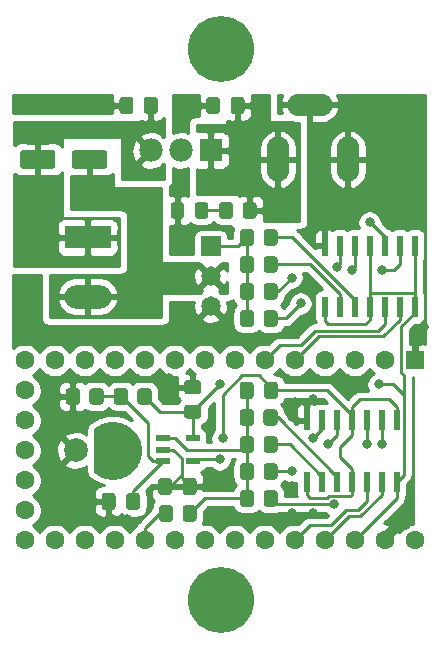
<source format=gbr>
%TF.GenerationSoftware,KiCad,Pcbnew,(5.1.8-0-10_14)*%
%TF.CreationDate,2020-12-27T09:30:55+11:00*%
%TF.ProjectId,Open-JIP(KiCad)_T3.2,4f70656e-2d4a-4495-9028-4b6943616429,rev?*%
%TF.SameCoordinates,Original*%
%TF.FileFunction,Copper,L1,Top*%
%TF.FilePolarity,Positive*%
%FSLAX46Y46*%
G04 Gerber Fmt 4.6, Leading zero omitted, Abs format (unit mm)*
G04 Created by KiCad (PCBNEW (5.1.8-0-10_14)) date 2020-12-27 09:30:55*
%MOMM*%
%LPD*%
G01*
G04 APERTURE LIST*
%TA.AperFunction,EtchedComponent*%
%ADD10C,0.001000*%
%TD*%
%TA.AperFunction,ComponentPad*%
%ADD11C,5.600000*%
%TD*%
%TA.AperFunction,ComponentPad*%
%ADD12C,1.600000*%
%TD*%
%TA.AperFunction,ComponentPad*%
%ADD13R,1.600000X1.600000*%
%TD*%
%TA.AperFunction,ComponentPad*%
%ADD14R,1.651000X1.651000*%
%TD*%
%TA.AperFunction,ComponentPad*%
%ADD15C,1.651000*%
%TD*%
%TA.AperFunction,ComponentPad*%
%ADD16C,2.000000*%
%TD*%
%TA.AperFunction,ComponentPad*%
%ADD17O,3.800000X1.900000*%
%TD*%
%TA.AperFunction,ComponentPad*%
%ADD18O,1.900000X3.800000*%
%TD*%
%TA.AperFunction,ComponentPad*%
%ADD19R,3.960000X1.980000*%
%TD*%
%TA.AperFunction,ComponentPad*%
%ADD20O,3.960000X1.980000*%
%TD*%
%TA.AperFunction,SMDPad,CuDef*%
%ADD21R,0.533400X1.701800*%
%TD*%
%TA.AperFunction,ComponentPad*%
%ADD22R,1.980000X1.980000*%
%TD*%
%TA.AperFunction,ComponentPad*%
%ADD23C,1.980000*%
%TD*%
%TA.AperFunction,SMDPad,CuDef*%
%ADD24R,1.210000X0.590000*%
%TD*%
%TA.AperFunction,ViaPad*%
%ADD25C,0.800000*%
%TD*%
%TA.AperFunction,Conductor*%
%ADD26C,0.250000*%
%TD*%
%TA.AperFunction,Conductor*%
%ADD27C,0.600000*%
%TD*%
%TA.AperFunction,Conductor*%
%ADD28C,0.254000*%
%TD*%
%TA.AperFunction,Conductor*%
%ADD29C,0.100000*%
%TD*%
G04 APERTURE END LIST*
D10*
%TO.C,D1*%
G36*
X109236000Y-63948000D02*
G01*
X109236000Y-62218000D01*
X109291072Y-62169331D01*
X109335937Y-62131885D01*
X109381724Y-62095573D01*
X109428405Y-62060417D01*
X109475951Y-62026441D01*
X109524332Y-61993664D01*
X109573517Y-61962107D01*
X109623477Y-61931791D01*
X109674179Y-61902734D01*
X109725592Y-61874954D01*
X109777684Y-61848469D01*
X109830422Y-61823296D01*
X109883774Y-61799449D01*
X109937705Y-61776945D01*
X109992182Y-61755796D01*
X110047171Y-61736017D01*
X110102638Y-61717619D01*
X110158548Y-61700615D01*
X110214865Y-61685014D01*
X110271555Y-61670827D01*
X110328582Y-61658063D01*
X110385911Y-61646729D01*
X110443505Y-61636832D01*
X110501329Y-61628380D01*
X110559346Y-61621376D01*
X110617520Y-61615826D01*
X110675815Y-61611732D01*
X110734193Y-61609098D01*
X110792620Y-61607925D01*
X110836000Y-61608000D01*
X110861000Y-61608000D01*
X110993992Y-61613535D01*
X111118129Y-61625379D01*
X111241487Y-61643632D01*
X111363735Y-61668244D01*
X111484545Y-61699151D01*
X111603594Y-61736268D01*
X111720563Y-61779497D01*
X111835137Y-61828722D01*
X111947010Y-61883811D01*
X112055882Y-61944616D01*
X112161461Y-62010974D01*
X112263464Y-62082708D01*
X112361618Y-62159624D01*
X112455660Y-62241517D01*
X112545337Y-62328168D01*
X112630410Y-62419344D01*
X112710649Y-62514801D01*
X112785841Y-62614282D01*
X112855783Y-62717522D01*
X112920289Y-62824243D01*
X112979184Y-62934159D01*
X113032312Y-63046977D01*
X113079530Y-63162393D01*
X113120711Y-63280098D01*
X113155746Y-63399776D01*
X113184539Y-63521108D01*
X113207014Y-63643767D01*
X113223111Y-63767424D01*
X113232787Y-63891750D01*
X113236000Y-64008000D01*
X113232787Y-64124250D01*
X113223111Y-64248576D01*
X113207014Y-64372233D01*
X113184539Y-64494892D01*
X113155746Y-64616224D01*
X113120711Y-64735902D01*
X113079530Y-64853607D01*
X113032312Y-64969023D01*
X112979184Y-65081841D01*
X112920289Y-65191757D01*
X112855783Y-65298478D01*
X112785841Y-65401718D01*
X112710649Y-65501199D01*
X112630410Y-65596656D01*
X112545337Y-65687832D01*
X112455660Y-65774483D01*
X112361618Y-65856376D01*
X112263464Y-65933292D01*
X112161461Y-66005026D01*
X112055882Y-66071384D01*
X111947010Y-66132189D01*
X111835137Y-66187278D01*
X111720563Y-66236503D01*
X111603594Y-66279732D01*
X111484545Y-66316849D01*
X111363735Y-66347756D01*
X111241487Y-66372368D01*
X111118129Y-66390621D01*
X110993992Y-66402465D01*
X110861000Y-66408000D01*
X110761000Y-66408000D01*
X110836000Y-66408000D01*
X110792620Y-66408075D01*
X110734193Y-66406902D01*
X110675815Y-66404268D01*
X110617520Y-66400174D01*
X110559346Y-66394624D01*
X110501329Y-66387620D01*
X110443505Y-66379168D01*
X110385911Y-66369271D01*
X110328582Y-66357937D01*
X110271555Y-66345173D01*
X110214865Y-66330986D01*
X110158548Y-66315385D01*
X110102638Y-66298381D01*
X110047171Y-66279983D01*
X109992182Y-66260204D01*
X109937705Y-66239055D01*
X109883774Y-66216551D01*
X109830422Y-66192704D01*
X109777684Y-66167531D01*
X109725592Y-66141046D01*
X109674179Y-66113266D01*
X109623477Y-66084209D01*
X109573517Y-66053893D01*
X109524332Y-66022336D01*
X109475951Y-65989559D01*
X109428405Y-65955583D01*
X109381724Y-65920427D01*
X109335937Y-65884115D01*
X109291072Y-65846669D01*
X109236000Y-65798000D01*
X109236000Y-63948000D01*
G37*
X109236000Y-63948000D02*
X109236000Y-62218000D01*
X109291072Y-62169331D01*
X109335937Y-62131885D01*
X109381724Y-62095573D01*
X109428405Y-62060417D01*
X109475951Y-62026441D01*
X109524332Y-61993664D01*
X109573517Y-61962107D01*
X109623477Y-61931791D01*
X109674179Y-61902734D01*
X109725592Y-61874954D01*
X109777684Y-61848469D01*
X109830422Y-61823296D01*
X109883774Y-61799449D01*
X109937705Y-61776945D01*
X109992182Y-61755796D01*
X110047171Y-61736017D01*
X110102638Y-61717619D01*
X110158548Y-61700615D01*
X110214865Y-61685014D01*
X110271555Y-61670827D01*
X110328582Y-61658063D01*
X110385911Y-61646729D01*
X110443505Y-61636832D01*
X110501329Y-61628380D01*
X110559346Y-61621376D01*
X110617520Y-61615826D01*
X110675815Y-61611732D01*
X110734193Y-61609098D01*
X110792620Y-61607925D01*
X110836000Y-61608000D01*
X110861000Y-61608000D01*
X110993992Y-61613535D01*
X111118129Y-61625379D01*
X111241487Y-61643632D01*
X111363735Y-61668244D01*
X111484545Y-61699151D01*
X111603594Y-61736268D01*
X111720563Y-61779497D01*
X111835137Y-61828722D01*
X111947010Y-61883811D01*
X112055882Y-61944616D01*
X112161461Y-62010974D01*
X112263464Y-62082708D01*
X112361618Y-62159624D01*
X112455660Y-62241517D01*
X112545337Y-62328168D01*
X112630410Y-62419344D01*
X112710649Y-62514801D01*
X112785841Y-62614282D01*
X112855783Y-62717522D01*
X112920289Y-62824243D01*
X112979184Y-62934159D01*
X113032312Y-63046977D01*
X113079530Y-63162393D01*
X113120711Y-63280098D01*
X113155746Y-63399776D01*
X113184539Y-63521108D01*
X113207014Y-63643767D01*
X113223111Y-63767424D01*
X113232787Y-63891750D01*
X113236000Y-64008000D01*
X113232787Y-64124250D01*
X113223111Y-64248576D01*
X113207014Y-64372233D01*
X113184539Y-64494892D01*
X113155746Y-64616224D01*
X113120711Y-64735902D01*
X113079530Y-64853607D01*
X113032312Y-64969023D01*
X112979184Y-65081841D01*
X112920289Y-65191757D01*
X112855783Y-65298478D01*
X112785841Y-65401718D01*
X112710649Y-65501199D01*
X112630410Y-65596656D01*
X112545337Y-65687832D01*
X112455660Y-65774483D01*
X112361618Y-65856376D01*
X112263464Y-65933292D01*
X112161461Y-66005026D01*
X112055882Y-66071384D01*
X111947010Y-66132189D01*
X111835137Y-66187278D01*
X111720563Y-66236503D01*
X111603594Y-66279732D01*
X111484545Y-66316849D01*
X111363735Y-66347756D01*
X111241487Y-66372368D01*
X111118129Y-66390621D01*
X110993992Y-66402465D01*
X110861000Y-66408000D01*
X110761000Y-66408000D01*
X110836000Y-66408000D01*
X110792620Y-66408075D01*
X110734193Y-66406902D01*
X110675815Y-66404268D01*
X110617520Y-66400174D01*
X110559346Y-66394624D01*
X110501329Y-66387620D01*
X110443505Y-66379168D01*
X110385911Y-66369271D01*
X110328582Y-66357937D01*
X110271555Y-66345173D01*
X110214865Y-66330986D01*
X110158548Y-66315385D01*
X110102638Y-66298381D01*
X110047171Y-66279983D01*
X109992182Y-66260204D01*
X109937705Y-66239055D01*
X109883774Y-66216551D01*
X109830422Y-66192704D01*
X109777684Y-66167531D01*
X109725592Y-66141046D01*
X109674179Y-66113266D01*
X109623477Y-66084209D01*
X109573517Y-66053893D01*
X109524332Y-66022336D01*
X109475951Y-65989559D01*
X109428405Y-65955583D01*
X109381724Y-65920427D01*
X109335937Y-65884115D01*
X109291072Y-65846669D01*
X109236000Y-65798000D01*
X109236000Y-63948000D01*
%TD*%
D11*
%TO.P,REF\u002A\u002A,1*%
%TO.N,N/C*%
X120000000Y-76708000D03*
%TD*%
%TO.P,REF\u002A\u002A,1*%
%TO.N,N/C*%
X120000000Y-30000000D03*
%TD*%
D12*
%TO.P,U5,17*%
%TO.N,Net-(U5-Pad17)*%
X103378000Y-64008000D03*
%TO.P,U5,18*%
%TO.N,Net-(U5-Pad18)*%
X103378000Y-66548000D03*
%TO.P,U5,19*%
%TO.N,Net-(U5-Pad19)*%
X103378000Y-69088000D03*
%TO.P,U5,20*%
%TO.N,Net-(U5-Pad20)*%
X103378000Y-71628000D03*
%TO.P,U5,16*%
%TO.N,Net-(U5-Pad16)*%
X103378000Y-61468000D03*
%TO.P,U5,15*%
%TO.N,Net-(U5-Pad15)*%
X103378000Y-58928000D03*
%TO.P,U5,14*%
%TO.N,Net-(U5-Pad14)*%
X103378000Y-56388000D03*
%TO.P,U5,21*%
%TO.N,Net-(U5-Pad21)*%
X105918000Y-71628000D03*
%TO.P,U5,22*%
%TO.N,Net-(U5-Pad22)*%
X108458000Y-71628000D03*
%TO.P,U5,23*%
%TO.N,Net-(U5-Pad23)*%
X110998000Y-71628000D03*
%TO.P,U5,24*%
%TO.N,FluoroRead*%
X113538000Y-71628000D03*
%TO.P,U5,25*%
%TO.N,Net-(U5-Pad25)*%
X116078000Y-71628000D03*
%TO.P,U5,26*%
%TO.N,Net-(U5-Pad26)*%
X118618000Y-71628000D03*
%TO.P,U5,27*%
%TO.N,FluoroGain3*%
X121158000Y-71628000D03*
%TO.P,U5,28*%
%TO.N,FluoroGain2*%
X123698000Y-71628000D03*
%TO.P,U5,29*%
%TO.N,FluoroGain4*%
X126238000Y-71628000D03*
%TO.P,U5,30*%
%TO.N,FluoroGain1*%
X128778000Y-71628000D03*
%TO.P,U5,31*%
%TO.N,+3V3*%
X131318000Y-71628000D03*
%TO.P,U5,32*%
%TO.N,GNDA*%
X133858000Y-71628000D03*
%TO.P,U5,33*%
%TO.N,+5V*%
X136398000Y-71628000D03*
%TO.P,U5,13*%
%TO.N,Net-(U5-Pad13)*%
X105918000Y-56388000D03*
%TO.P,U5,12*%
%TO.N,Net-(U5-Pad12)*%
X108458000Y-56388000D03*
%TO.P,U5,11*%
%TO.N,Net-(U5-Pad11)*%
X110998000Y-56388000D03*
%TO.P,U5,10*%
%TO.N,Net-(U5-Pad10)*%
X113538000Y-56388000D03*
%TO.P,U5,9*%
%TO.N,Net-(U5-Pad9)*%
X116078000Y-56388000D03*
%TO.P,U5,8*%
%TO.N,ActinicGain3*%
X118618000Y-56388000D03*
%TO.P,U5,7*%
%TO.N,ActinicGain2*%
X121158000Y-56388000D03*
%TO.P,U5,6*%
%TO.N,ActinicGain4*%
X123698000Y-56388000D03*
%TO.P,U5,5*%
%TO.N,ActinicGain1*%
X126238000Y-56388000D03*
%TO.P,U5,4*%
%TO.N,Net-(U5-Pad4)*%
X128778000Y-56388000D03*
%TO.P,U5,3*%
%TO.N,Net-(U5-Pad3)*%
X131318000Y-56388000D03*
%TO.P,U5,2*%
%TO.N,Net-(U5-Pad2)*%
X133858000Y-56388000D03*
D13*
%TO.P,U5,1*%
%TO.N,GND*%
X136398000Y-56388000D03*
%TD*%
%TO.P,C1,2*%
%TO.N,Net-(C1-Pad2)*%
%TA.AperFunction,SMDPad,CuDef*%
G36*
G01*
X111977500Y-68801000D02*
X111977500Y-67851000D01*
G75*
G02*
X112227500Y-67601000I250000J0D01*
G01*
X112902500Y-67601000D01*
G75*
G02*
X113152500Y-67851000I0J-250000D01*
G01*
X113152500Y-68801000D01*
G75*
G02*
X112902500Y-69051000I-250000J0D01*
G01*
X112227500Y-69051000D01*
G75*
G02*
X111977500Y-68801000I0J250000D01*
G01*
G37*
%TD.AperFunction*%
%TO.P,C1,1*%
%TO.N,GNDA*%
%TA.AperFunction,SMDPad,CuDef*%
G36*
G01*
X109902500Y-68801000D02*
X109902500Y-67851000D01*
G75*
G02*
X110152500Y-67601000I250000J0D01*
G01*
X110827500Y-67601000D01*
G75*
G02*
X111077500Y-67851000I0J-250000D01*
G01*
X111077500Y-68801000D01*
G75*
G02*
X110827500Y-69051000I-250000J0D01*
G01*
X110152500Y-69051000D01*
G75*
G02*
X109902500Y-68801000I0J250000D01*
G01*
G37*
%TD.AperFunction*%
%TD*%
%TO.P,C2,2*%
%TO.N,+15V*%
%TA.AperFunction,SMDPad,CuDef*%
G36*
G01*
X120824500Y-35273000D02*
X120824500Y-34323000D01*
G75*
G02*
X121074500Y-34073000I250000J0D01*
G01*
X121749500Y-34073000D01*
G75*
G02*
X121999500Y-34323000I0J-250000D01*
G01*
X121999500Y-35273000D01*
G75*
G02*
X121749500Y-35523000I-250000J0D01*
G01*
X121074500Y-35523000D01*
G75*
G02*
X120824500Y-35273000I0J250000D01*
G01*
G37*
%TD.AperFunction*%
%TO.P,C2,1*%
%TO.N,GND*%
%TA.AperFunction,SMDPad,CuDef*%
G36*
G01*
X118749500Y-35273000D02*
X118749500Y-34323000D01*
G75*
G02*
X118999500Y-34073000I250000J0D01*
G01*
X119674500Y-34073000D01*
G75*
G02*
X119924500Y-34323000I0J-250000D01*
G01*
X119924500Y-35273000D01*
G75*
G02*
X119674500Y-35523000I-250000J0D01*
G01*
X118999500Y-35523000D01*
G75*
G02*
X118749500Y-35273000I0J250000D01*
G01*
G37*
%TD.AperFunction*%
%TD*%
%TO.P,C3,1*%
%TO.N,/Out*%
%TA.AperFunction,SMDPad,CuDef*%
G36*
G01*
X121586500Y-59403000D02*
X121586500Y-58453000D01*
G75*
G02*
X121836500Y-58203000I250000J0D01*
G01*
X122511500Y-58203000D01*
G75*
G02*
X122761500Y-58453000I0J-250000D01*
G01*
X122761500Y-59403000D01*
G75*
G02*
X122511500Y-59653000I-250000J0D01*
G01*
X121836500Y-59653000D01*
G75*
G02*
X121586500Y-59403000I0J250000D01*
G01*
G37*
%TD.AperFunction*%
%TO.P,C3,2*%
%TO.N,/-IN*%
%TA.AperFunction,SMDPad,CuDef*%
G36*
G01*
X123661500Y-59403000D02*
X123661500Y-58453000D01*
G75*
G02*
X123911500Y-58203000I250000J0D01*
G01*
X124586500Y-58203000D01*
G75*
G02*
X124836500Y-58453000I0J-250000D01*
G01*
X124836500Y-59403000D01*
G75*
G02*
X124586500Y-59653000I-250000J0D01*
G01*
X123911500Y-59653000D01*
G75*
G02*
X123661500Y-59403000I0J250000D01*
G01*
G37*
%TD.AperFunction*%
%TD*%
%TO.P,C4,1*%
%TO.N,GND*%
%TA.AperFunction,SMDPad,CuDef*%
G36*
G01*
X111405000Y-35273000D02*
X111405000Y-34323000D01*
G75*
G02*
X111655000Y-34073000I250000J0D01*
G01*
X112330000Y-34073000D01*
G75*
G02*
X112580000Y-34323000I0J-250000D01*
G01*
X112580000Y-35273000D01*
G75*
G02*
X112330000Y-35523000I-250000J0D01*
G01*
X111655000Y-35523000D01*
G75*
G02*
X111405000Y-35273000I0J250000D01*
G01*
G37*
%TD.AperFunction*%
%TO.P,C4,2*%
%TO.N,+12V*%
%TA.AperFunction,SMDPad,CuDef*%
G36*
G01*
X113480000Y-35273000D02*
X113480000Y-34323000D01*
G75*
G02*
X113730000Y-34073000I250000J0D01*
G01*
X114405000Y-34073000D01*
G75*
G02*
X114655000Y-34323000I0J-250000D01*
G01*
X114655000Y-35273000D01*
G75*
G02*
X114405000Y-35523000I-250000J0D01*
G01*
X113730000Y-35523000D01*
G75*
G02*
X113480000Y-35273000I0J250000D01*
G01*
G37*
%TD.AperFunction*%
%TD*%
%TO.P,C5,2*%
%TO.N,GNDA*%
%TA.AperFunction,SMDPad,CuDef*%
G36*
G01*
X116760500Y-67531000D02*
X116760500Y-66581000D01*
G75*
G02*
X117010500Y-66331000I250000J0D01*
G01*
X117685500Y-66331000D01*
G75*
G02*
X117935500Y-66581000I0J-250000D01*
G01*
X117935500Y-67531000D01*
G75*
G02*
X117685500Y-67781000I-250000J0D01*
G01*
X117010500Y-67781000D01*
G75*
G02*
X116760500Y-67531000I0J250000D01*
G01*
G37*
%TD.AperFunction*%
%TO.P,C5,1*%
%TA.AperFunction,SMDPad,CuDef*%
G36*
G01*
X114685500Y-67531000D02*
X114685500Y-66581000D01*
G75*
G02*
X114935500Y-66331000I250000J0D01*
G01*
X115610500Y-66331000D01*
G75*
G02*
X115860500Y-66581000I0J-250000D01*
G01*
X115860500Y-67531000D01*
G75*
G02*
X115610500Y-67781000I-250000J0D01*
G01*
X114935500Y-67781000D01*
G75*
G02*
X114685500Y-67531000I0J250000D01*
G01*
G37*
%TD.AperFunction*%
%TD*%
%TO.P,C6,1*%
%TO.N,+12V*%
%TA.AperFunction,SMDPad,CuDef*%
G36*
G01*
X102980000Y-39920000D02*
X102980000Y-38820000D01*
G75*
G02*
X103230000Y-38570000I250000J0D01*
G01*
X105730000Y-38570000D01*
G75*
G02*
X105980000Y-38820000I0J-250000D01*
G01*
X105980000Y-39920000D01*
G75*
G02*
X105730000Y-40170000I-250000J0D01*
G01*
X103230000Y-40170000D01*
G75*
G02*
X102980000Y-39920000I0J250000D01*
G01*
G37*
%TD.AperFunction*%
%TO.P,C6,2*%
%TO.N,Net-(C6-Pad2)*%
%TA.AperFunction,SMDPad,CuDef*%
G36*
G01*
X107380000Y-39920000D02*
X107380000Y-38820000D01*
G75*
G02*
X107630000Y-38570000I250000J0D01*
G01*
X110130000Y-38570000D01*
G75*
G02*
X110380000Y-38820000I0J-250000D01*
G01*
X110380000Y-39920000D01*
G75*
G02*
X110130000Y-40170000I-250000J0D01*
G01*
X107630000Y-40170000D01*
G75*
G02*
X107380000Y-39920000I0J250000D01*
G01*
G37*
%TD.AperFunction*%
%TD*%
%TO.P,C7,1*%
%TO.N,GNDA*%
%TA.AperFunction,SMDPad,CuDef*%
G36*
G01*
X117127000Y-58065000D02*
X118077000Y-58065000D01*
G75*
G02*
X118327000Y-58315000I0J-250000D01*
G01*
X118327000Y-58990000D01*
G75*
G02*
X118077000Y-59240000I-250000J0D01*
G01*
X117127000Y-59240000D01*
G75*
G02*
X116877000Y-58990000I0J250000D01*
G01*
X116877000Y-58315000D01*
G75*
G02*
X117127000Y-58065000I250000J0D01*
G01*
G37*
%TD.AperFunction*%
%TO.P,C7,2*%
%TO.N,+3V3*%
%TA.AperFunction,SMDPad,CuDef*%
G36*
G01*
X117127000Y-60140000D02*
X118077000Y-60140000D01*
G75*
G02*
X118327000Y-60390000I0J-250000D01*
G01*
X118327000Y-61065000D01*
G75*
G02*
X118077000Y-61315000I-250000J0D01*
G01*
X117127000Y-61315000D01*
G75*
G02*
X116877000Y-61065000I0J250000D01*
G01*
X116877000Y-60390000D01*
G75*
G02*
X117127000Y-60140000I250000J0D01*
G01*
G37*
%TD.AperFunction*%
%TD*%
D14*
%TO.P,CR1,1*%
%TO.N,/TrigOut*%
X119126000Y-46736000D03*
D15*
%TO.P,CR1,2*%
%TO.N,Net-(C6-Pad2)*%
X119126000Y-49276000D03*
%TO.P,CR1,3*%
%TO.N,GND*%
X119126000Y-51816000D03*
%TD*%
D16*
%TO.P,D1,1*%
%TO.N,GNDA*%
X107696000Y-64008000D03*
%TO.P,D1,2*%
%TO.N,/-IN*%
X110236000Y-64008000D03*
%TD*%
%TO.P,D3,1*%
%TO.N,GND*%
%TA.AperFunction,SMDPad,CuDef*%
G36*
G01*
X115739000Y-44138001D02*
X115739000Y-43237999D01*
G75*
G02*
X115988999Y-42988000I249999J0D01*
G01*
X116639001Y-42988000D01*
G75*
G02*
X116889000Y-43237999I0J-249999D01*
G01*
X116889000Y-44138001D01*
G75*
G02*
X116639001Y-44388000I-249999J0D01*
G01*
X115988999Y-44388000D01*
G75*
G02*
X115739000Y-44138001I0J249999D01*
G01*
G37*
%TD.AperFunction*%
%TO.P,D3,2*%
%TO.N,Net-(D3-Pad2)*%
%TA.AperFunction,SMDPad,CuDef*%
G36*
G01*
X117789000Y-44138001D02*
X117789000Y-43237999D01*
G75*
G02*
X118038999Y-42988000I249999J0D01*
G01*
X118689001Y-42988000D01*
G75*
G02*
X118939000Y-43237999I0J-249999D01*
G01*
X118939000Y-44138001D01*
G75*
G02*
X118689001Y-44388000I-249999J0D01*
G01*
X118038999Y-44388000D01*
G75*
G02*
X117789000Y-44138001I0J249999D01*
G01*
G37*
%TD.AperFunction*%
%TD*%
D17*
%TO.P,J1,3*%
%TO.N,GND*%
X127508000Y-34720000D03*
D18*
%TO.P,J1,2*%
X130758000Y-39370000D03*
%TO.P,J1,1*%
%TO.N,+15V*%
X124828000Y-39370000D03*
%TD*%
D19*
%TO.P,J2,1*%
%TO.N,+12V*%
X108712000Y-45974000D03*
D20*
%TO.P,J2,2*%
%TO.N,Net-(C6-Pad2)*%
X108712000Y-50974000D03*
%TD*%
%TO.P,R1,2*%
%TO.N,+3V3*%
%TA.AperFunction,SMDPad,CuDef*%
G36*
G01*
X112922000Y-59886001D02*
X112922000Y-58985999D01*
G75*
G02*
X113171999Y-58736000I249999J0D01*
G01*
X113872001Y-58736000D01*
G75*
G02*
X114122000Y-58985999I0J-249999D01*
G01*
X114122000Y-59886001D01*
G75*
G02*
X113872001Y-60136000I-249999J0D01*
G01*
X113171999Y-60136000D01*
G75*
G02*
X112922000Y-59886001I0J249999D01*
G01*
G37*
%TD.AperFunction*%
%TO.P,R1,1*%
%TO.N,Net-(C1-Pad2)*%
%TA.AperFunction,SMDPad,CuDef*%
G36*
G01*
X110922000Y-59886001D02*
X110922000Y-58985999D01*
G75*
G02*
X111171999Y-58736000I249999J0D01*
G01*
X111872001Y-58736000D01*
G75*
G02*
X112122000Y-58985999I0J-249999D01*
G01*
X112122000Y-59886001D01*
G75*
G02*
X111872001Y-60136000I-249999J0D01*
G01*
X111171999Y-60136000D01*
G75*
G02*
X110922000Y-59886001I0J249999D01*
G01*
G37*
%TD.AperFunction*%
%TD*%
%TO.P,R2,1*%
%TO.N,GNDA*%
%TA.AperFunction,SMDPad,CuDef*%
G36*
G01*
X106858000Y-59886001D02*
X106858000Y-58985999D01*
G75*
G02*
X107107999Y-58736000I249999J0D01*
G01*
X107808001Y-58736000D01*
G75*
G02*
X108058000Y-58985999I0J-249999D01*
G01*
X108058000Y-59886001D01*
G75*
G02*
X107808001Y-60136000I-249999J0D01*
G01*
X107107999Y-60136000D01*
G75*
G02*
X106858000Y-59886001I0J249999D01*
G01*
G37*
%TD.AperFunction*%
%TO.P,R2,2*%
%TO.N,Net-(C1-Pad2)*%
%TA.AperFunction,SMDPad,CuDef*%
G36*
G01*
X108858000Y-59886001D02*
X108858000Y-58985999D01*
G75*
G02*
X109107999Y-58736000I249999J0D01*
G01*
X109808001Y-58736000D01*
G75*
G02*
X110058000Y-58985999I0J-249999D01*
G01*
X110058000Y-59886001D01*
G75*
G02*
X109808001Y-60136000I-249999J0D01*
G01*
X109107999Y-60136000D01*
G75*
G02*
X108858000Y-59886001I0J249999D01*
G01*
G37*
%TD.AperFunction*%
%TD*%
%TO.P,R3,1*%
%TO.N,/TrigOut*%
%TA.AperFunction,SMDPad,CuDef*%
G36*
G01*
X121606000Y-46424001D02*
X121606000Y-45523999D01*
G75*
G02*
X121855999Y-45274000I249999J0D01*
G01*
X122556001Y-45274000D01*
G75*
G02*
X122806000Y-45523999I0J-249999D01*
G01*
X122806000Y-46424001D01*
G75*
G02*
X122556001Y-46674000I-249999J0D01*
G01*
X121855999Y-46674000D01*
G75*
G02*
X121606000Y-46424001I0J249999D01*
G01*
G37*
%TD.AperFunction*%
%TO.P,R3,2*%
%TO.N,Net-(R3-Pad2)*%
%TA.AperFunction,SMDPad,CuDef*%
G36*
G01*
X123606000Y-46424001D02*
X123606000Y-45523999D01*
G75*
G02*
X123855999Y-45274000I249999J0D01*
G01*
X124556001Y-45274000D01*
G75*
G02*
X124806000Y-45523999I0J-249999D01*
G01*
X124806000Y-46424001D01*
G75*
G02*
X124556001Y-46674000I-249999J0D01*
G01*
X123855999Y-46674000D01*
G75*
G02*
X123606000Y-46424001I0J249999D01*
G01*
G37*
%TD.AperFunction*%
%TD*%
%TO.P,R4,2*%
%TO.N,Net-(R4-Pad2)*%
%TA.AperFunction,SMDPad,CuDef*%
G36*
G01*
X123590000Y-61664001D02*
X123590000Y-60763999D01*
G75*
G02*
X123839999Y-60514000I249999J0D01*
G01*
X124540001Y-60514000D01*
G75*
G02*
X124790000Y-60763999I0J-249999D01*
G01*
X124790000Y-61664001D01*
G75*
G02*
X124540001Y-61914000I-249999J0D01*
G01*
X123839999Y-61914000D01*
G75*
G02*
X123590000Y-61664001I0J249999D01*
G01*
G37*
%TD.AperFunction*%
%TO.P,R4,1*%
%TO.N,/Out*%
%TA.AperFunction,SMDPad,CuDef*%
G36*
G01*
X121590000Y-61664001D02*
X121590000Y-60763999D01*
G75*
G02*
X121839999Y-60514000I249999J0D01*
G01*
X122540001Y-60514000D01*
G75*
G02*
X122790000Y-60763999I0J-249999D01*
G01*
X122790000Y-61664001D01*
G75*
G02*
X122540001Y-61914000I-249999J0D01*
G01*
X121839999Y-61914000D01*
G75*
G02*
X121590000Y-61664001I0J249999D01*
G01*
G37*
%TD.AperFunction*%
%TD*%
%TO.P,R5,2*%
%TO.N,Net-(R5-Pad2)*%
%TA.AperFunction,SMDPad,CuDef*%
G36*
G01*
X123606000Y-48710001D02*
X123606000Y-47809999D01*
G75*
G02*
X123855999Y-47560000I249999J0D01*
G01*
X124556001Y-47560000D01*
G75*
G02*
X124806000Y-47809999I0J-249999D01*
G01*
X124806000Y-48710001D01*
G75*
G02*
X124556001Y-48960000I-249999J0D01*
G01*
X123855999Y-48960000D01*
G75*
G02*
X123606000Y-48710001I0J249999D01*
G01*
G37*
%TD.AperFunction*%
%TO.P,R5,1*%
%TO.N,/TrigOut*%
%TA.AperFunction,SMDPad,CuDef*%
G36*
G01*
X121606000Y-48710001D02*
X121606000Y-47809999D01*
G75*
G02*
X121855999Y-47560000I249999J0D01*
G01*
X122556001Y-47560000D01*
G75*
G02*
X122806000Y-47809999I0J-249999D01*
G01*
X122806000Y-48710001D01*
G75*
G02*
X122556001Y-48960000I-249999J0D01*
G01*
X121855999Y-48960000D01*
G75*
G02*
X121606000Y-48710001I0J249999D01*
G01*
G37*
%TD.AperFunction*%
%TD*%
%TO.P,R6,1*%
%TO.N,/Out*%
%TA.AperFunction,SMDPad,CuDef*%
G36*
G01*
X121606000Y-63950001D02*
X121606000Y-63049999D01*
G75*
G02*
X121855999Y-62800000I249999J0D01*
G01*
X122556001Y-62800000D01*
G75*
G02*
X122806000Y-63049999I0J-249999D01*
G01*
X122806000Y-63950001D01*
G75*
G02*
X122556001Y-64200000I-249999J0D01*
G01*
X121855999Y-64200000D01*
G75*
G02*
X121606000Y-63950001I0J249999D01*
G01*
G37*
%TD.AperFunction*%
%TO.P,R6,2*%
%TO.N,Net-(R6-Pad2)*%
%TA.AperFunction,SMDPad,CuDef*%
G36*
G01*
X123606000Y-63950001D02*
X123606000Y-63049999D01*
G75*
G02*
X123855999Y-62800000I249999J0D01*
G01*
X124556001Y-62800000D01*
G75*
G02*
X124806000Y-63049999I0J-249999D01*
G01*
X124806000Y-63950001D01*
G75*
G02*
X124556001Y-64200000I-249999J0D01*
G01*
X123855999Y-64200000D01*
G75*
G02*
X123606000Y-63950001I0J249999D01*
G01*
G37*
%TD.AperFunction*%
%TD*%
%TO.P,R7,2*%
%TO.N,Net-(R7-Pad2)*%
%TA.AperFunction,SMDPad,CuDef*%
G36*
G01*
X123606000Y-50996001D02*
X123606000Y-50095999D01*
G75*
G02*
X123855999Y-49846000I249999J0D01*
G01*
X124556001Y-49846000D01*
G75*
G02*
X124806000Y-50095999I0J-249999D01*
G01*
X124806000Y-50996001D01*
G75*
G02*
X124556001Y-51246000I-249999J0D01*
G01*
X123855999Y-51246000D01*
G75*
G02*
X123606000Y-50996001I0J249999D01*
G01*
G37*
%TD.AperFunction*%
%TO.P,R7,1*%
%TO.N,/TrigOut*%
%TA.AperFunction,SMDPad,CuDef*%
G36*
G01*
X121606000Y-50996001D02*
X121606000Y-50095999D01*
G75*
G02*
X121855999Y-49846000I249999J0D01*
G01*
X122556001Y-49846000D01*
G75*
G02*
X122806000Y-50095999I0J-249999D01*
G01*
X122806000Y-50996001D01*
G75*
G02*
X122556001Y-51246000I-249999J0D01*
G01*
X121855999Y-51246000D01*
G75*
G02*
X121606000Y-50996001I0J249999D01*
G01*
G37*
%TD.AperFunction*%
%TD*%
%TO.P,R8,1*%
%TO.N,FluoroRead*%
%TA.AperFunction,SMDPad,CuDef*%
G36*
G01*
X114748000Y-69792001D02*
X114748000Y-68891999D01*
G75*
G02*
X114997999Y-68642000I249999J0D01*
G01*
X115698001Y-68642000D01*
G75*
G02*
X115948000Y-68891999I0J-249999D01*
G01*
X115948000Y-69792001D01*
G75*
G02*
X115698001Y-70042000I-249999J0D01*
G01*
X114997999Y-70042000D01*
G75*
G02*
X114748000Y-69792001I0J249999D01*
G01*
G37*
%TD.AperFunction*%
%TO.P,R8,2*%
%TO.N,/Out*%
%TA.AperFunction,SMDPad,CuDef*%
G36*
G01*
X116748000Y-69792001D02*
X116748000Y-68891999D01*
G75*
G02*
X116997999Y-68642000I249999J0D01*
G01*
X117698001Y-68642000D01*
G75*
G02*
X117948000Y-68891999I0J-249999D01*
G01*
X117948000Y-69792001D01*
G75*
G02*
X117698001Y-70042000I-249999J0D01*
G01*
X116997999Y-70042000D01*
G75*
G02*
X116748000Y-69792001I0J249999D01*
G01*
G37*
%TD.AperFunction*%
%TD*%
%TO.P,R9,2*%
%TO.N,Net-(R9-Pad2)*%
%TA.AperFunction,SMDPad,CuDef*%
G36*
G01*
X123606000Y-66236001D02*
X123606000Y-65335999D01*
G75*
G02*
X123855999Y-65086000I249999J0D01*
G01*
X124556001Y-65086000D01*
G75*
G02*
X124806000Y-65335999I0J-249999D01*
G01*
X124806000Y-66236001D01*
G75*
G02*
X124556001Y-66486000I-249999J0D01*
G01*
X123855999Y-66486000D01*
G75*
G02*
X123606000Y-66236001I0J249999D01*
G01*
G37*
%TD.AperFunction*%
%TO.P,R9,1*%
%TO.N,/Out*%
%TA.AperFunction,SMDPad,CuDef*%
G36*
G01*
X121606000Y-66236001D02*
X121606000Y-65335999D01*
G75*
G02*
X121855999Y-65086000I249999J0D01*
G01*
X122556001Y-65086000D01*
G75*
G02*
X122806000Y-65335999I0J-249999D01*
G01*
X122806000Y-66236001D01*
G75*
G02*
X122556001Y-66486000I-249999J0D01*
G01*
X121855999Y-66486000D01*
G75*
G02*
X121606000Y-66236001I0J249999D01*
G01*
G37*
%TD.AperFunction*%
%TD*%
%TO.P,R10,1*%
%TO.N,/TrigOut*%
%TA.AperFunction,SMDPad,CuDef*%
G36*
G01*
X121606000Y-53282001D02*
X121606000Y-52381999D01*
G75*
G02*
X121855999Y-52132000I249999J0D01*
G01*
X122556001Y-52132000D01*
G75*
G02*
X122806000Y-52381999I0J-249999D01*
G01*
X122806000Y-53282001D01*
G75*
G02*
X122556001Y-53532000I-249999J0D01*
G01*
X121855999Y-53532000D01*
G75*
G02*
X121606000Y-53282001I0J249999D01*
G01*
G37*
%TD.AperFunction*%
%TO.P,R10,2*%
%TO.N,Net-(R10-Pad2)*%
%TA.AperFunction,SMDPad,CuDef*%
G36*
G01*
X123606000Y-53282001D02*
X123606000Y-52381999D01*
G75*
G02*
X123855999Y-52132000I249999J0D01*
G01*
X124556001Y-52132000D01*
G75*
G02*
X124806000Y-52381999I0J-249999D01*
G01*
X124806000Y-53282001D01*
G75*
G02*
X124556001Y-53532000I-249999J0D01*
G01*
X123855999Y-53532000D01*
G75*
G02*
X123606000Y-53282001I0J249999D01*
G01*
G37*
%TD.AperFunction*%
%TD*%
%TO.P,R11,1*%
%TO.N,/Out*%
%TA.AperFunction,SMDPad,CuDef*%
G36*
G01*
X121606000Y-68522001D02*
X121606000Y-67621999D01*
G75*
G02*
X121855999Y-67372000I249999J0D01*
G01*
X122556001Y-67372000D01*
G75*
G02*
X122806000Y-67621999I0J-249999D01*
G01*
X122806000Y-68522001D01*
G75*
G02*
X122556001Y-68772000I-249999J0D01*
G01*
X121855999Y-68772000D01*
G75*
G02*
X121606000Y-68522001I0J249999D01*
G01*
G37*
%TD.AperFunction*%
%TO.P,R11,2*%
%TO.N,Net-(R11-Pad2)*%
%TA.AperFunction,SMDPad,CuDef*%
G36*
G01*
X123606000Y-68522001D02*
X123606000Y-67621999D01*
G75*
G02*
X123855999Y-67372000I249999J0D01*
G01*
X124556001Y-67372000D01*
G75*
G02*
X124806000Y-67621999I0J-249999D01*
G01*
X124806000Y-68522001D01*
G75*
G02*
X124556001Y-68772000I-249999J0D01*
G01*
X123855999Y-68772000D01*
G75*
G02*
X123606000Y-68522001I0J249999D01*
G01*
G37*
%TD.AperFunction*%
%TD*%
%TO.P,R13,2*%
%TO.N,Net-(D3-Pad2)*%
%TA.AperFunction,SMDPad,CuDef*%
G36*
G01*
X121028000Y-43237999D02*
X121028000Y-44138001D01*
G75*
G02*
X120778001Y-44388000I-249999J0D01*
G01*
X120077999Y-44388000D01*
G75*
G02*
X119828000Y-44138001I0J249999D01*
G01*
X119828000Y-43237999D01*
G75*
G02*
X120077999Y-42988000I249999J0D01*
G01*
X120778001Y-42988000D01*
G75*
G02*
X121028000Y-43237999I0J-249999D01*
G01*
G37*
%TD.AperFunction*%
%TO.P,R13,1*%
%TO.N,+15V*%
%TA.AperFunction,SMDPad,CuDef*%
G36*
G01*
X123028000Y-43237999D02*
X123028000Y-44138001D01*
G75*
G02*
X122778001Y-44388000I-249999J0D01*
G01*
X122077999Y-44388000D01*
G75*
G02*
X121828000Y-44138001I0J249999D01*
G01*
X121828000Y-43237999D01*
G75*
G02*
X122077999Y-42988000I249999J0D01*
G01*
X122778001Y-42988000D01*
G75*
G02*
X123028000Y-43237999I0J-249999D01*
G01*
G37*
%TD.AperFunction*%
%TD*%
D21*
%TO.P,U1,1*%
%TO.N,+3V3*%
X136398000Y-46685200D03*
%TO.P,U1,2*%
%TO.N,Net-(R10-Pad2)*%
X135128000Y-46685200D03*
%TO.P,U1,3*%
%TO.N,Net-(R7-Pad2)*%
X133858000Y-46685200D03*
%TO.P,U1,4*%
%TO.N,+3V3*%
X132588000Y-46685200D03*
%TO.P,U1,5*%
%TO.N,ActinicGain2*%
X131318000Y-46685200D03*
%TO.P,U1,6*%
%TO.N,ActinicGain3*%
X130048000Y-46685200D03*
%TO.P,U1,7*%
%TO.N,GND*%
X128778000Y-46685200D03*
%TO.P,U1,8*%
%TO.N,+3V3*%
X128778000Y-51866800D03*
%TO.P,U1,9*%
%TO.N,Net-(R5-Pad2)*%
X130048000Y-51866800D03*
%TO.P,U1,10*%
%TO.N,Net-(R3-Pad2)*%
X131318000Y-51866800D03*
%TO.P,U1,11*%
%TO.N,+3V3*%
X132588000Y-51866800D03*
%TO.P,U1,12*%
%TO.N,ActinicGain4*%
X133858000Y-51866800D03*
%TO.P,U1,13*%
%TO.N,ActinicGain1*%
X135128000Y-51866800D03*
%TO.P,U1,14*%
%TO.N,+3V3*%
X136398000Y-51866800D03*
%TD*%
D22*
%TO.P,U2,1*%
%TO.N,+15V*%
X119126000Y-38608000D03*
D23*
%TO.P,U2,2*%
%TO.N,GND*%
X116586000Y-38608000D03*
%TO.P,U2,3*%
%TO.N,+12V*%
X114046000Y-38608000D03*
%TD*%
D21*
%TO.P,U3,14*%
%TO.N,+3V3*%
X134874000Y-66649600D03*
%TO.P,U3,13*%
%TO.N,FluoroGain1*%
X133604000Y-66649600D03*
%TO.P,U3,12*%
%TO.N,FluoroGain4*%
X132334000Y-66649600D03*
%TO.P,U3,11*%
%TO.N,/-IN*%
X131064000Y-66649600D03*
%TO.P,U3,10*%
%TO.N,Net-(R4-Pad2)*%
X129794000Y-66649600D03*
%TO.P,U3,9*%
%TO.N,Net-(R6-Pad2)*%
X128524000Y-66649600D03*
%TO.P,U3,8*%
%TO.N,/-IN*%
X127254000Y-66649600D03*
%TO.P,U3,7*%
%TO.N,GNDA*%
X127254000Y-61468000D03*
%TO.P,U3,6*%
%TO.N,FluoroGain3*%
X128524000Y-61468000D03*
%TO.P,U3,5*%
%TO.N,FluoroGain2*%
X129794000Y-61468000D03*
%TO.P,U3,4*%
%TO.N,/-IN*%
X131064000Y-61468000D03*
%TO.P,U3,3*%
%TO.N,Net-(R9-Pad2)*%
X132334000Y-61468000D03*
%TO.P,U3,2*%
%TO.N,Net-(R11-Pad2)*%
X133604000Y-61468000D03*
%TO.P,U3,1*%
%TO.N,/-IN*%
X134874000Y-61468000D03*
%TD*%
D24*
%TO.P,U4,1*%
%TO.N,/Out*%
X115092000Y-62992000D03*
%TO.P,U4,2*%
%TO.N,GNDA*%
X115092000Y-63942000D03*
%TO.P,U4,3*%
%TO.N,Net-(C1-Pad2)*%
X115092000Y-64892000D03*
%TO.P,U4,4*%
%TO.N,/-IN*%
X117602000Y-64892000D03*
%TO.P,U4,5*%
%TO.N,+3V3*%
X117602000Y-62992000D03*
%TD*%
D25*
%TO.N,GNDA*%
X115570000Y-57912000D03*
X126238000Y-59944000D03*
X125984000Y-69342000D03*
X127762000Y-69342000D03*
X134620000Y-70358000D03*
X135636000Y-69342000D03*
X135636000Y-70358000D03*
X105664000Y-68580000D03*
X106934000Y-68580000D03*
X105664000Y-69850000D03*
X106934000Y-69850000D03*
X108204000Y-69850000D03*
X109474000Y-69850000D03*
X110744000Y-69850000D03*
X112014000Y-69850000D03*
X105664000Y-67310000D03*
X106934000Y-67310000D03*
X119126000Y-62230000D03*
X118872000Y-66294000D03*
X120142000Y-66802000D03*
X125984000Y-67056000D03*
X125984000Y-61214000D03*
X127762000Y-59690000D03*
X130556000Y-59182000D03*
%TO.N,GND*%
X136398000Y-54356000D03*
X137160000Y-53594000D03*
X116332000Y-52324000D03*
X116332000Y-53848000D03*
X118618000Y-54356000D03*
X116586000Y-40894000D03*
X116586000Y-36068000D03*
X134366000Y-44704000D03*
X135890000Y-44704000D03*
X108204000Y-34798000D03*
X106172000Y-34798000D03*
X104140000Y-34798000D03*
%TO.N,/-IN*%
X119888000Y-64770000D03*
X120142000Y-62992000D03*
%TO.N,+3V3*%
X119888000Y-58420000D03*
X133350000Y-58420000D03*
%TO.N,Net-(R7-Pad2)*%
X125984000Y-49368000D03*
X132588000Y-44704000D03*
%TO.N,Net-(R9-Pad2)*%
X132334000Y-63500000D03*
X125984000Y-65786000D03*
%TO.N,Net-(R10-Pad2)*%
X126746000Y-51562000D03*
X133604000Y-48768000D03*
%TO.N,Net-(R11-Pad2)*%
X133604000Y-63500000D03*
X129540000Y-68580000D03*
%TO.N,ActinicGain2*%
X131064000Y-48768000D03*
%TO.N,ActinicGain3*%
X129794000Y-48514000D03*
%TO.N,FluoroGain3*%
X127762000Y-62992000D03*
%TO.N,FluoroGain2*%
X129032000Y-63500000D03*
%TD*%
D26*
%TO.N,Net-(C1-Pad2)*%
X109458000Y-59436000D02*
X111522000Y-59436000D01*
X114237000Y-64892000D02*
X113792000Y-64447000D01*
X115092000Y-64892000D02*
X114237000Y-64892000D01*
X113792000Y-61706000D02*
X111522000Y-59436000D01*
X113792000Y-64447000D02*
X113792000Y-61706000D01*
X112565000Y-67419000D02*
X112565000Y-68326000D01*
X115092000Y-64892000D02*
X112565000Y-67419000D01*
D27*
%TO.N,GNDA*%
X133858000Y-71628000D02*
X133858000Y-71120000D01*
X133858000Y-71120000D02*
X134620000Y-70358000D01*
X134620000Y-70358000D02*
X134620000Y-70358000D01*
D26*
X115947000Y-63942000D02*
X116671999Y-64666999D01*
X116671999Y-66379999D02*
X117348000Y-67056000D01*
X115092000Y-63942000D02*
X115947000Y-63942000D01*
X115694000Y-67056000D02*
X116671999Y-66078001D01*
X115273000Y-67056000D02*
X115694000Y-67056000D01*
X116671999Y-66078001D02*
X116671999Y-66379999D01*
X116671999Y-64666999D02*
X116671999Y-66078001D01*
D27*
%TO.N,GND*%
X136398000Y-56388000D02*
X136398000Y-54356000D01*
D26*
%TO.N,/Out*%
X116116998Y-62992000D02*
X117132998Y-64008000D01*
X115092000Y-62992000D02*
X116116998Y-62992000D01*
X121698000Y-64008000D02*
X122206000Y-63500000D01*
X117132998Y-64008000D02*
X121698000Y-64008000D01*
X122206000Y-63500000D02*
X122206000Y-65786000D01*
X122206000Y-65786000D02*
X122206000Y-68072000D01*
X118618000Y-68072000D02*
X117348000Y-69342000D01*
X122206000Y-68072000D02*
X118618000Y-68072000D01*
X122206000Y-58960000D02*
X122174000Y-58928000D01*
X122206000Y-63500000D02*
X122206000Y-58960000D01*
%TO.N,/-IN*%
X117602000Y-64892000D02*
X117470000Y-64892000D01*
X117724000Y-64770000D02*
X117602000Y-64892000D01*
X119888000Y-64770000D02*
X117724000Y-64770000D01*
X120142000Y-59334310D02*
X121818310Y-57658000D01*
X120142000Y-62992000D02*
X120142000Y-59334310D01*
X123190000Y-57658000D02*
X124249000Y-58717000D01*
X124249000Y-58717000D02*
X124249000Y-58928000D01*
X121818310Y-57658000D02*
X123190000Y-57658000D01*
X131064000Y-61035398D02*
X131064000Y-61468000D01*
X128956602Y-58928000D02*
X131064000Y-61035398D01*
X124249000Y-58928000D02*
X128956602Y-58928000D01*
X131064000Y-60367100D02*
X131741100Y-59690000D01*
X131064000Y-61468000D02*
X131064000Y-60367100D01*
X134874000Y-60367100D02*
X134874000Y-61468000D01*
X134196900Y-59690000D02*
X134874000Y-60367100D01*
X131741100Y-59690000D02*
X134196900Y-59690000D01*
X127575500Y-68072000D02*
X128974998Y-68072000D01*
X127254000Y-67750500D02*
X127575500Y-68072000D01*
X127254000Y-66649600D02*
X127254000Y-67750500D01*
X131064000Y-67750500D02*
X131064000Y-66649600D01*
X130959501Y-67854999D02*
X131064000Y-67750500D01*
X129191999Y-67854999D02*
X130959501Y-67854999D01*
X128974998Y-68072000D02*
X129191999Y-67854999D01*
X131064000Y-61468000D02*
X131064000Y-62738000D01*
X131064000Y-62738000D02*
X130048000Y-63754000D01*
X131064000Y-65548700D02*
X131064000Y-66649600D01*
X130048000Y-64532700D02*
X131064000Y-65548700D01*
X130048000Y-63754000D02*
X130048000Y-64532700D01*
%TO.N,+3V3*%
X136398000Y-46685200D02*
X136398000Y-51866800D01*
X128778000Y-51866800D02*
X128778000Y-53086000D01*
X128778000Y-53086000D02*
X129032000Y-53340000D01*
X132588000Y-52967700D02*
X132588000Y-51866800D01*
X132215700Y-53340000D02*
X132588000Y-52967700D01*
X129032000Y-53340000D02*
X132215700Y-53340000D01*
X136398000Y-50765900D02*
X136398000Y-51866800D01*
X136322999Y-50690899D02*
X136398000Y-50765900D01*
X132663001Y-50690899D02*
X136322999Y-50690899D01*
X132588000Y-50765900D02*
X132663001Y-50690899D01*
X132588000Y-51866800D02*
X132588000Y-50765900D01*
X132588000Y-46685200D02*
X132588000Y-51866800D01*
X117602000Y-62992000D02*
X117602000Y-60727500D01*
X114813500Y-60727500D02*
X113522000Y-59436000D01*
X117602000Y-60727500D02*
X114813500Y-60727500D01*
X117602000Y-60727500D02*
X117602000Y-60706000D01*
X117602000Y-60706000D02*
X119888000Y-58420000D01*
X134874000Y-68072000D02*
X134874000Y-66649600D01*
X131318000Y-71628000D02*
X134874000Y-68072000D01*
X135272999Y-53459111D02*
X136398000Y-52334110D01*
X135272999Y-57448001D02*
X135272999Y-53459111D01*
X136398000Y-52334110D02*
X136398000Y-51866800D01*
X135465701Y-57640703D02*
X135272999Y-57448001D01*
X134874000Y-66649600D02*
X135465701Y-66057899D01*
X134533402Y-58420000D02*
X135465701Y-59352299D01*
X133350000Y-58420000D02*
X134533402Y-58420000D01*
X135465701Y-59352299D02*
X135465701Y-57640703D01*
X135465701Y-66057899D02*
X135465701Y-59352299D01*
%TO.N,/TrigOut*%
X121444000Y-46736000D02*
X122206000Y-45974000D01*
X119126000Y-46736000D02*
X121444000Y-46736000D01*
X122206000Y-45974000D02*
X122206000Y-52832000D01*
%TO.N,Net-(D3-Pad2)*%
X118364000Y-43688000D02*
X120428000Y-43688000D01*
%TO.N,Net-(R3-Pad2)*%
X126009400Y-45974000D02*
X124206000Y-45974000D01*
X131318000Y-51282600D02*
X126009400Y-45974000D01*
X131318000Y-51866800D02*
X131318000Y-51282600D01*
%TO.N,Net-(R4-Pad2)*%
X129794000Y-66218000D02*
X129794000Y-66649600D01*
X124790000Y-61214000D02*
X129794000Y-66218000D01*
X124190000Y-61214000D02*
X124790000Y-61214000D01*
%TO.N,Net-(R5-Pad2)*%
X127542100Y-48260000D02*
X124206000Y-48260000D01*
X130048000Y-50765900D02*
X127542100Y-48260000D01*
X130048000Y-51866800D02*
X130048000Y-50765900D01*
%TO.N,Net-(R6-Pad2)*%
X128524000Y-66216998D02*
X128524000Y-66649600D01*
X125807002Y-63500000D02*
X128524000Y-66216998D01*
X124206000Y-63500000D02*
X125807002Y-63500000D01*
%TO.N,Net-(R7-Pad2)*%
X124806000Y-50546000D02*
X125984000Y-49368000D01*
X124206000Y-50546000D02*
X124806000Y-50546000D01*
X133858000Y-45974000D02*
X133858000Y-46685200D01*
X132588000Y-44704000D02*
X133858000Y-45974000D01*
%TO.N,FluoroRead*%
X115348000Y-69342000D02*
X114808000Y-69342000D01*
X113538000Y-70612000D02*
X113538000Y-71628000D01*
X114808000Y-69342000D02*
X113538000Y-70612000D01*
%TO.N,Net-(R9-Pad2)*%
X132334000Y-61468000D02*
X132334000Y-63500000D01*
X125984000Y-65786000D02*
X124206000Y-65786000D01*
%TO.N,Net-(R10-Pad2)*%
X124206000Y-52832000D02*
X125476000Y-52832000D01*
X125476000Y-52832000D02*
X126746000Y-51562000D01*
X135128000Y-48260000D02*
X135128000Y-46685200D01*
X134620000Y-48768000D02*
X135128000Y-48260000D01*
X133604000Y-48768000D02*
X134620000Y-48768000D01*
%TO.N,Net-(R11-Pad2)*%
X133604000Y-61468000D02*
X133604000Y-63500000D01*
X124714000Y-68580000D02*
X124206000Y-68072000D01*
X129540000Y-68580000D02*
X124714000Y-68580000D01*
%TO.N,ActinicGain2*%
X131318000Y-46685200D02*
X131318000Y-48514000D01*
X131318000Y-48514000D02*
X131064000Y-48768000D01*
%TO.N,ActinicGain3*%
X130048000Y-46685200D02*
X130048000Y-48260000D01*
X130048000Y-48260000D02*
X129794000Y-48514000D01*
%TO.N,ActinicGain4*%
X133858000Y-51866800D02*
X133858000Y-53340000D01*
X133292010Y-53905990D02*
X127958010Y-53905990D01*
X133858000Y-53340000D02*
X133292010Y-53905990D01*
X127958010Y-53905990D02*
X126746000Y-55118000D01*
X124968000Y-55118000D02*
X123698000Y-56388000D01*
X126746000Y-55118000D02*
X124968000Y-55118000D01*
%TO.N,ActinicGain1*%
X135128000Y-52967700D02*
X133739700Y-54356000D01*
X135128000Y-51866800D02*
X135128000Y-52967700D01*
X128270000Y-54356000D02*
X126238000Y-56388000D01*
X133739700Y-54356000D02*
X128270000Y-54356000D01*
%TO.N,FluoroGain1*%
X133604000Y-67750500D02*
X131758500Y-69596000D01*
X133604000Y-66649600D02*
X133604000Y-67750500D01*
X130810000Y-69596000D02*
X128778000Y-71628000D01*
X131758500Y-69596000D02*
X130810000Y-69596000D01*
%TO.N,FluoroGain4*%
X132334000Y-66649600D02*
X132334000Y-68326000D01*
X132334000Y-68326000D02*
X131572000Y-69088000D01*
X131572000Y-69088000D02*
X130556000Y-69088000D01*
X130556000Y-69088000D02*
X129286000Y-70358000D01*
X127508000Y-70358000D02*
X126238000Y-71628000D01*
X129286000Y-70358000D02*
X127508000Y-70358000D01*
%TO.N,FluoroGain3*%
X128524000Y-61468000D02*
X128524000Y-62230000D01*
X128524000Y-62230000D02*
X127762000Y-62992000D01*
%TO.N,FluoroGain2*%
X129794000Y-61468000D02*
X129794000Y-62738000D01*
X129794000Y-62738000D02*
X129032000Y-63500000D01*
%TD*%
D28*
%TO.N,Net-(C6-Pad2)*%
X109007000Y-39243000D02*
X109027000Y-39243000D01*
X109027000Y-39497000D01*
X109007000Y-39497000D01*
X109007000Y-40646250D01*
X109165750Y-40805000D01*
X110380000Y-40808072D01*
X110504482Y-40795812D01*
X110624180Y-40759502D01*
X110734494Y-40700537D01*
X110831185Y-40621185D01*
X110871000Y-40572670D01*
X110871000Y-41656000D01*
X110873440Y-41680776D01*
X110880667Y-41704601D01*
X110892403Y-41726557D01*
X110908197Y-41745803D01*
X110927443Y-41761597D01*
X110949399Y-41773333D01*
X110973224Y-41780560D01*
X110998000Y-41783000D01*
X114935000Y-41783000D01*
X114935000Y-48006000D01*
X114937440Y-48030776D01*
X114944667Y-48054601D01*
X114956403Y-48076557D01*
X114972197Y-48095803D01*
X114991443Y-48111597D01*
X115013399Y-48123333D01*
X115037224Y-48130560D01*
X115062000Y-48133000D01*
X118022641Y-48133000D01*
X118056320Y-48151002D01*
X118176018Y-48187312D01*
X118300500Y-48199572D01*
X118314538Y-48199572D01*
X118294696Y-48265091D01*
X119126000Y-49096395D01*
X119957304Y-48265091D01*
X119937462Y-48199572D01*
X119951500Y-48199572D01*
X120075982Y-48187312D01*
X120195680Y-48151002D01*
X120229359Y-48133000D01*
X120523000Y-48133000D01*
X120523000Y-48845431D01*
X120453737Y-48650804D01*
X120383481Y-48519367D01*
X120136909Y-48444696D01*
X119305605Y-49276000D01*
X120136909Y-50107304D01*
X120383481Y-50032633D01*
X120506931Y-49772772D01*
X120523000Y-49709084D01*
X120523000Y-50673000D01*
X120044211Y-50673000D01*
X119856395Y-50547506D01*
X119882633Y-50533481D01*
X119957304Y-50286909D01*
X119126000Y-49455605D01*
X118294696Y-50286909D01*
X118369367Y-50533481D01*
X118396969Y-50546594D01*
X118207788Y-50673000D01*
X115062000Y-50673000D01*
X115037224Y-50675440D01*
X115013399Y-50682667D01*
X114991443Y-50694403D01*
X114972197Y-50710197D01*
X114956403Y-50729443D01*
X114944667Y-50751399D01*
X114937440Y-50775224D01*
X114935000Y-50800000D01*
X114935000Y-52705000D01*
X105537000Y-52705000D01*
X105537000Y-51352865D01*
X106141782Y-51352865D01*
X106172095Y-51478528D01*
X106300304Y-51771205D01*
X106483148Y-52033246D01*
X106713601Y-52254581D01*
X106982806Y-52426704D01*
X107280418Y-52543000D01*
X107595000Y-52599000D01*
X108585000Y-52599000D01*
X108585000Y-51101000D01*
X108839000Y-51101000D01*
X108839000Y-52599000D01*
X109829000Y-52599000D01*
X110143582Y-52543000D01*
X110441194Y-52426704D01*
X110710399Y-52254581D01*
X110940852Y-52033246D01*
X111123696Y-51771205D01*
X111251905Y-51478528D01*
X111282218Y-51352865D01*
X111162740Y-51101000D01*
X108839000Y-51101000D01*
X108585000Y-51101000D01*
X106261260Y-51101000D01*
X106141782Y-51352865D01*
X105537000Y-51352865D01*
X105537000Y-50595135D01*
X106141782Y-50595135D01*
X106261260Y-50847000D01*
X108585000Y-50847000D01*
X108585000Y-49349000D01*
X108839000Y-49349000D01*
X108839000Y-50847000D01*
X111162740Y-50847000D01*
X111282218Y-50595135D01*
X111251905Y-50469472D01*
X111123696Y-50176795D01*
X110940852Y-49914754D01*
X110710399Y-49693419D01*
X110441194Y-49521296D01*
X110143582Y-49405000D01*
X109829000Y-49349000D01*
X108839000Y-49349000D01*
X108585000Y-49349000D01*
X107595000Y-49349000D01*
X107280418Y-49405000D01*
X106982806Y-49521296D01*
X106713601Y-49693419D01*
X106483148Y-49914754D01*
X106300304Y-50176795D01*
X106172095Y-50469472D01*
X106141782Y-50595135D01*
X105537000Y-50595135D01*
X105537000Y-49345502D01*
X117660079Y-49345502D01*
X117701806Y-49630154D01*
X117798263Y-49901196D01*
X117868519Y-50032633D01*
X118115091Y-50107304D01*
X118946395Y-49276000D01*
X118115091Y-48444696D01*
X117868519Y-48519367D01*
X117745069Y-48779228D01*
X117674687Y-49058180D01*
X117660079Y-49345502D01*
X105537000Y-49345502D01*
X105537000Y-49149000D01*
X111506000Y-49149000D01*
X111629882Y-49136799D01*
X111749004Y-49100664D01*
X111858787Y-49041983D01*
X111955013Y-48963013D01*
X112033983Y-48866787D01*
X112092664Y-48757004D01*
X112128799Y-48637882D01*
X112141000Y-48514000D01*
X112141000Y-44196000D01*
X112128799Y-44072118D01*
X112092664Y-43952996D01*
X112033983Y-43843213D01*
X111955013Y-43746987D01*
X111858787Y-43668017D01*
X111749004Y-43609336D01*
X111629882Y-43573201D01*
X111506000Y-43561000D01*
X107315000Y-43561000D01*
X107315000Y-40801670D01*
X107380000Y-40808072D01*
X108594250Y-40805000D01*
X108753000Y-40646250D01*
X108753000Y-39497000D01*
X108733000Y-39497000D01*
X108733000Y-39243000D01*
X108753000Y-39243000D01*
X108753000Y-39223000D01*
X109007000Y-39223000D01*
X109007000Y-39243000D01*
%TA.AperFunction,Conductor*%
D29*
G36*
X109007000Y-39243000D02*
G01*
X109027000Y-39243000D01*
X109027000Y-39497000D01*
X109007000Y-39497000D01*
X109007000Y-40646250D01*
X109165750Y-40805000D01*
X110380000Y-40808072D01*
X110504482Y-40795812D01*
X110624180Y-40759502D01*
X110734494Y-40700537D01*
X110831185Y-40621185D01*
X110871000Y-40572670D01*
X110871000Y-41656000D01*
X110873440Y-41680776D01*
X110880667Y-41704601D01*
X110892403Y-41726557D01*
X110908197Y-41745803D01*
X110927443Y-41761597D01*
X110949399Y-41773333D01*
X110973224Y-41780560D01*
X110998000Y-41783000D01*
X114935000Y-41783000D01*
X114935000Y-48006000D01*
X114937440Y-48030776D01*
X114944667Y-48054601D01*
X114956403Y-48076557D01*
X114972197Y-48095803D01*
X114991443Y-48111597D01*
X115013399Y-48123333D01*
X115037224Y-48130560D01*
X115062000Y-48133000D01*
X118022641Y-48133000D01*
X118056320Y-48151002D01*
X118176018Y-48187312D01*
X118300500Y-48199572D01*
X118314538Y-48199572D01*
X118294696Y-48265091D01*
X119126000Y-49096395D01*
X119957304Y-48265091D01*
X119937462Y-48199572D01*
X119951500Y-48199572D01*
X120075982Y-48187312D01*
X120195680Y-48151002D01*
X120229359Y-48133000D01*
X120523000Y-48133000D01*
X120523000Y-48845431D01*
X120453737Y-48650804D01*
X120383481Y-48519367D01*
X120136909Y-48444696D01*
X119305605Y-49276000D01*
X120136909Y-50107304D01*
X120383481Y-50032633D01*
X120506931Y-49772772D01*
X120523000Y-49709084D01*
X120523000Y-50673000D01*
X120044211Y-50673000D01*
X119856395Y-50547506D01*
X119882633Y-50533481D01*
X119957304Y-50286909D01*
X119126000Y-49455605D01*
X118294696Y-50286909D01*
X118369367Y-50533481D01*
X118396969Y-50546594D01*
X118207788Y-50673000D01*
X115062000Y-50673000D01*
X115037224Y-50675440D01*
X115013399Y-50682667D01*
X114991443Y-50694403D01*
X114972197Y-50710197D01*
X114956403Y-50729443D01*
X114944667Y-50751399D01*
X114937440Y-50775224D01*
X114935000Y-50800000D01*
X114935000Y-52705000D01*
X105537000Y-52705000D01*
X105537000Y-51352865D01*
X106141782Y-51352865D01*
X106172095Y-51478528D01*
X106300304Y-51771205D01*
X106483148Y-52033246D01*
X106713601Y-52254581D01*
X106982806Y-52426704D01*
X107280418Y-52543000D01*
X107595000Y-52599000D01*
X108585000Y-52599000D01*
X108585000Y-51101000D01*
X108839000Y-51101000D01*
X108839000Y-52599000D01*
X109829000Y-52599000D01*
X110143582Y-52543000D01*
X110441194Y-52426704D01*
X110710399Y-52254581D01*
X110940852Y-52033246D01*
X111123696Y-51771205D01*
X111251905Y-51478528D01*
X111282218Y-51352865D01*
X111162740Y-51101000D01*
X108839000Y-51101000D01*
X108585000Y-51101000D01*
X106261260Y-51101000D01*
X106141782Y-51352865D01*
X105537000Y-51352865D01*
X105537000Y-50595135D01*
X106141782Y-50595135D01*
X106261260Y-50847000D01*
X108585000Y-50847000D01*
X108585000Y-49349000D01*
X108839000Y-49349000D01*
X108839000Y-50847000D01*
X111162740Y-50847000D01*
X111282218Y-50595135D01*
X111251905Y-50469472D01*
X111123696Y-50176795D01*
X110940852Y-49914754D01*
X110710399Y-49693419D01*
X110441194Y-49521296D01*
X110143582Y-49405000D01*
X109829000Y-49349000D01*
X108839000Y-49349000D01*
X108585000Y-49349000D01*
X107595000Y-49349000D01*
X107280418Y-49405000D01*
X106982806Y-49521296D01*
X106713601Y-49693419D01*
X106483148Y-49914754D01*
X106300304Y-50176795D01*
X106172095Y-50469472D01*
X106141782Y-50595135D01*
X105537000Y-50595135D01*
X105537000Y-49345502D01*
X117660079Y-49345502D01*
X117701806Y-49630154D01*
X117798263Y-49901196D01*
X117868519Y-50032633D01*
X118115091Y-50107304D01*
X118946395Y-49276000D01*
X118115091Y-48444696D01*
X117868519Y-48519367D01*
X117745069Y-48779228D01*
X117674687Y-49058180D01*
X117660079Y-49345502D01*
X105537000Y-49345502D01*
X105537000Y-49149000D01*
X111506000Y-49149000D01*
X111629882Y-49136799D01*
X111749004Y-49100664D01*
X111858787Y-49041983D01*
X111955013Y-48963013D01*
X112033983Y-48866787D01*
X112092664Y-48757004D01*
X112128799Y-48637882D01*
X112141000Y-48514000D01*
X112141000Y-44196000D01*
X112128799Y-44072118D01*
X112092664Y-43952996D01*
X112033983Y-43843213D01*
X111955013Y-43746987D01*
X111858787Y-43668017D01*
X111749004Y-43609336D01*
X111629882Y-43573201D01*
X111506000Y-43561000D01*
X107315000Y-43561000D01*
X107315000Y-40801670D01*
X107380000Y-40808072D01*
X108594250Y-40805000D01*
X108753000Y-40646250D01*
X108753000Y-39497000D01*
X108733000Y-39497000D01*
X108733000Y-39243000D01*
X108753000Y-39243000D01*
X108753000Y-39223000D01*
X109007000Y-39223000D01*
X109007000Y-39243000D01*
G37*
%TD.AperFunction*%
%TD*%
D28*
%TO.N,+12V*%
X114194500Y-34671000D02*
X114214500Y-34671000D01*
X114214500Y-34925000D01*
X114194500Y-34925000D01*
X114194500Y-35999250D01*
X114353250Y-36158000D01*
X114655000Y-36161072D01*
X114779482Y-36148812D01*
X114899180Y-36112502D01*
X115009494Y-36053537D01*
X115106185Y-35974185D01*
X115185537Y-35877494D01*
X115189000Y-35871015D01*
X115189000Y-37442652D01*
X115110370Y-37364022D01*
X114994676Y-37479716D01*
X114900120Y-37216339D01*
X114612209Y-37076449D01*
X114302538Y-36995416D01*
X113983010Y-36976354D01*
X113665901Y-37019994D01*
X113363400Y-37124661D01*
X113191880Y-37216339D01*
X113097323Y-37479718D01*
X114046000Y-38428395D01*
X114060143Y-38414253D01*
X114239748Y-38593858D01*
X114225605Y-38608000D01*
X114239748Y-38622143D01*
X114060143Y-38801748D01*
X114046000Y-38787605D01*
X113097323Y-39736282D01*
X113191880Y-39999661D01*
X113479791Y-40139551D01*
X113789462Y-40220584D01*
X114108990Y-40239646D01*
X114426099Y-40196006D01*
X114728600Y-40091339D01*
X114900120Y-39999661D01*
X114994676Y-39736284D01*
X115110370Y-39851978D01*
X115189000Y-39773348D01*
X115189000Y-41021000D01*
X111633000Y-41021000D01*
X111633000Y-38670990D01*
X112414354Y-38670990D01*
X112457994Y-38988099D01*
X112562661Y-39290600D01*
X112654339Y-39462120D01*
X112917718Y-39556677D01*
X113866395Y-38608000D01*
X112917718Y-37659323D01*
X112654339Y-37753880D01*
X112514449Y-38041791D01*
X112433416Y-38351462D01*
X112414354Y-38670990D01*
X111633000Y-38670990D01*
X111633000Y-37592000D01*
X111630560Y-37567224D01*
X111623333Y-37543399D01*
X111611597Y-37521443D01*
X111595803Y-37502197D01*
X111576557Y-37486403D01*
X111554601Y-37474667D01*
X111530776Y-37467440D01*
X111506000Y-37465000D01*
X106680000Y-37465000D01*
X106655224Y-37467440D01*
X106631399Y-37474667D01*
X106609443Y-37486403D01*
X106590197Y-37502197D01*
X106574403Y-37521443D01*
X106562667Y-37543399D01*
X106555440Y-37567224D01*
X106553000Y-37592000D01*
X106553000Y-38294947D01*
X106510537Y-38215506D01*
X106431185Y-38118815D01*
X106334494Y-38039463D01*
X106224180Y-37980498D01*
X106104482Y-37944188D01*
X105980000Y-37931928D01*
X104765750Y-37935000D01*
X104607000Y-38093750D01*
X104607000Y-39243000D01*
X104627000Y-39243000D01*
X104627000Y-39497000D01*
X104607000Y-39497000D01*
X104607000Y-40646250D01*
X104765750Y-40805000D01*
X105980000Y-40808072D01*
X106104482Y-40795812D01*
X106224180Y-40759502D01*
X106334494Y-40700537D01*
X106431185Y-40621185D01*
X106510537Y-40524494D01*
X106553000Y-40445053D01*
X106553000Y-44196000D01*
X106555440Y-44220776D01*
X106562667Y-44244601D01*
X106574403Y-44266557D01*
X106590197Y-44285803D01*
X106609443Y-44301597D01*
X106631399Y-44313333D01*
X106655224Y-44320560D01*
X106680000Y-44323000D01*
X111379000Y-44323000D01*
X111379000Y-48387000D01*
X102489000Y-48387000D01*
X102489000Y-46964000D01*
X106093928Y-46964000D01*
X106106188Y-47088482D01*
X106142498Y-47208180D01*
X106201463Y-47318494D01*
X106280815Y-47415185D01*
X106377506Y-47494537D01*
X106487820Y-47553502D01*
X106607518Y-47589812D01*
X106732000Y-47602072D01*
X108426250Y-47599000D01*
X108585000Y-47440250D01*
X108585000Y-46101000D01*
X108839000Y-46101000D01*
X108839000Y-47440250D01*
X108997750Y-47599000D01*
X110692000Y-47602072D01*
X110816482Y-47589812D01*
X110936180Y-47553502D01*
X111046494Y-47494537D01*
X111143185Y-47415185D01*
X111222537Y-47318494D01*
X111281502Y-47208180D01*
X111317812Y-47088482D01*
X111330072Y-46964000D01*
X111327000Y-46259750D01*
X111168250Y-46101000D01*
X108839000Y-46101000D01*
X108585000Y-46101000D01*
X106255750Y-46101000D01*
X106097000Y-46259750D01*
X106093928Y-46964000D01*
X102489000Y-46964000D01*
X102489000Y-44984000D01*
X106093928Y-44984000D01*
X106097000Y-45688250D01*
X106255750Y-45847000D01*
X108585000Y-45847000D01*
X108585000Y-44507750D01*
X108839000Y-44507750D01*
X108839000Y-45847000D01*
X111168250Y-45847000D01*
X111327000Y-45688250D01*
X111330072Y-44984000D01*
X111317812Y-44859518D01*
X111281502Y-44739820D01*
X111222537Y-44629506D01*
X111143185Y-44532815D01*
X111046494Y-44453463D01*
X110936180Y-44394498D01*
X110816482Y-44358188D01*
X110692000Y-44345928D01*
X108997750Y-44349000D01*
X108839000Y-44507750D01*
X108585000Y-44507750D01*
X108426250Y-44349000D01*
X106732000Y-44345928D01*
X106607518Y-44358188D01*
X106487820Y-44394498D01*
X106377506Y-44453463D01*
X106280815Y-44532815D01*
X106201463Y-44629506D01*
X106142498Y-44739820D01*
X106106188Y-44859518D01*
X106093928Y-44984000D01*
X102489000Y-44984000D01*
X102489000Y-40572670D01*
X102528815Y-40621185D01*
X102625506Y-40700537D01*
X102735820Y-40759502D01*
X102855518Y-40795812D01*
X102980000Y-40808072D01*
X104194250Y-40805000D01*
X104353000Y-40646250D01*
X104353000Y-39497000D01*
X104333000Y-39497000D01*
X104333000Y-39243000D01*
X104353000Y-39243000D01*
X104353000Y-38093750D01*
X104194250Y-37935000D01*
X102980000Y-37931928D01*
X102855518Y-37944188D01*
X102735820Y-37980498D01*
X102625506Y-38039463D01*
X102528815Y-38118815D01*
X102489000Y-38167330D01*
X102489000Y-36195000D01*
X113030000Y-36195000D01*
X113054776Y-36192560D01*
X113078601Y-36185333D01*
X113100557Y-36173597D01*
X113119803Y-36157803D01*
X113135597Y-36138557D01*
X113147333Y-36116601D01*
X113154560Y-36092776D01*
X113156778Y-36070253D01*
X113235820Y-36112502D01*
X113355518Y-36148812D01*
X113480000Y-36161072D01*
X113781750Y-36158000D01*
X113940500Y-35999250D01*
X113940500Y-34925000D01*
X113920500Y-34925000D01*
X113920500Y-34671000D01*
X113940500Y-34671000D01*
X113940500Y-34651000D01*
X114194500Y-34651000D01*
X114194500Y-34671000D01*
%TA.AperFunction,Conductor*%
D29*
G36*
X114194500Y-34671000D02*
G01*
X114214500Y-34671000D01*
X114214500Y-34925000D01*
X114194500Y-34925000D01*
X114194500Y-35999250D01*
X114353250Y-36158000D01*
X114655000Y-36161072D01*
X114779482Y-36148812D01*
X114899180Y-36112502D01*
X115009494Y-36053537D01*
X115106185Y-35974185D01*
X115185537Y-35877494D01*
X115189000Y-35871015D01*
X115189000Y-37442652D01*
X115110370Y-37364022D01*
X114994676Y-37479716D01*
X114900120Y-37216339D01*
X114612209Y-37076449D01*
X114302538Y-36995416D01*
X113983010Y-36976354D01*
X113665901Y-37019994D01*
X113363400Y-37124661D01*
X113191880Y-37216339D01*
X113097323Y-37479718D01*
X114046000Y-38428395D01*
X114060143Y-38414253D01*
X114239748Y-38593858D01*
X114225605Y-38608000D01*
X114239748Y-38622143D01*
X114060143Y-38801748D01*
X114046000Y-38787605D01*
X113097323Y-39736282D01*
X113191880Y-39999661D01*
X113479791Y-40139551D01*
X113789462Y-40220584D01*
X114108990Y-40239646D01*
X114426099Y-40196006D01*
X114728600Y-40091339D01*
X114900120Y-39999661D01*
X114994676Y-39736284D01*
X115110370Y-39851978D01*
X115189000Y-39773348D01*
X115189000Y-41021000D01*
X111633000Y-41021000D01*
X111633000Y-38670990D01*
X112414354Y-38670990D01*
X112457994Y-38988099D01*
X112562661Y-39290600D01*
X112654339Y-39462120D01*
X112917718Y-39556677D01*
X113866395Y-38608000D01*
X112917718Y-37659323D01*
X112654339Y-37753880D01*
X112514449Y-38041791D01*
X112433416Y-38351462D01*
X112414354Y-38670990D01*
X111633000Y-38670990D01*
X111633000Y-37592000D01*
X111630560Y-37567224D01*
X111623333Y-37543399D01*
X111611597Y-37521443D01*
X111595803Y-37502197D01*
X111576557Y-37486403D01*
X111554601Y-37474667D01*
X111530776Y-37467440D01*
X111506000Y-37465000D01*
X106680000Y-37465000D01*
X106655224Y-37467440D01*
X106631399Y-37474667D01*
X106609443Y-37486403D01*
X106590197Y-37502197D01*
X106574403Y-37521443D01*
X106562667Y-37543399D01*
X106555440Y-37567224D01*
X106553000Y-37592000D01*
X106553000Y-38294947D01*
X106510537Y-38215506D01*
X106431185Y-38118815D01*
X106334494Y-38039463D01*
X106224180Y-37980498D01*
X106104482Y-37944188D01*
X105980000Y-37931928D01*
X104765750Y-37935000D01*
X104607000Y-38093750D01*
X104607000Y-39243000D01*
X104627000Y-39243000D01*
X104627000Y-39497000D01*
X104607000Y-39497000D01*
X104607000Y-40646250D01*
X104765750Y-40805000D01*
X105980000Y-40808072D01*
X106104482Y-40795812D01*
X106224180Y-40759502D01*
X106334494Y-40700537D01*
X106431185Y-40621185D01*
X106510537Y-40524494D01*
X106553000Y-40445053D01*
X106553000Y-44196000D01*
X106555440Y-44220776D01*
X106562667Y-44244601D01*
X106574403Y-44266557D01*
X106590197Y-44285803D01*
X106609443Y-44301597D01*
X106631399Y-44313333D01*
X106655224Y-44320560D01*
X106680000Y-44323000D01*
X111379000Y-44323000D01*
X111379000Y-48387000D01*
X102489000Y-48387000D01*
X102489000Y-46964000D01*
X106093928Y-46964000D01*
X106106188Y-47088482D01*
X106142498Y-47208180D01*
X106201463Y-47318494D01*
X106280815Y-47415185D01*
X106377506Y-47494537D01*
X106487820Y-47553502D01*
X106607518Y-47589812D01*
X106732000Y-47602072D01*
X108426250Y-47599000D01*
X108585000Y-47440250D01*
X108585000Y-46101000D01*
X108839000Y-46101000D01*
X108839000Y-47440250D01*
X108997750Y-47599000D01*
X110692000Y-47602072D01*
X110816482Y-47589812D01*
X110936180Y-47553502D01*
X111046494Y-47494537D01*
X111143185Y-47415185D01*
X111222537Y-47318494D01*
X111281502Y-47208180D01*
X111317812Y-47088482D01*
X111330072Y-46964000D01*
X111327000Y-46259750D01*
X111168250Y-46101000D01*
X108839000Y-46101000D01*
X108585000Y-46101000D01*
X106255750Y-46101000D01*
X106097000Y-46259750D01*
X106093928Y-46964000D01*
X102489000Y-46964000D01*
X102489000Y-44984000D01*
X106093928Y-44984000D01*
X106097000Y-45688250D01*
X106255750Y-45847000D01*
X108585000Y-45847000D01*
X108585000Y-44507750D01*
X108839000Y-44507750D01*
X108839000Y-45847000D01*
X111168250Y-45847000D01*
X111327000Y-45688250D01*
X111330072Y-44984000D01*
X111317812Y-44859518D01*
X111281502Y-44739820D01*
X111222537Y-44629506D01*
X111143185Y-44532815D01*
X111046494Y-44453463D01*
X110936180Y-44394498D01*
X110816482Y-44358188D01*
X110692000Y-44345928D01*
X108997750Y-44349000D01*
X108839000Y-44507750D01*
X108585000Y-44507750D01*
X108426250Y-44349000D01*
X106732000Y-44345928D01*
X106607518Y-44358188D01*
X106487820Y-44394498D01*
X106377506Y-44453463D01*
X106280815Y-44532815D01*
X106201463Y-44629506D01*
X106142498Y-44739820D01*
X106106188Y-44859518D01*
X106093928Y-44984000D01*
X102489000Y-44984000D01*
X102489000Y-40572670D01*
X102528815Y-40621185D01*
X102625506Y-40700537D01*
X102735820Y-40759502D01*
X102855518Y-40795812D01*
X102980000Y-40808072D01*
X104194250Y-40805000D01*
X104353000Y-40646250D01*
X104353000Y-39497000D01*
X104333000Y-39497000D01*
X104333000Y-39243000D01*
X104353000Y-39243000D01*
X104353000Y-38093750D01*
X104194250Y-37935000D01*
X102980000Y-37931928D01*
X102855518Y-37944188D01*
X102735820Y-37980498D01*
X102625506Y-38039463D01*
X102528815Y-38118815D01*
X102489000Y-38167330D01*
X102489000Y-36195000D01*
X113030000Y-36195000D01*
X113054776Y-36192560D01*
X113078601Y-36185333D01*
X113100557Y-36173597D01*
X113119803Y-36157803D01*
X113135597Y-36138557D01*
X113147333Y-36116601D01*
X113154560Y-36092776D01*
X113156778Y-36070253D01*
X113235820Y-36112502D01*
X113355518Y-36148812D01*
X113480000Y-36161072D01*
X113781750Y-36158000D01*
X113940500Y-35999250D01*
X113940500Y-34925000D01*
X113920500Y-34925000D01*
X113920500Y-34671000D01*
X113940500Y-34671000D01*
X113940500Y-34651000D01*
X114194500Y-34651000D01*
X114194500Y-34671000D01*
G37*
%TD.AperFunction*%
%TD*%
D28*
%TO.N,+15V*%
X123365717Y-33925088D02*
X123466353Y-33935000D01*
X123500000Y-33938314D01*
X123533647Y-33935000D01*
X124079000Y-33935000D01*
X124079000Y-36068000D01*
X124081440Y-36092776D01*
X124088667Y-36116601D01*
X124100403Y-36138557D01*
X124116197Y-36157803D01*
X124135443Y-36173597D01*
X124157399Y-36185333D01*
X124181224Y-36192560D01*
X124206000Y-36195000D01*
X125960268Y-36195000D01*
X126247286Y-36282066D01*
X126480136Y-36305000D01*
X126619000Y-36305000D01*
X126619000Y-44577000D01*
X123634241Y-44577000D01*
X123653812Y-44512482D01*
X123666072Y-44388000D01*
X123663000Y-43973750D01*
X123504250Y-43815000D01*
X122555000Y-43815000D01*
X122555000Y-43835000D01*
X122301000Y-43835000D01*
X122301000Y-43815000D01*
X122281000Y-43815000D01*
X122281000Y-43561000D01*
X122301000Y-43561000D01*
X122301000Y-42511750D01*
X122555000Y-42511750D01*
X122555000Y-43561000D01*
X123504250Y-43561000D01*
X123663000Y-43402250D01*
X123666072Y-42988000D01*
X123653812Y-42863518D01*
X123617502Y-42743820D01*
X123558537Y-42633506D01*
X123479185Y-42536815D01*
X123382494Y-42457463D01*
X123272180Y-42398498D01*
X123152482Y-42362188D01*
X123028000Y-42349928D01*
X122713750Y-42353000D01*
X122555000Y-42511750D01*
X122301000Y-42511750D01*
X122142250Y-42353000D01*
X121828000Y-42349928D01*
X121703518Y-42362188D01*
X121583820Y-42398498D01*
X121539000Y-42422455D01*
X121539000Y-42418000D01*
X121536560Y-42393224D01*
X121529333Y-42369399D01*
X121517597Y-42347443D01*
X121501803Y-42328197D01*
X121482557Y-42312403D01*
X121460601Y-42300667D01*
X121436776Y-42293440D01*
X121412000Y-42291000D01*
X117983000Y-42291000D01*
X117983000Y-40215161D01*
X118011518Y-40223812D01*
X118136000Y-40236072D01*
X118840250Y-40233000D01*
X118999000Y-40074250D01*
X118999000Y-38735000D01*
X119253000Y-38735000D01*
X119253000Y-40074250D01*
X119411750Y-40233000D01*
X120116000Y-40236072D01*
X120240482Y-40223812D01*
X120360180Y-40187502D01*
X120470494Y-40128537D01*
X120567185Y-40049185D01*
X120646537Y-39952494D01*
X120705502Y-39842180D01*
X120741812Y-39722482D01*
X120754072Y-39598000D01*
X120753632Y-39497000D01*
X123243000Y-39497000D01*
X123243000Y-40447000D01*
X123298232Y-40753778D01*
X123412252Y-41043886D01*
X123580678Y-41306175D01*
X123797038Y-41530566D01*
X124053017Y-41708436D01*
X124338779Y-41832949D01*
X124455412Y-41860586D01*
X124701000Y-41740584D01*
X124701000Y-39497000D01*
X124955000Y-39497000D01*
X124955000Y-41740584D01*
X125200588Y-41860586D01*
X125317221Y-41832949D01*
X125602983Y-41708436D01*
X125858962Y-41530566D01*
X126075322Y-41306175D01*
X126243748Y-41043886D01*
X126357768Y-40753778D01*
X126413000Y-40447000D01*
X126413000Y-39497000D01*
X124955000Y-39497000D01*
X124701000Y-39497000D01*
X123243000Y-39497000D01*
X120753632Y-39497000D01*
X120751000Y-38893750D01*
X120592250Y-38735000D01*
X119253000Y-38735000D01*
X118999000Y-38735000D01*
X118979000Y-38735000D01*
X118979000Y-38481000D01*
X118999000Y-38481000D01*
X118999000Y-37141750D01*
X119253000Y-37141750D01*
X119253000Y-38481000D01*
X120592250Y-38481000D01*
X120751000Y-38322250D01*
X120751127Y-38293000D01*
X123243000Y-38293000D01*
X123243000Y-39243000D01*
X124701000Y-39243000D01*
X124701000Y-36999416D01*
X124955000Y-36999416D01*
X124955000Y-39243000D01*
X126413000Y-39243000D01*
X126413000Y-38293000D01*
X126357768Y-37986222D01*
X126243748Y-37696114D01*
X126075322Y-37433825D01*
X125858962Y-37209434D01*
X125602983Y-37031564D01*
X125317221Y-36907051D01*
X125200588Y-36879414D01*
X124955000Y-36999416D01*
X124701000Y-36999416D01*
X124455412Y-36879414D01*
X124338779Y-36907051D01*
X124053017Y-37031564D01*
X123797038Y-37209434D01*
X123580678Y-37433825D01*
X123412252Y-37696114D01*
X123298232Y-37986222D01*
X123243000Y-38293000D01*
X120751127Y-38293000D01*
X120754072Y-37618000D01*
X120741812Y-37493518D01*
X120705502Y-37373820D01*
X120646537Y-37263506D01*
X120567185Y-37166815D01*
X120470494Y-37087463D01*
X120360180Y-37028498D01*
X120240482Y-36992188D01*
X120116000Y-36979928D01*
X119411750Y-36983000D01*
X119253000Y-37141750D01*
X118999000Y-37141750D01*
X118840250Y-36983000D01*
X118136000Y-36979928D01*
X118011518Y-36992188D01*
X117983000Y-37000839D01*
X117983000Y-36449000D01*
X120396000Y-36449000D01*
X120420776Y-36446560D01*
X120444601Y-36439333D01*
X120466557Y-36427597D01*
X120485803Y-36411803D01*
X120501597Y-36392557D01*
X120513333Y-36370601D01*
X120520560Y-36346776D01*
X120523000Y-36322000D01*
X120523000Y-36081863D01*
X120580320Y-36112502D01*
X120700018Y-36148812D01*
X120824500Y-36161072D01*
X121126250Y-36158000D01*
X121285000Y-35999250D01*
X121285000Y-34925000D01*
X121539000Y-34925000D01*
X121539000Y-35999250D01*
X121697750Y-36158000D01*
X121999500Y-36161072D01*
X122123982Y-36148812D01*
X122243680Y-36112502D01*
X122353994Y-36053537D01*
X122450685Y-35974185D01*
X122530037Y-35877494D01*
X122589002Y-35767180D01*
X122625312Y-35647482D01*
X122637572Y-35523000D01*
X122634500Y-35083750D01*
X122475750Y-34925000D01*
X121539000Y-34925000D01*
X121285000Y-34925000D01*
X121265000Y-34925000D01*
X121265000Y-34671000D01*
X121285000Y-34671000D01*
X121285000Y-34651000D01*
X121539000Y-34651000D01*
X121539000Y-34671000D01*
X122475750Y-34671000D01*
X122634500Y-34512250D01*
X122637572Y-34073000D01*
X122625312Y-33948518D01*
X122613324Y-33909000D01*
X123312682Y-33909000D01*
X123365717Y-33925088D01*
%TA.AperFunction,Conductor*%
D29*
G36*
X123365717Y-33925088D02*
G01*
X123466353Y-33935000D01*
X123500000Y-33938314D01*
X123533647Y-33935000D01*
X124079000Y-33935000D01*
X124079000Y-36068000D01*
X124081440Y-36092776D01*
X124088667Y-36116601D01*
X124100403Y-36138557D01*
X124116197Y-36157803D01*
X124135443Y-36173597D01*
X124157399Y-36185333D01*
X124181224Y-36192560D01*
X124206000Y-36195000D01*
X125960268Y-36195000D01*
X126247286Y-36282066D01*
X126480136Y-36305000D01*
X126619000Y-36305000D01*
X126619000Y-44577000D01*
X123634241Y-44577000D01*
X123653812Y-44512482D01*
X123666072Y-44388000D01*
X123663000Y-43973750D01*
X123504250Y-43815000D01*
X122555000Y-43815000D01*
X122555000Y-43835000D01*
X122301000Y-43835000D01*
X122301000Y-43815000D01*
X122281000Y-43815000D01*
X122281000Y-43561000D01*
X122301000Y-43561000D01*
X122301000Y-42511750D01*
X122555000Y-42511750D01*
X122555000Y-43561000D01*
X123504250Y-43561000D01*
X123663000Y-43402250D01*
X123666072Y-42988000D01*
X123653812Y-42863518D01*
X123617502Y-42743820D01*
X123558537Y-42633506D01*
X123479185Y-42536815D01*
X123382494Y-42457463D01*
X123272180Y-42398498D01*
X123152482Y-42362188D01*
X123028000Y-42349928D01*
X122713750Y-42353000D01*
X122555000Y-42511750D01*
X122301000Y-42511750D01*
X122142250Y-42353000D01*
X121828000Y-42349928D01*
X121703518Y-42362188D01*
X121583820Y-42398498D01*
X121539000Y-42422455D01*
X121539000Y-42418000D01*
X121536560Y-42393224D01*
X121529333Y-42369399D01*
X121517597Y-42347443D01*
X121501803Y-42328197D01*
X121482557Y-42312403D01*
X121460601Y-42300667D01*
X121436776Y-42293440D01*
X121412000Y-42291000D01*
X117983000Y-42291000D01*
X117983000Y-40215161D01*
X118011518Y-40223812D01*
X118136000Y-40236072D01*
X118840250Y-40233000D01*
X118999000Y-40074250D01*
X118999000Y-38735000D01*
X119253000Y-38735000D01*
X119253000Y-40074250D01*
X119411750Y-40233000D01*
X120116000Y-40236072D01*
X120240482Y-40223812D01*
X120360180Y-40187502D01*
X120470494Y-40128537D01*
X120567185Y-40049185D01*
X120646537Y-39952494D01*
X120705502Y-39842180D01*
X120741812Y-39722482D01*
X120754072Y-39598000D01*
X120753632Y-39497000D01*
X123243000Y-39497000D01*
X123243000Y-40447000D01*
X123298232Y-40753778D01*
X123412252Y-41043886D01*
X123580678Y-41306175D01*
X123797038Y-41530566D01*
X124053017Y-41708436D01*
X124338779Y-41832949D01*
X124455412Y-41860586D01*
X124701000Y-41740584D01*
X124701000Y-39497000D01*
X124955000Y-39497000D01*
X124955000Y-41740584D01*
X125200588Y-41860586D01*
X125317221Y-41832949D01*
X125602983Y-41708436D01*
X125858962Y-41530566D01*
X126075322Y-41306175D01*
X126243748Y-41043886D01*
X126357768Y-40753778D01*
X126413000Y-40447000D01*
X126413000Y-39497000D01*
X124955000Y-39497000D01*
X124701000Y-39497000D01*
X123243000Y-39497000D01*
X120753632Y-39497000D01*
X120751000Y-38893750D01*
X120592250Y-38735000D01*
X119253000Y-38735000D01*
X118999000Y-38735000D01*
X118979000Y-38735000D01*
X118979000Y-38481000D01*
X118999000Y-38481000D01*
X118999000Y-37141750D01*
X119253000Y-37141750D01*
X119253000Y-38481000D01*
X120592250Y-38481000D01*
X120751000Y-38322250D01*
X120751127Y-38293000D01*
X123243000Y-38293000D01*
X123243000Y-39243000D01*
X124701000Y-39243000D01*
X124701000Y-36999416D01*
X124955000Y-36999416D01*
X124955000Y-39243000D01*
X126413000Y-39243000D01*
X126413000Y-38293000D01*
X126357768Y-37986222D01*
X126243748Y-37696114D01*
X126075322Y-37433825D01*
X125858962Y-37209434D01*
X125602983Y-37031564D01*
X125317221Y-36907051D01*
X125200588Y-36879414D01*
X124955000Y-36999416D01*
X124701000Y-36999416D01*
X124455412Y-36879414D01*
X124338779Y-36907051D01*
X124053017Y-37031564D01*
X123797038Y-37209434D01*
X123580678Y-37433825D01*
X123412252Y-37696114D01*
X123298232Y-37986222D01*
X123243000Y-38293000D01*
X120751127Y-38293000D01*
X120754072Y-37618000D01*
X120741812Y-37493518D01*
X120705502Y-37373820D01*
X120646537Y-37263506D01*
X120567185Y-37166815D01*
X120470494Y-37087463D01*
X120360180Y-37028498D01*
X120240482Y-36992188D01*
X120116000Y-36979928D01*
X119411750Y-36983000D01*
X119253000Y-37141750D01*
X118999000Y-37141750D01*
X118840250Y-36983000D01*
X118136000Y-36979928D01*
X118011518Y-36992188D01*
X117983000Y-37000839D01*
X117983000Y-36449000D01*
X120396000Y-36449000D01*
X120420776Y-36446560D01*
X120444601Y-36439333D01*
X120466557Y-36427597D01*
X120485803Y-36411803D01*
X120501597Y-36392557D01*
X120513333Y-36370601D01*
X120520560Y-36346776D01*
X120523000Y-36322000D01*
X120523000Y-36081863D01*
X120580320Y-36112502D01*
X120700018Y-36148812D01*
X120824500Y-36161072D01*
X121126250Y-36158000D01*
X121285000Y-35999250D01*
X121285000Y-34925000D01*
X121539000Y-34925000D01*
X121539000Y-35999250D01*
X121697750Y-36158000D01*
X121999500Y-36161072D01*
X122123982Y-36148812D01*
X122243680Y-36112502D01*
X122353994Y-36053537D01*
X122450685Y-35974185D01*
X122530037Y-35877494D01*
X122589002Y-35767180D01*
X122625312Y-35647482D01*
X122637572Y-35523000D01*
X122634500Y-35083750D01*
X122475750Y-34925000D01*
X121539000Y-34925000D01*
X121285000Y-34925000D01*
X121265000Y-34925000D01*
X121265000Y-34671000D01*
X121285000Y-34671000D01*
X121285000Y-34651000D01*
X121539000Y-34651000D01*
X121539000Y-34671000D01*
X122475750Y-34671000D01*
X122634500Y-34512250D01*
X122637572Y-34073000D01*
X122625312Y-33948518D01*
X122613324Y-33909000D01*
X123312682Y-33909000D01*
X123365717Y-33925088D01*
G37*
%TD.AperFunction*%
%TD*%
D28*
%TO.N,GNDA*%
X136271000Y-70193000D02*
X136256665Y-70193000D01*
X135979426Y-70248147D01*
X135718273Y-70356320D01*
X135483241Y-70513363D01*
X135283363Y-70713241D01*
X135127085Y-70947128D01*
X135094671Y-70886486D01*
X134850702Y-70814903D01*
X134164605Y-71501000D01*
X133777110Y-71501000D01*
X133843858Y-71434253D01*
X133858000Y-71448395D01*
X134671097Y-70635298D01*
X134599514Y-70391329D01*
X134344004Y-70270429D01*
X134069816Y-70201700D01*
X133830880Y-70189922D01*
X135385009Y-68635794D01*
X135414001Y-68612001D01*
X135437795Y-68583008D01*
X135437799Y-68583004D01*
X135508973Y-68496277D01*
X135508974Y-68496276D01*
X135579546Y-68364247D01*
X135623003Y-68220986D01*
X135634000Y-68109333D01*
X135634000Y-68109324D01*
X135637676Y-68072001D01*
X135634000Y-68034678D01*
X135634000Y-67900368D01*
X135671237Y-67854994D01*
X135730202Y-67744680D01*
X135766512Y-67624982D01*
X135778772Y-67500500D01*
X135778772Y-66819630D01*
X135976705Y-66621697D01*
X136005702Y-66597900D01*
X136100675Y-66482175D01*
X136171247Y-66350146D01*
X136214704Y-66206885D01*
X136225701Y-66095232D01*
X136225701Y-66095231D01*
X136229378Y-66057899D01*
X136225701Y-66020566D01*
X136225701Y-59389622D01*
X136229377Y-59352299D01*
X136225701Y-59314976D01*
X136225701Y-57826072D01*
X136271000Y-57826072D01*
X136271000Y-70193000D01*
%TA.AperFunction,Conductor*%
D29*
G36*
X136271000Y-70193000D02*
G01*
X136256665Y-70193000D01*
X135979426Y-70248147D01*
X135718273Y-70356320D01*
X135483241Y-70513363D01*
X135283363Y-70713241D01*
X135127085Y-70947128D01*
X135094671Y-70886486D01*
X134850702Y-70814903D01*
X134164605Y-71501000D01*
X133777110Y-71501000D01*
X133843858Y-71434253D01*
X133858000Y-71448395D01*
X134671097Y-70635298D01*
X134599514Y-70391329D01*
X134344004Y-70270429D01*
X134069816Y-70201700D01*
X133830880Y-70189922D01*
X135385009Y-68635794D01*
X135414001Y-68612001D01*
X135437795Y-68583008D01*
X135437799Y-68583004D01*
X135508973Y-68496277D01*
X135508974Y-68496276D01*
X135579546Y-68364247D01*
X135623003Y-68220986D01*
X135634000Y-68109333D01*
X135634000Y-68109324D01*
X135637676Y-68072001D01*
X135634000Y-68034678D01*
X135634000Y-67900368D01*
X135671237Y-67854994D01*
X135730202Y-67744680D01*
X135766512Y-67624982D01*
X135778772Y-67500500D01*
X135778772Y-66819630D01*
X135976705Y-66621697D01*
X136005702Y-66597900D01*
X136100675Y-66482175D01*
X136171247Y-66350146D01*
X136214704Y-66206885D01*
X136225701Y-66095232D01*
X136225701Y-66095231D01*
X136229378Y-66057899D01*
X136225701Y-66020566D01*
X136225701Y-59389622D01*
X136229377Y-59352299D01*
X136225701Y-59314976D01*
X136225701Y-57826072D01*
X136271000Y-57826072D01*
X136271000Y-70193000D01*
G37*
%TD.AperFunction*%
D28*
X117503363Y-57302759D02*
X117703241Y-57502637D01*
X117770303Y-57547447D01*
X117729000Y-57588750D01*
X117729000Y-58525500D01*
X117749000Y-58525500D01*
X117749000Y-58779500D01*
X117729000Y-58779500D01*
X117729000Y-58799500D01*
X117475000Y-58799500D01*
X117475000Y-58779500D01*
X116400750Y-58779500D01*
X116242000Y-58938250D01*
X116238928Y-59240000D01*
X116251188Y-59364482D01*
X116287498Y-59484180D01*
X116346463Y-59594494D01*
X116425815Y-59691185D01*
X116505594Y-59756658D01*
X116499038Y-59762038D01*
X116388595Y-59896614D01*
X116350706Y-59967500D01*
X115128302Y-59967500D01*
X114760072Y-59599270D01*
X114760072Y-58985999D01*
X114743008Y-58812745D01*
X114692472Y-58646149D01*
X114610405Y-58492613D01*
X114499962Y-58358038D01*
X114365387Y-58247595D01*
X114211851Y-58165528D01*
X114045255Y-58114992D01*
X113872001Y-58097928D01*
X113171999Y-58097928D01*
X112998745Y-58114992D01*
X112832149Y-58165528D01*
X112678613Y-58247595D01*
X112544038Y-58358038D01*
X112522000Y-58384891D01*
X112499962Y-58358038D01*
X112365387Y-58247595D01*
X112211851Y-58165528D01*
X112045255Y-58114992D01*
X111872001Y-58097928D01*
X111171999Y-58097928D01*
X110998745Y-58114992D01*
X110832149Y-58165528D01*
X110678613Y-58247595D01*
X110544038Y-58358038D01*
X110490000Y-58423883D01*
X110435962Y-58358038D01*
X110301387Y-58247595D01*
X110147851Y-58165528D01*
X109981255Y-58114992D01*
X109808001Y-58097928D01*
X109107999Y-58097928D01*
X108934745Y-58114992D01*
X108768149Y-58165528D01*
X108614613Y-58247595D01*
X108533363Y-58314276D01*
X108509185Y-58284815D01*
X108412494Y-58205463D01*
X108302180Y-58146498D01*
X108182482Y-58110188D01*
X108058000Y-58097928D01*
X107743750Y-58101000D01*
X107585000Y-58259750D01*
X107585000Y-59309000D01*
X107605000Y-59309000D01*
X107605000Y-59563000D01*
X107585000Y-59563000D01*
X107585000Y-60612250D01*
X107743750Y-60771000D01*
X108058000Y-60774072D01*
X108182482Y-60761812D01*
X108302180Y-60725502D01*
X108412494Y-60666537D01*
X108509185Y-60587185D01*
X108533363Y-60557724D01*
X108614613Y-60624405D01*
X108768149Y-60706472D01*
X108934745Y-60757008D01*
X109107999Y-60774072D01*
X109808001Y-60774072D01*
X109981255Y-60757008D01*
X110147851Y-60706472D01*
X110301387Y-60624405D01*
X110435962Y-60513962D01*
X110490000Y-60448117D01*
X110544038Y-60513962D01*
X110678613Y-60624405D01*
X110832149Y-60706472D01*
X110998745Y-60757008D01*
X111171999Y-60774072D01*
X111785271Y-60774072D01*
X112457876Y-61446677D01*
X112394055Y-61406565D01*
X112383273Y-61401177D01*
X112373472Y-61394165D01*
X112365756Y-61389784D01*
X112256884Y-61328979D01*
X112245838Y-61324157D01*
X112235687Y-61317661D01*
X112227754Y-61313685D01*
X112115881Y-61258596D01*
X112104596Y-61254351D01*
X112094125Y-61248390D01*
X112085997Y-61244830D01*
X111971423Y-61195605D01*
X111959935Y-61191950D01*
X111949167Y-61186538D01*
X111940865Y-61183404D01*
X111823896Y-61140175D01*
X111812238Y-61137120D01*
X111801202Y-61132272D01*
X111792749Y-61129572D01*
X111673700Y-61092455D01*
X111661903Y-61090008D01*
X111650634Y-61085739D01*
X111642053Y-61083480D01*
X111521243Y-61052572D01*
X111509324Y-61050737D01*
X111497849Y-61047057D01*
X111489163Y-61045245D01*
X111366914Y-61020633D01*
X111354927Y-61019419D01*
X111343276Y-61016337D01*
X111334508Y-61014977D01*
X111211150Y-60996724D01*
X111199115Y-60996132D01*
X111187316Y-60993656D01*
X111178489Y-60992752D01*
X111054351Y-60980908D01*
X111041740Y-60980941D01*
X111029281Y-60979016D01*
X111020418Y-60978585D01*
X110887426Y-60973050D01*
X110878630Y-60973544D01*
X110869873Y-60972562D01*
X110861000Y-60972500D01*
X110836521Y-60972500D01*
X110793719Y-60972426D01*
X110791228Y-60972666D01*
X110788737Y-60972437D01*
X110779864Y-60972553D01*
X110721437Y-60973726D01*
X110717933Y-60974141D01*
X110714415Y-60973906D01*
X110705548Y-60974244D01*
X110647171Y-60976878D01*
X110643675Y-60977381D01*
X110640150Y-60977234D01*
X110631295Y-60977793D01*
X110572999Y-60981887D01*
X110569521Y-60982476D01*
X110566004Y-60982418D01*
X110557165Y-60983199D01*
X110498991Y-60988749D01*
X110495528Y-60989425D01*
X110491996Y-60989455D01*
X110483179Y-60990457D01*
X110425162Y-60997461D01*
X110421724Y-60998222D01*
X110418204Y-60998340D01*
X110409416Y-60999562D01*
X110351592Y-61008014D01*
X110348159Y-61008865D01*
X110344633Y-61009071D01*
X110335878Y-61010512D01*
X110278284Y-61020409D01*
X110274884Y-61021342D01*
X110271375Y-61021636D01*
X110262658Y-61023296D01*
X110205329Y-61034630D01*
X110201952Y-61035648D01*
X110198449Y-61036030D01*
X110189776Y-61037907D01*
X110132749Y-61050671D01*
X110129393Y-61051776D01*
X110125898Y-61052245D01*
X110117275Y-61054339D01*
X110060585Y-61068526D01*
X110057262Y-61069712D01*
X110053775Y-61070270D01*
X110045208Y-61072579D01*
X109988891Y-61088180D01*
X109985603Y-61089448D01*
X109982143Y-61090090D01*
X109973636Y-61092612D01*
X109917725Y-61109616D01*
X109914461Y-61110969D01*
X109911008Y-61111700D01*
X109902566Y-61114434D01*
X109847099Y-61132833D01*
X109843881Y-61134263D01*
X109840449Y-61135079D01*
X109832079Y-61138024D01*
X109777090Y-61157803D01*
X109773899Y-61159317D01*
X109770486Y-61160220D01*
X109762192Y-61163373D01*
X109707715Y-61184522D01*
X109704573Y-61186110D01*
X109701191Y-61187096D01*
X109692979Y-61190456D01*
X109639047Y-61212960D01*
X109635934Y-61214633D01*
X109632574Y-61215704D01*
X109624448Y-61219268D01*
X109571096Y-61243115D01*
X109568035Y-61244860D01*
X109564705Y-61246014D01*
X109556671Y-61249780D01*
X109503932Y-61274953D01*
X109500908Y-61276778D01*
X109497604Y-61278017D01*
X109489667Y-61281983D01*
X109437575Y-61308468D01*
X109434599Y-61310367D01*
X109431328Y-61311688D01*
X109423492Y-61315851D01*
X109372079Y-61343631D01*
X109369155Y-61345602D01*
X109365920Y-61347003D01*
X109358191Y-61351361D01*
X109307489Y-61380418D01*
X109304614Y-61382462D01*
X109301419Y-61383942D01*
X109293801Y-61388492D01*
X109243840Y-61418808D01*
X109241009Y-61420930D01*
X109237844Y-61422493D01*
X109230342Y-61427232D01*
X109181157Y-61458789D01*
X109178389Y-61460974D01*
X109175273Y-61462611D01*
X109167892Y-61467536D01*
X109119511Y-61500313D01*
X109116800Y-61502565D01*
X109113725Y-61504280D01*
X109106469Y-61509388D01*
X109058923Y-61543364D01*
X109056259Y-61545692D01*
X109053220Y-61547488D01*
X109046095Y-61552776D01*
X108999414Y-61587932D01*
X108996818Y-61590317D01*
X108993830Y-61592186D01*
X108986840Y-61597651D01*
X108941053Y-61633963D01*
X108938519Y-61636411D01*
X108935577Y-61638355D01*
X108928725Y-61643993D01*
X108883859Y-61681439D01*
X108880659Y-61684690D01*
X108876932Y-61687306D01*
X108870242Y-61693135D01*
X108815170Y-61741804D01*
X108804065Y-61753741D01*
X108791364Y-61763953D01*
X108761907Y-61799058D01*
X108730691Y-61832613D01*
X108722119Y-61846474D01*
X108711640Y-61858963D01*
X108689559Y-61899129D01*
X108665459Y-61938101D01*
X108659743Y-61953363D01*
X108651889Y-61967650D01*
X108638026Y-62011352D01*
X108621960Y-62054251D01*
X108619318Y-62070327D01*
X108614387Y-62085872D01*
X108609277Y-62131431D01*
X108601848Y-62176637D01*
X108602379Y-62192926D01*
X108600562Y-62209127D01*
X108600500Y-62218000D01*
X108600500Y-62730927D01*
X108556044Y-62608186D01*
X108266429Y-62467296D01*
X107954892Y-62385616D01*
X107633405Y-62366282D01*
X107314325Y-62410039D01*
X107009912Y-62515205D01*
X106835956Y-62608186D01*
X106740192Y-62872587D01*
X107696000Y-63828395D01*
X107710143Y-63814253D01*
X107889748Y-63993858D01*
X107875605Y-64008000D01*
X107889748Y-64022143D01*
X107710143Y-64201748D01*
X107696000Y-64187605D01*
X106740192Y-65143413D01*
X106835956Y-65407814D01*
X107125571Y-65548704D01*
X107437108Y-65630384D01*
X107758595Y-65649718D01*
X108077675Y-65605961D01*
X108382088Y-65500795D01*
X108556044Y-65407814D01*
X108600500Y-65285073D01*
X108600500Y-65798000D01*
X108602091Y-65814223D01*
X108601332Y-65830505D01*
X108608131Y-65875828D01*
X108612603Y-65921436D01*
X108617313Y-65937038D01*
X108619732Y-65953160D01*
X108635209Y-65996310D01*
X108648451Y-66040170D01*
X108656100Y-66054556D01*
X108661606Y-66069906D01*
X108685173Y-66109234D01*
X108706679Y-66149680D01*
X108716977Y-66162307D01*
X108725359Y-66176294D01*
X108756108Y-66210286D01*
X108785068Y-66245795D01*
X108797627Y-66256185D01*
X108808562Y-66268273D01*
X108815170Y-66274196D01*
X108870242Y-66322865D01*
X108873937Y-66325537D01*
X108877087Y-66328827D01*
X108883859Y-66334561D01*
X108928725Y-66372007D01*
X108931639Y-66373991D01*
X108934139Y-66376475D01*
X108941053Y-66382037D01*
X108986840Y-66418349D01*
X108989801Y-66420258D01*
X108992363Y-66422680D01*
X108999414Y-66428068D01*
X109046095Y-66463224D01*
X109049114Y-66465065D01*
X109051740Y-66467426D01*
X109058923Y-66472636D01*
X109106469Y-66506612D01*
X109109524Y-66508372D01*
X109112200Y-66510659D01*
X109119511Y-66515687D01*
X109167892Y-66548464D01*
X109170990Y-66550147D01*
X109173723Y-66552367D01*
X109181157Y-66557211D01*
X109230342Y-66588768D01*
X109233489Y-66590377D01*
X109236287Y-66592536D01*
X109243840Y-66597192D01*
X109293801Y-66627508D01*
X109296976Y-66629033D01*
X109299821Y-66631116D01*
X109307489Y-66635582D01*
X109358191Y-66664639D01*
X109361408Y-66666086D01*
X109364302Y-66668096D01*
X109372079Y-66672369D01*
X109423492Y-66700149D01*
X109426750Y-66701517D01*
X109429694Y-66703455D01*
X109437575Y-66707532D01*
X109489667Y-66734017D01*
X109492955Y-66735302D01*
X109495952Y-66737169D01*
X109503932Y-66741047D01*
X109556671Y-66766220D01*
X109559982Y-66767420D01*
X109563020Y-66769208D01*
X109571096Y-66772885D01*
X109624448Y-66796732D01*
X109627795Y-66797851D01*
X109630883Y-66799566D01*
X109639047Y-66803040D01*
X109692979Y-66825544D01*
X109696345Y-66826576D01*
X109699466Y-66828209D01*
X109707715Y-66831478D01*
X109762192Y-66852627D01*
X109765595Y-66853578D01*
X109768761Y-66855135D01*
X109777090Y-66858197D01*
X109832079Y-66877976D01*
X109835497Y-66878840D01*
X109838697Y-66880315D01*
X109847099Y-66883167D01*
X109902566Y-66901566D01*
X109906012Y-66902346D01*
X109909254Y-66903743D01*
X109917725Y-66906384D01*
X109973636Y-66923388D01*
X109977090Y-66924079D01*
X109980356Y-66925391D01*
X109988891Y-66927820D01*
X110045208Y-66943421D01*
X110048687Y-66944027D01*
X110051993Y-66945260D01*
X110060585Y-66947474D01*
X110117275Y-66961661D01*
X110120766Y-66962180D01*
X110124104Y-66963330D01*
X110132491Y-66965269D01*
X109902500Y-66962928D01*
X109778018Y-66975188D01*
X109658320Y-67011498D01*
X109548006Y-67070463D01*
X109451315Y-67149815D01*
X109371963Y-67246506D01*
X109312998Y-67356820D01*
X109276688Y-67476518D01*
X109264428Y-67601000D01*
X109267500Y-68040250D01*
X109426250Y-68199000D01*
X110363000Y-68199000D01*
X110363000Y-68179000D01*
X110617000Y-68179000D01*
X110617000Y-68199000D01*
X110637000Y-68199000D01*
X110637000Y-68453000D01*
X110617000Y-68453000D01*
X110617000Y-69527250D01*
X110775750Y-69686000D01*
X111077500Y-69689072D01*
X111201982Y-69676812D01*
X111321680Y-69640502D01*
X111431994Y-69581537D01*
X111528685Y-69502185D01*
X111594158Y-69422406D01*
X111599538Y-69428962D01*
X111734114Y-69539405D01*
X111887650Y-69621472D01*
X112054246Y-69672008D01*
X112227500Y-69689072D01*
X112902500Y-69689072D01*
X113075754Y-69672008D01*
X113242350Y-69621472D01*
X113395886Y-69539405D01*
X113530462Y-69428962D01*
X113640905Y-69294386D01*
X113722972Y-69140850D01*
X113773508Y-68974254D01*
X113790572Y-68801000D01*
X113790572Y-67851000D01*
X113773508Y-67677746D01*
X113722972Y-67511150D01*
X113661903Y-67396898D01*
X114169526Y-66889276D01*
X114209250Y-66929000D01*
X115146000Y-66929000D01*
X115146000Y-66909000D01*
X115400000Y-66909000D01*
X115400000Y-66929000D01*
X117221000Y-66929000D01*
X117221000Y-66909000D01*
X117475000Y-66909000D01*
X117475000Y-66929000D01*
X118411750Y-66929000D01*
X118570500Y-66770250D01*
X118573572Y-66331000D01*
X118561312Y-66206518D01*
X118525002Y-66086820D01*
X118466037Y-65976506D01*
X118386685Y-65879815D01*
X118307874Y-65815137D01*
X118331482Y-65812812D01*
X118451180Y-65776502D01*
X118561494Y-65717537D01*
X118658185Y-65638185D01*
X118737537Y-65541494D01*
X118743681Y-65530000D01*
X119184289Y-65530000D01*
X119228226Y-65573937D01*
X119397744Y-65687205D01*
X119586102Y-65765226D01*
X119786061Y-65805000D01*
X119989939Y-65805000D01*
X120189898Y-65765226D01*
X120378256Y-65687205D01*
X120547774Y-65573937D01*
X120691937Y-65429774D01*
X120805205Y-65260256D01*
X120883226Y-65071898D01*
X120923000Y-64871939D01*
X120923000Y-64768000D01*
X121178828Y-64768000D01*
X121117595Y-64842613D01*
X121035528Y-64996149D01*
X120984992Y-65162745D01*
X120967928Y-65335999D01*
X120967928Y-66236001D01*
X120984992Y-66409255D01*
X121035528Y-66575851D01*
X121117595Y-66729387D01*
X121228038Y-66863962D01*
X121307287Y-66929000D01*
X121228038Y-66994038D01*
X121117595Y-67128613D01*
X121035528Y-67282149D01*
X121026473Y-67312000D01*
X118655322Y-67312000D01*
X118617999Y-67308324D01*
X118580676Y-67312000D01*
X118580667Y-67312000D01*
X118544329Y-67315579D01*
X118411750Y-67183000D01*
X117475000Y-67183000D01*
X117475000Y-67203000D01*
X117221000Y-67203000D01*
X117221000Y-67183000D01*
X115400000Y-67183000D01*
X115400000Y-67203000D01*
X115146000Y-67203000D01*
X115146000Y-67183000D01*
X114209250Y-67183000D01*
X114050500Y-67341750D01*
X114047428Y-67781000D01*
X114059688Y-67905482D01*
X114095998Y-68025180D01*
X114154963Y-68135494D01*
X114234315Y-68232185D01*
X114331006Y-68311537D01*
X114331041Y-68311556D01*
X114259595Y-68398613D01*
X114177528Y-68552149D01*
X114126992Y-68718745D01*
X114109928Y-68891999D01*
X114109928Y-68965270D01*
X113027003Y-70048196D01*
X112997999Y-70071999D01*
X112948880Y-70131851D01*
X112903026Y-70187724D01*
X112832455Y-70319753D01*
X112832454Y-70319754D01*
X112811979Y-70387253D01*
X112623241Y-70513363D01*
X112423363Y-70713241D01*
X112268000Y-70945759D01*
X112112637Y-70713241D01*
X111912759Y-70513363D01*
X111677727Y-70356320D01*
X111416574Y-70248147D01*
X111139335Y-70193000D01*
X110856665Y-70193000D01*
X110579426Y-70248147D01*
X110318273Y-70356320D01*
X110083241Y-70513363D01*
X109883363Y-70713241D01*
X109728000Y-70945759D01*
X109572637Y-70713241D01*
X109372759Y-70513363D01*
X109137727Y-70356320D01*
X108876574Y-70248147D01*
X108599335Y-70193000D01*
X108316665Y-70193000D01*
X108039426Y-70248147D01*
X107778273Y-70356320D01*
X107543241Y-70513363D01*
X107343363Y-70713241D01*
X107188000Y-70945759D01*
X107032637Y-70713241D01*
X106832759Y-70513363D01*
X106597727Y-70356320D01*
X106336574Y-70248147D01*
X106059335Y-70193000D01*
X105776665Y-70193000D01*
X105499426Y-70248147D01*
X105238273Y-70356320D01*
X105003241Y-70513363D01*
X104803363Y-70713241D01*
X104648000Y-70945759D01*
X104492637Y-70713241D01*
X104292759Y-70513363D01*
X104060241Y-70358000D01*
X104292759Y-70202637D01*
X104492637Y-70002759D01*
X104649680Y-69767727D01*
X104757853Y-69506574D01*
X104813000Y-69229335D01*
X104813000Y-69051000D01*
X109264428Y-69051000D01*
X109276688Y-69175482D01*
X109312998Y-69295180D01*
X109371963Y-69405494D01*
X109451315Y-69502185D01*
X109548006Y-69581537D01*
X109658320Y-69640502D01*
X109778018Y-69676812D01*
X109902500Y-69689072D01*
X110204250Y-69686000D01*
X110363000Y-69527250D01*
X110363000Y-68453000D01*
X109426250Y-68453000D01*
X109267500Y-68611750D01*
X109264428Y-69051000D01*
X104813000Y-69051000D01*
X104813000Y-68946665D01*
X104757853Y-68669426D01*
X104649680Y-68408273D01*
X104492637Y-68173241D01*
X104292759Y-67973363D01*
X104060241Y-67818000D01*
X104292759Y-67662637D01*
X104492637Y-67462759D01*
X104649680Y-67227727D01*
X104757853Y-66966574D01*
X104813000Y-66689335D01*
X104813000Y-66406665D01*
X104757853Y-66129426D01*
X104649680Y-65868273D01*
X104492637Y-65633241D01*
X104292759Y-65433363D01*
X104060241Y-65278000D01*
X104292759Y-65122637D01*
X104492637Y-64922759D01*
X104649680Y-64687727D01*
X104757853Y-64426574D01*
X104813000Y-64149335D01*
X104813000Y-64070595D01*
X106054282Y-64070595D01*
X106098039Y-64389675D01*
X106203205Y-64694088D01*
X106296186Y-64868044D01*
X106560587Y-64963808D01*
X107516395Y-64008000D01*
X106560587Y-63052192D01*
X106296186Y-63147956D01*
X106155296Y-63437571D01*
X106073616Y-63749108D01*
X106054282Y-64070595D01*
X104813000Y-64070595D01*
X104813000Y-63866665D01*
X104757853Y-63589426D01*
X104649680Y-63328273D01*
X104492637Y-63093241D01*
X104292759Y-62893363D01*
X104060241Y-62738000D01*
X104292759Y-62582637D01*
X104492637Y-62382759D01*
X104649680Y-62147727D01*
X104757853Y-61886574D01*
X104813000Y-61609335D01*
X104813000Y-61326665D01*
X104757853Y-61049426D01*
X104649680Y-60788273D01*
X104492637Y-60553241D01*
X104292759Y-60353363D01*
X104060241Y-60198000D01*
X104153030Y-60136000D01*
X106219928Y-60136000D01*
X106232188Y-60260482D01*
X106268498Y-60380180D01*
X106327463Y-60490494D01*
X106406815Y-60587185D01*
X106503506Y-60666537D01*
X106613820Y-60725502D01*
X106733518Y-60761812D01*
X106858000Y-60774072D01*
X107172250Y-60771000D01*
X107331000Y-60612250D01*
X107331000Y-59563000D01*
X106381750Y-59563000D01*
X106223000Y-59721750D01*
X106219928Y-60136000D01*
X104153030Y-60136000D01*
X104292759Y-60042637D01*
X104492637Y-59842759D01*
X104649680Y-59607727D01*
X104757853Y-59346574D01*
X104813000Y-59069335D01*
X104813000Y-58786665D01*
X104802922Y-58736000D01*
X106219928Y-58736000D01*
X106223000Y-59150250D01*
X106381750Y-59309000D01*
X107331000Y-59309000D01*
X107331000Y-58259750D01*
X107172250Y-58101000D01*
X106858000Y-58097928D01*
X106733518Y-58110188D01*
X106613820Y-58146498D01*
X106503506Y-58205463D01*
X106406815Y-58284815D01*
X106327463Y-58381506D01*
X106268498Y-58491820D01*
X106232188Y-58611518D01*
X106219928Y-58736000D01*
X104802922Y-58736000D01*
X104757853Y-58509426D01*
X104649680Y-58248273D01*
X104492637Y-58013241D01*
X104292759Y-57813363D01*
X104060241Y-57658000D01*
X104292759Y-57502637D01*
X104492637Y-57302759D01*
X104648000Y-57070241D01*
X104803363Y-57302759D01*
X105003241Y-57502637D01*
X105238273Y-57659680D01*
X105499426Y-57767853D01*
X105776665Y-57823000D01*
X106059335Y-57823000D01*
X106336574Y-57767853D01*
X106597727Y-57659680D01*
X106832759Y-57502637D01*
X107032637Y-57302759D01*
X107188000Y-57070241D01*
X107343363Y-57302759D01*
X107543241Y-57502637D01*
X107778273Y-57659680D01*
X108039426Y-57767853D01*
X108316665Y-57823000D01*
X108599335Y-57823000D01*
X108876574Y-57767853D01*
X109137727Y-57659680D01*
X109372759Y-57502637D01*
X109572637Y-57302759D01*
X109728000Y-57070241D01*
X109883363Y-57302759D01*
X110083241Y-57502637D01*
X110318273Y-57659680D01*
X110579426Y-57767853D01*
X110856665Y-57823000D01*
X111139335Y-57823000D01*
X111416574Y-57767853D01*
X111677727Y-57659680D01*
X111912759Y-57502637D01*
X112112637Y-57302759D01*
X112268000Y-57070241D01*
X112423363Y-57302759D01*
X112623241Y-57502637D01*
X112858273Y-57659680D01*
X113119426Y-57767853D01*
X113396665Y-57823000D01*
X113679335Y-57823000D01*
X113956574Y-57767853D01*
X114217727Y-57659680D01*
X114452759Y-57502637D01*
X114652637Y-57302759D01*
X114808000Y-57070241D01*
X114963363Y-57302759D01*
X115163241Y-57502637D01*
X115398273Y-57659680D01*
X115659426Y-57767853D01*
X115936665Y-57823000D01*
X116219335Y-57823000D01*
X116294304Y-57808088D01*
X116287498Y-57820820D01*
X116251188Y-57940518D01*
X116238928Y-58065000D01*
X116242000Y-58366750D01*
X116400750Y-58525500D01*
X117475000Y-58525500D01*
X117475000Y-57588750D01*
X117316250Y-57430000D01*
X117067138Y-57428258D01*
X117192637Y-57302759D01*
X117348000Y-57070241D01*
X117503363Y-57302759D01*
%TA.AperFunction,Conductor*%
D29*
G36*
X117503363Y-57302759D02*
G01*
X117703241Y-57502637D01*
X117770303Y-57547447D01*
X117729000Y-57588750D01*
X117729000Y-58525500D01*
X117749000Y-58525500D01*
X117749000Y-58779500D01*
X117729000Y-58779500D01*
X117729000Y-58799500D01*
X117475000Y-58799500D01*
X117475000Y-58779500D01*
X116400750Y-58779500D01*
X116242000Y-58938250D01*
X116238928Y-59240000D01*
X116251188Y-59364482D01*
X116287498Y-59484180D01*
X116346463Y-59594494D01*
X116425815Y-59691185D01*
X116505594Y-59756658D01*
X116499038Y-59762038D01*
X116388595Y-59896614D01*
X116350706Y-59967500D01*
X115128302Y-59967500D01*
X114760072Y-59599270D01*
X114760072Y-58985999D01*
X114743008Y-58812745D01*
X114692472Y-58646149D01*
X114610405Y-58492613D01*
X114499962Y-58358038D01*
X114365387Y-58247595D01*
X114211851Y-58165528D01*
X114045255Y-58114992D01*
X113872001Y-58097928D01*
X113171999Y-58097928D01*
X112998745Y-58114992D01*
X112832149Y-58165528D01*
X112678613Y-58247595D01*
X112544038Y-58358038D01*
X112522000Y-58384891D01*
X112499962Y-58358038D01*
X112365387Y-58247595D01*
X112211851Y-58165528D01*
X112045255Y-58114992D01*
X111872001Y-58097928D01*
X111171999Y-58097928D01*
X110998745Y-58114992D01*
X110832149Y-58165528D01*
X110678613Y-58247595D01*
X110544038Y-58358038D01*
X110490000Y-58423883D01*
X110435962Y-58358038D01*
X110301387Y-58247595D01*
X110147851Y-58165528D01*
X109981255Y-58114992D01*
X109808001Y-58097928D01*
X109107999Y-58097928D01*
X108934745Y-58114992D01*
X108768149Y-58165528D01*
X108614613Y-58247595D01*
X108533363Y-58314276D01*
X108509185Y-58284815D01*
X108412494Y-58205463D01*
X108302180Y-58146498D01*
X108182482Y-58110188D01*
X108058000Y-58097928D01*
X107743750Y-58101000D01*
X107585000Y-58259750D01*
X107585000Y-59309000D01*
X107605000Y-59309000D01*
X107605000Y-59563000D01*
X107585000Y-59563000D01*
X107585000Y-60612250D01*
X107743750Y-60771000D01*
X108058000Y-60774072D01*
X108182482Y-60761812D01*
X108302180Y-60725502D01*
X108412494Y-60666537D01*
X108509185Y-60587185D01*
X108533363Y-60557724D01*
X108614613Y-60624405D01*
X108768149Y-60706472D01*
X108934745Y-60757008D01*
X109107999Y-60774072D01*
X109808001Y-60774072D01*
X109981255Y-60757008D01*
X110147851Y-60706472D01*
X110301387Y-60624405D01*
X110435962Y-60513962D01*
X110490000Y-60448117D01*
X110544038Y-60513962D01*
X110678613Y-60624405D01*
X110832149Y-60706472D01*
X110998745Y-60757008D01*
X111171999Y-60774072D01*
X111785271Y-60774072D01*
X112457876Y-61446677D01*
X112394055Y-61406565D01*
X112383273Y-61401177D01*
X112373472Y-61394165D01*
X112365756Y-61389784D01*
X112256884Y-61328979D01*
X112245838Y-61324157D01*
X112235687Y-61317661D01*
X112227754Y-61313685D01*
X112115881Y-61258596D01*
X112104596Y-61254351D01*
X112094125Y-61248390D01*
X112085997Y-61244830D01*
X111971423Y-61195605D01*
X111959935Y-61191950D01*
X111949167Y-61186538D01*
X111940865Y-61183404D01*
X111823896Y-61140175D01*
X111812238Y-61137120D01*
X111801202Y-61132272D01*
X111792749Y-61129572D01*
X111673700Y-61092455D01*
X111661903Y-61090008D01*
X111650634Y-61085739D01*
X111642053Y-61083480D01*
X111521243Y-61052572D01*
X111509324Y-61050737D01*
X111497849Y-61047057D01*
X111489163Y-61045245D01*
X111366914Y-61020633D01*
X111354927Y-61019419D01*
X111343276Y-61016337D01*
X111334508Y-61014977D01*
X111211150Y-60996724D01*
X111199115Y-60996132D01*
X111187316Y-60993656D01*
X111178489Y-60992752D01*
X111054351Y-60980908D01*
X111041740Y-60980941D01*
X111029281Y-60979016D01*
X111020418Y-60978585D01*
X110887426Y-60973050D01*
X110878630Y-60973544D01*
X110869873Y-60972562D01*
X110861000Y-60972500D01*
X110836521Y-60972500D01*
X110793719Y-60972426D01*
X110791228Y-60972666D01*
X110788737Y-60972437D01*
X110779864Y-60972553D01*
X110721437Y-60973726D01*
X110717933Y-60974141D01*
X110714415Y-60973906D01*
X110705548Y-60974244D01*
X110647171Y-60976878D01*
X110643675Y-60977381D01*
X110640150Y-60977234D01*
X110631295Y-60977793D01*
X110572999Y-60981887D01*
X110569521Y-60982476D01*
X110566004Y-60982418D01*
X110557165Y-60983199D01*
X110498991Y-60988749D01*
X110495528Y-60989425D01*
X110491996Y-60989455D01*
X110483179Y-60990457D01*
X110425162Y-60997461D01*
X110421724Y-60998222D01*
X110418204Y-60998340D01*
X110409416Y-60999562D01*
X110351592Y-61008014D01*
X110348159Y-61008865D01*
X110344633Y-61009071D01*
X110335878Y-61010512D01*
X110278284Y-61020409D01*
X110274884Y-61021342D01*
X110271375Y-61021636D01*
X110262658Y-61023296D01*
X110205329Y-61034630D01*
X110201952Y-61035648D01*
X110198449Y-61036030D01*
X110189776Y-61037907D01*
X110132749Y-61050671D01*
X110129393Y-61051776D01*
X110125898Y-61052245D01*
X110117275Y-61054339D01*
X110060585Y-61068526D01*
X110057262Y-61069712D01*
X110053775Y-61070270D01*
X110045208Y-61072579D01*
X109988891Y-61088180D01*
X109985603Y-61089448D01*
X109982143Y-61090090D01*
X109973636Y-61092612D01*
X109917725Y-61109616D01*
X109914461Y-61110969D01*
X109911008Y-61111700D01*
X109902566Y-61114434D01*
X109847099Y-61132833D01*
X109843881Y-61134263D01*
X109840449Y-61135079D01*
X109832079Y-61138024D01*
X109777090Y-61157803D01*
X109773899Y-61159317D01*
X109770486Y-61160220D01*
X109762192Y-61163373D01*
X109707715Y-61184522D01*
X109704573Y-61186110D01*
X109701191Y-61187096D01*
X109692979Y-61190456D01*
X109639047Y-61212960D01*
X109635934Y-61214633D01*
X109632574Y-61215704D01*
X109624448Y-61219268D01*
X109571096Y-61243115D01*
X109568035Y-61244860D01*
X109564705Y-61246014D01*
X109556671Y-61249780D01*
X109503932Y-61274953D01*
X109500908Y-61276778D01*
X109497604Y-61278017D01*
X109489667Y-61281983D01*
X109437575Y-61308468D01*
X109434599Y-61310367D01*
X109431328Y-61311688D01*
X109423492Y-61315851D01*
X109372079Y-61343631D01*
X109369155Y-61345602D01*
X109365920Y-61347003D01*
X109358191Y-61351361D01*
X109307489Y-61380418D01*
X109304614Y-61382462D01*
X109301419Y-61383942D01*
X109293801Y-61388492D01*
X109243840Y-61418808D01*
X109241009Y-61420930D01*
X109237844Y-61422493D01*
X109230342Y-61427232D01*
X109181157Y-61458789D01*
X109178389Y-61460974D01*
X109175273Y-61462611D01*
X109167892Y-61467536D01*
X109119511Y-61500313D01*
X109116800Y-61502565D01*
X109113725Y-61504280D01*
X109106469Y-61509388D01*
X109058923Y-61543364D01*
X109056259Y-61545692D01*
X109053220Y-61547488D01*
X109046095Y-61552776D01*
X108999414Y-61587932D01*
X108996818Y-61590317D01*
X108993830Y-61592186D01*
X108986840Y-61597651D01*
X108941053Y-61633963D01*
X108938519Y-61636411D01*
X108935577Y-61638355D01*
X108928725Y-61643993D01*
X108883859Y-61681439D01*
X108880659Y-61684690D01*
X108876932Y-61687306D01*
X108870242Y-61693135D01*
X108815170Y-61741804D01*
X108804065Y-61753741D01*
X108791364Y-61763953D01*
X108761907Y-61799058D01*
X108730691Y-61832613D01*
X108722119Y-61846474D01*
X108711640Y-61858963D01*
X108689559Y-61899129D01*
X108665459Y-61938101D01*
X108659743Y-61953363D01*
X108651889Y-61967650D01*
X108638026Y-62011352D01*
X108621960Y-62054251D01*
X108619318Y-62070327D01*
X108614387Y-62085872D01*
X108609277Y-62131431D01*
X108601848Y-62176637D01*
X108602379Y-62192926D01*
X108600562Y-62209127D01*
X108600500Y-62218000D01*
X108600500Y-62730927D01*
X108556044Y-62608186D01*
X108266429Y-62467296D01*
X107954892Y-62385616D01*
X107633405Y-62366282D01*
X107314325Y-62410039D01*
X107009912Y-62515205D01*
X106835956Y-62608186D01*
X106740192Y-62872587D01*
X107696000Y-63828395D01*
X107710143Y-63814253D01*
X107889748Y-63993858D01*
X107875605Y-64008000D01*
X107889748Y-64022143D01*
X107710143Y-64201748D01*
X107696000Y-64187605D01*
X106740192Y-65143413D01*
X106835956Y-65407814D01*
X107125571Y-65548704D01*
X107437108Y-65630384D01*
X107758595Y-65649718D01*
X108077675Y-65605961D01*
X108382088Y-65500795D01*
X108556044Y-65407814D01*
X108600500Y-65285073D01*
X108600500Y-65798000D01*
X108602091Y-65814223D01*
X108601332Y-65830505D01*
X108608131Y-65875828D01*
X108612603Y-65921436D01*
X108617313Y-65937038D01*
X108619732Y-65953160D01*
X108635209Y-65996310D01*
X108648451Y-66040170D01*
X108656100Y-66054556D01*
X108661606Y-66069906D01*
X108685173Y-66109234D01*
X108706679Y-66149680D01*
X108716977Y-66162307D01*
X108725359Y-66176294D01*
X108756108Y-66210286D01*
X108785068Y-66245795D01*
X108797627Y-66256185D01*
X108808562Y-66268273D01*
X108815170Y-66274196D01*
X108870242Y-66322865D01*
X108873937Y-66325537D01*
X108877087Y-66328827D01*
X108883859Y-66334561D01*
X108928725Y-66372007D01*
X108931639Y-66373991D01*
X108934139Y-66376475D01*
X108941053Y-66382037D01*
X108986840Y-66418349D01*
X108989801Y-66420258D01*
X108992363Y-66422680D01*
X108999414Y-66428068D01*
X109046095Y-66463224D01*
X109049114Y-66465065D01*
X109051740Y-66467426D01*
X109058923Y-66472636D01*
X109106469Y-66506612D01*
X109109524Y-66508372D01*
X109112200Y-66510659D01*
X109119511Y-66515687D01*
X109167892Y-66548464D01*
X109170990Y-66550147D01*
X109173723Y-66552367D01*
X109181157Y-66557211D01*
X109230342Y-66588768D01*
X109233489Y-66590377D01*
X109236287Y-66592536D01*
X109243840Y-66597192D01*
X109293801Y-66627508D01*
X109296976Y-66629033D01*
X109299821Y-66631116D01*
X109307489Y-66635582D01*
X109358191Y-66664639D01*
X109361408Y-66666086D01*
X109364302Y-66668096D01*
X109372079Y-66672369D01*
X109423492Y-66700149D01*
X109426750Y-66701517D01*
X109429694Y-66703455D01*
X109437575Y-66707532D01*
X109489667Y-66734017D01*
X109492955Y-66735302D01*
X109495952Y-66737169D01*
X109503932Y-66741047D01*
X109556671Y-66766220D01*
X109559982Y-66767420D01*
X109563020Y-66769208D01*
X109571096Y-66772885D01*
X109624448Y-66796732D01*
X109627795Y-66797851D01*
X109630883Y-66799566D01*
X109639047Y-66803040D01*
X109692979Y-66825544D01*
X109696345Y-66826576D01*
X109699466Y-66828209D01*
X109707715Y-66831478D01*
X109762192Y-66852627D01*
X109765595Y-66853578D01*
X109768761Y-66855135D01*
X109777090Y-66858197D01*
X109832079Y-66877976D01*
X109835497Y-66878840D01*
X109838697Y-66880315D01*
X109847099Y-66883167D01*
X109902566Y-66901566D01*
X109906012Y-66902346D01*
X109909254Y-66903743D01*
X109917725Y-66906384D01*
X109973636Y-66923388D01*
X109977090Y-66924079D01*
X109980356Y-66925391D01*
X109988891Y-66927820D01*
X110045208Y-66943421D01*
X110048687Y-66944027D01*
X110051993Y-66945260D01*
X110060585Y-66947474D01*
X110117275Y-66961661D01*
X110120766Y-66962180D01*
X110124104Y-66963330D01*
X110132491Y-66965269D01*
X109902500Y-66962928D01*
X109778018Y-66975188D01*
X109658320Y-67011498D01*
X109548006Y-67070463D01*
X109451315Y-67149815D01*
X109371963Y-67246506D01*
X109312998Y-67356820D01*
X109276688Y-67476518D01*
X109264428Y-67601000D01*
X109267500Y-68040250D01*
X109426250Y-68199000D01*
X110363000Y-68199000D01*
X110363000Y-68179000D01*
X110617000Y-68179000D01*
X110617000Y-68199000D01*
X110637000Y-68199000D01*
X110637000Y-68453000D01*
X110617000Y-68453000D01*
X110617000Y-69527250D01*
X110775750Y-69686000D01*
X111077500Y-69689072D01*
X111201982Y-69676812D01*
X111321680Y-69640502D01*
X111431994Y-69581537D01*
X111528685Y-69502185D01*
X111594158Y-69422406D01*
X111599538Y-69428962D01*
X111734114Y-69539405D01*
X111887650Y-69621472D01*
X112054246Y-69672008D01*
X112227500Y-69689072D01*
X112902500Y-69689072D01*
X113075754Y-69672008D01*
X113242350Y-69621472D01*
X113395886Y-69539405D01*
X113530462Y-69428962D01*
X113640905Y-69294386D01*
X113722972Y-69140850D01*
X113773508Y-68974254D01*
X113790572Y-68801000D01*
X113790572Y-67851000D01*
X113773508Y-67677746D01*
X113722972Y-67511150D01*
X113661903Y-67396898D01*
X114169526Y-66889276D01*
X114209250Y-66929000D01*
X115146000Y-66929000D01*
X115146000Y-66909000D01*
X115400000Y-66909000D01*
X115400000Y-66929000D01*
X117221000Y-66929000D01*
X117221000Y-66909000D01*
X117475000Y-66909000D01*
X117475000Y-66929000D01*
X118411750Y-66929000D01*
X118570500Y-66770250D01*
X118573572Y-66331000D01*
X118561312Y-66206518D01*
X118525002Y-66086820D01*
X118466037Y-65976506D01*
X118386685Y-65879815D01*
X118307874Y-65815137D01*
X118331482Y-65812812D01*
X118451180Y-65776502D01*
X118561494Y-65717537D01*
X118658185Y-65638185D01*
X118737537Y-65541494D01*
X118743681Y-65530000D01*
X119184289Y-65530000D01*
X119228226Y-65573937D01*
X119397744Y-65687205D01*
X119586102Y-65765226D01*
X119786061Y-65805000D01*
X119989939Y-65805000D01*
X120189898Y-65765226D01*
X120378256Y-65687205D01*
X120547774Y-65573937D01*
X120691937Y-65429774D01*
X120805205Y-65260256D01*
X120883226Y-65071898D01*
X120923000Y-64871939D01*
X120923000Y-64768000D01*
X121178828Y-64768000D01*
X121117595Y-64842613D01*
X121035528Y-64996149D01*
X120984992Y-65162745D01*
X120967928Y-65335999D01*
X120967928Y-66236001D01*
X120984992Y-66409255D01*
X121035528Y-66575851D01*
X121117595Y-66729387D01*
X121228038Y-66863962D01*
X121307287Y-66929000D01*
X121228038Y-66994038D01*
X121117595Y-67128613D01*
X121035528Y-67282149D01*
X121026473Y-67312000D01*
X118655322Y-67312000D01*
X118617999Y-67308324D01*
X118580676Y-67312000D01*
X118580667Y-67312000D01*
X118544329Y-67315579D01*
X118411750Y-67183000D01*
X117475000Y-67183000D01*
X117475000Y-67203000D01*
X117221000Y-67203000D01*
X117221000Y-67183000D01*
X115400000Y-67183000D01*
X115400000Y-67203000D01*
X115146000Y-67203000D01*
X115146000Y-67183000D01*
X114209250Y-67183000D01*
X114050500Y-67341750D01*
X114047428Y-67781000D01*
X114059688Y-67905482D01*
X114095998Y-68025180D01*
X114154963Y-68135494D01*
X114234315Y-68232185D01*
X114331006Y-68311537D01*
X114331041Y-68311556D01*
X114259595Y-68398613D01*
X114177528Y-68552149D01*
X114126992Y-68718745D01*
X114109928Y-68891999D01*
X114109928Y-68965270D01*
X113027003Y-70048196D01*
X112997999Y-70071999D01*
X112948880Y-70131851D01*
X112903026Y-70187724D01*
X112832455Y-70319753D01*
X112832454Y-70319754D01*
X112811979Y-70387253D01*
X112623241Y-70513363D01*
X112423363Y-70713241D01*
X112268000Y-70945759D01*
X112112637Y-70713241D01*
X111912759Y-70513363D01*
X111677727Y-70356320D01*
X111416574Y-70248147D01*
X111139335Y-70193000D01*
X110856665Y-70193000D01*
X110579426Y-70248147D01*
X110318273Y-70356320D01*
X110083241Y-70513363D01*
X109883363Y-70713241D01*
X109728000Y-70945759D01*
X109572637Y-70713241D01*
X109372759Y-70513363D01*
X109137727Y-70356320D01*
X108876574Y-70248147D01*
X108599335Y-70193000D01*
X108316665Y-70193000D01*
X108039426Y-70248147D01*
X107778273Y-70356320D01*
X107543241Y-70513363D01*
X107343363Y-70713241D01*
X107188000Y-70945759D01*
X107032637Y-70713241D01*
X106832759Y-70513363D01*
X106597727Y-70356320D01*
X106336574Y-70248147D01*
X106059335Y-70193000D01*
X105776665Y-70193000D01*
X105499426Y-70248147D01*
X105238273Y-70356320D01*
X105003241Y-70513363D01*
X104803363Y-70713241D01*
X104648000Y-70945759D01*
X104492637Y-70713241D01*
X104292759Y-70513363D01*
X104060241Y-70358000D01*
X104292759Y-70202637D01*
X104492637Y-70002759D01*
X104649680Y-69767727D01*
X104757853Y-69506574D01*
X104813000Y-69229335D01*
X104813000Y-69051000D01*
X109264428Y-69051000D01*
X109276688Y-69175482D01*
X109312998Y-69295180D01*
X109371963Y-69405494D01*
X109451315Y-69502185D01*
X109548006Y-69581537D01*
X109658320Y-69640502D01*
X109778018Y-69676812D01*
X109902500Y-69689072D01*
X110204250Y-69686000D01*
X110363000Y-69527250D01*
X110363000Y-68453000D01*
X109426250Y-68453000D01*
X109267500Y-68611750D01*
X109264428Y-69051000D01*
X104813000Y-69051000D01*
X104813000Y-68946665D01*
X104757853Y-68669426D01*
X104649680Y-68408273D01*
X104492637Y-68173241D01*
X104292759Y-67973363D01*
X104060241Y-67818000D01*
X104292759Y-67662637D01*
X104492637Y-67462759D01*
X104649680Y-67227727D01*
X104757853Y-66966574D01*
X104813000Y-66689335D01*
X104813000Y-66406665D01*
X104757853Y-66129426D01*
X104649680Y-65868273D01*
X104492637Y-65633241D01*
X104292759Y-65433363D01*
X104060241Y-65278000D01*
X104292759Y-65122637D01*
X104492637Y-64922759D01*
X104649680Y-64687727D01*
X104757853Y-64426574D01*
X104813000Y-64149335D01*
X104813000Y-64070595D01*
X106054282Y-64070595D01*
X106098039Y-64389675D01*
X106203205Y-64694088D01*
X106296186Y-64868044D01*
X106560587Y-64963808D01*
X107516395Y-64008000D01*
X106560587Y-63052192D01*
X106296186Y-63147956D01*
X106155296Y-63437571D01*
X106073616Y-63749108D01*
X106054282Y-64070595D01*
X104813000Y-64070595D01*
X104813000Y-63866665D01*
X104757853Y-63589426D01*
X104649680Y-63328273D01*
X104492637Y-63093241D01*
X104292759Y-62893363D01*
X104060241Y-62738000D01*
X104292759Y-62582637D01*
X104492637Y-62382759D01*
X104649680Y-62147727D01*
X104757853Y-61886574D01*
X104813000Y-61609335D01*
X104813000Y-61326665D01*
X104757853Y-61049426D01*
X104649680Y-60788273D01*
X104492637Y-60553241D01*
X104292759Y-60353363D01*
X104060241Y-60198000D01*
X104153030Y-60136000D01*
X106219928Y-60136000D01*
X106232188Y-60260482D01*
X106268498Y-60380180D01*
X106327463Y-60490494D01*
X106406815Y-60587185D01*
X106503506Y-60666537D01*
X106613820Y-60725502D01*
X106733518Y-60761812D01*
X106858000Y-60774072D01*
X107172250Y-60771000D01*
X107331000Y-60612250D01*
X107331000Y-59563000D01*
X106381750Y-59563000D01*
X106223000Y-59721750D01*
X106219928Y-60136000D01*
X104153030Y-60136000D01*
X104292759Y-60042637D01*
X104492637Y-59842759D01*
X104649680Y-59607727D01*
X104757853Y-59346574D01*
X104813000Y-59069335D01*
X104813000Y-58786665D01*
X104802922Y-58736000D01*
X106219928Y-58736000D01*
X106223000Y-59150250D01*
X106381750Y-59309000D01*
X107331000Y-59309000D01*
X107331000Y-58259750D01*
X107172250Y-58101000D01*
X106858000Y-58097928D01*
X106733518Y-58110188D01*
X106613820Y-58146498D01*
X106503506Y-58205463D01*
X106406815Y-58284815D01*
X106327463Y-58381506D01*
X106268498Y-58491820D01*
X106232188Y-58611518D01*
X106219928Y-58736000D01*
X104802922Y-58736000D01*
X104757853Y-58509426D01*
X104649680Y-58248273D01*
X104492637Y-58013241D01*
X104292759Y-57813363D01*
X104060241Y-57658000D01*
X104292759Y-57502637D01*
X104492637Y-57302759D01*
X104648000Y-57070241D01*
X104803363Y-57302759D01*
X105003241Y-57502637D01*
X105238273Y-57659680D01*
X105499426Y-57767853D01*
X105776665Y-57823000D01*
X106059335Y-57823000D01*
X106336574Y-57767853D01*
X106597727Y-57659680D01*
X106832759Y-57502637D01*
X107032637Y-57302759D01*
X107188000Y-57070241D01*
X107343363Y-57302759D01*
X107543241Y-57502637D01*
X107778273Y-57659680D01*
X108039426Y-57767853D01*
X108316665Y-57823000D01*
X108599335Y-57823000D01*
X108876574Y-57767853D01*
X109137727Y-57659680D01*
X109372759Y-57502637D01*
X109572637Y-57302759D01*
X109728000Y-57070241D01*
X109883363Y-57302759D01*
X110083241Y-57502637D01*
X110318273Y-57659680D01*
X110579426Y-57767853D01*
X110856665Y-57823000D01*
X111139335Y-57823000D01*
X111416574Y-57767853D01*
X111677727Y-57659680D01*
X111912759Y-57502637D01*
X112112637Y-57302759D01*
X112268000Y-57070241D01*
X112423363Y-57302759D01*
X112623241Y-57502637D01*
X112858273Y-57659680D01*
X113119426Y-57767853D01*
X113396665Y-57823000D01*
X113679335Y-57823000D01*
X113956574Y-57767853D01*
X114217727Y-57659680D01*
X114452759Y-57502637D01*
X114652637Y-57302759D01*
X114808000Y-57070241D01*
X114963363Y-57302759D01*
X115163241Y-57502637D01*
X115398273Y-57659680D01*
X115659426Y-57767853D01*
X115936665Y-57823000D01*
X116219335Y-57823000D01*
X116294304Y-57808088D01*
X116287498Y-57820820D01*
X116251188Y-57940518D01*
X116238928Y-58065000D01*
X116242000Y-58366750D01*
X116400750Y-58525500D01*
X117475000Y-58525500D01*
X117475000Y-57588750D01*
X117316250Y-57430000D01*
X117067138Y-57428258D01*
X117192637Y-57302759D01*
X117348000Y-57070241D01*
X117503363Y-57302759D01*
G37*
%TD.AperFunction*%
D28*
X121035528Y-68861851D02*
X121117595Y-69015387D01*
X121228038Y-69149962D01*
X121362613Y-69260405D01*
X121516149Y-69342472D01*
X121682745Y-69393008D01*
X121855999Y-69410072D01*
X122556001Y-69410072D01*
X122729255Y-69393008D01*
X122895851Y-69342472D01*
X123049387Y-69260405D01*
X123183962Y-69149962D01*
X123206000Y-69123109D01*
X123228038Y-69149962D01*
X123362613Y-69260405D01*
X123516149Y-69342472D01*
X123682745Y-69393008D01*
X123855999Y-69410072D01*
X124556001Y-69410072D01*
X124729255Y-69393008D01*
X124895851Y-69342472D01*
X124900476Y-69340000D01*
X128836289Y-69340000D01*
X128880226Y-69383937D01*
X129049744Y-69497205D01*
X129065477Y-69503722D01*
X128971199Y-69598000D01*
X127545322Y-69598000D01*
X127507999Y-69594324D01*
X127470676Y-69598000D01*
X127470667Y-69598000D01*
X127359014Y-69608997D01*
X127215753Y-69652454D01*
X127083724Y-69723026D01*
X126967999Y-69817999D01*
X126944201Y-69846997D01*
X126561886Y-70229312D01*
X126379335Y-70193000D01*
X126096665Y-70193000D01*
X125819426Y-70248147D01*
X125558273Y-70356320D01*
X125323241Y-70513363D01*
X125123363Y-70713241D01*
X124968000Y-70945759D01*
X124812637Y-70713241D01*
X124612759Y-70513363D01*
X124377727Y-70356320D01*
X124116574Y-70248147D01*
X123839335Y-70193000D01*
X123556665Y-70193000D01*
X123279426Y-70248147D01*
X123018273Y-70356320D01*
X122783241Y-70513363D01*
X122583363Y-70713241D01*
X122428000Y-70945759D01*
X122272637Y-70713241D01*
X122072759Y-70513363D01*
X121837727Y-70356320D01*
X121576574Y-70248147D01*
X121299335Y-70193000D01*
X121016665Y-70193000D01*
X120739426Y-70248147D01*
X120478273Y-70356320D01*
X120243241Y-70513363D01*
X120043363Y-70713241D01*
X119888000Y-70945759D01*
X119732637Y-70713241D01*
X119532759Y-70513363D01*
X119297727Y-70356320D01*
X119036574Y-70248147D01*
X118759335Y-70193000D01*
X118485787Y-70193000D01*
X118518472Y-70131851D01*
X118569008Y-69965255D01*
X118586072Y-69792001D01*
X118586072Y-69178730D01*
X118932802Y-68832000D01*
X121026473Y-68832000D01*
X121035528Y-68861851D01*
%TA.AperFunction,Conductor*%
D29*
G36*
X121035528Y-68861851D02*
G01*
X121117595Y-69015387D01*
X121228038Y-69149962D01*
X121362613Y-69260405D01*
X121516149Y-69342472D01*
X121682745Y-69393008D01*
X121855999Y-69410072D01*
X122556001Y-69410072D01*
X122729255Y-69393008D01*
X122895851Y-69342472D01*
X123049387Y-69260405D01*
X123183962Y-69149962D01*
X123206000Y-69123109D01*
X123228038Y-69149962D01*
X123362613Y-69260405D01*
X123516149Y-69342472D01*
X123682745Y-69393008D01*
X123855999Y-69410072D01*
X124556001Y-69410072D01*
X124729255Y-69393008D01*
X124895851Y-69342472D01*
X124900476Y-69340000D01*
X128836289Y-69340000D01*
X128880226Y-69383937D01*
X129049744Y-69497205D01*
X129065477Y-69503722D01*
X128971199Y-69598000D01*
X127545322Y-69598000D01*
X127507999Y-69594324D01*
X127470676Y-69598000D01*
X127470667Y-69598000D01*
X127359014Y-69608997D01*
X127215753Y-69652454D01*
X127083724Y-69723026D01*
X126967999Y-69817999D01*
X126944201Y-69846997D01*
X126561886Y-70229312D01*
X126379335Y-70193000D01*
X126096665Y-70193000D01*
X125819426Y-70248147D01*
X125558273Y-70356320D01*
X125323241Y-70513363D01*
X125123363Y-70713241D01*
X124968000Y-70945759D01*
X124812637Y-70713241D01*
X124612759Y-70513363D01*
X124377727Y-70356320D01*
X124116574Y-70248147D01*
X123839335Y-70193000D01*
X123556665Y-70193000D01*
X123279426Y-70248147D01*
X123018273Y-70356320D01*
X122783241Y-70513363D01*
X122583363Y-70713241D01*
X122428000Y-70945759D01*
X122272637Y-70713241D01*
X122072759Y-70513363D01*
X121837727Y-70356320D01*
X121576574Y-70248147D01*
X121299335Y-70193000D01*
X121016665Y-70193000D01*
X120739426Y-70248147D01*
X120478273Y-70356320D01*
X120243241Y-70513363D01*
X120043363Y-70713241D01*
X119888000Y-70945759D01*
X119732637Y-70713241D01*
X119532759Y-70513363D01*
X119297727Y-70356320D01*
X119036574Y-70248147D01*
X118759335Y-70193000D01*
X118485787Y-70193000D01*
X118518472Y-70131851D01*
X118569008Y-69965255D01*
X118586072Y-69792001D01*
X118586072Y-69178730D01*
X118932802Y-68832000D01*
X121026473Y-68832000D01*
X121035528Y-68861851D01*
G37*
%TD.AperFunction*%
D28*
X125493744Y-66703205D02*
X125682102Y-66781226D01*
X125882061Y-66821000D01*
X126085939Y-66821000D01*
X126285898Y-66781226D01*
X126349228Y-66754994D01*
X126349228Y-67500500D01*
X126361488Y-67624982D01*
X126397798Y-67744680D01*
X126438058Y-67820000D01*
X125444072Y-67820000D01*
X125444072Y-67621999D01*
X125427008Y-67448745D01*
X125376472Y-67282149D01*
X125294405Y-67128613D01*
X125183962Y-66994038D01*
X125104713Y-66929000D01*
X125183962Y-66863962D01*
X125294405Y-66729387D01*
X125357175Y-66611953D01*
X125493744Y-66703205D01*
%TA.AperFunction,Conductor*%
D29*
G36*
X125493744Y-66703205D02*
G01*
X125682102Y-66781226D01*
X125882061Y-66821000D01*
X126085939Y-66821000D01*
X126285898Y-66781226D01*
X126349228Y-66754994D01*
X126349228Y-67500500D01*
X126361488Y-67624982D01*
X126397798Y-67744680D01*
X126438058Y-67820000D01*
X125444072Y-67820000D01*
X125444072Y-67621999D01*
X125427008Y-67448745D01*
X125376472Y-67282149D01*
X125294405Y-67128613D01*
X125183962Y-66994038D01*
X125104713Y-66929000D01*
X125183962Y-66863962D01*
X125294405Y-66729387D01*
X125357175Y-66611953D01*
X125493744Y-66703205D01*
G37*
%TD.AperFunction*%
D28*
X115239000Y-63958928D02*
X114945000Y-63958928D01*
X114945000Y-63925072D01*
X115239000Y-63925072D01*
X115239000Y-63958928D01*
%TA.AperFunction,Conductor*%
D29*
G36*
X115239000Y-63958928D02*
G01*
X114945000Y-63958928D01*
X114945000Y-63925072D01*
X115239000Y-63925072D01*
X115239000Y-63958928D01*
G37*
%TD.AperFunction*%
D28*
X119382000Y-62288289D02*
X119338063Y-62332226D01*
X119224795Y-62501744D01*
X119146774Y-62690102D01*
X119107000Y-62890061D01*
X119107000Y-63093939D01*
X119137644Y-63248000D01*
X118845072Y-63248000D01*
X118845072Y-62697000D01*
X118832812Y-62572518D01*
X118796502Y-62452820D01*
X118737537Y-62342506D01*
X118658185Y-62245815D01*
X118561494Y-62166463D01*
X118451180Y-62107498D01*
X118362000Y-62080446D01*
X118362000Y-61902110D01*
X118416850Y-61885472D01*
X118570386Y-61803405D01*
X118704962Y-61692962D01*
X118815405Y-61558386D01*
X118897472Y-61404850D01*
X118948008Y-61238254D01*
X118965072Y-61065000D01*
X118965072Y-60417729D01*
X119382001Y-60000801D01*
X119382000Y-62288289D01*
%TA.AperFunction,Conductor*%
D29*
G36*
X119382000Y-62288289D02*
G01*
X119338063Y-62332226D01*
X119224795Y-62501744D01*
X119146774Y-62690102D01*
X119107000Y-62890061D01*
X119107000Y-63093939D01*
X119137644Y-63248000D01*
X118845072Y-63248000D01*
X118845072Y-62697000D01*
X118832812Y-62572518D01*
X118796502Y-62452820D01*
X118737537Y-62342506D01*
X118658185Y-62245815D01*
X118561494Y-62166463D01*
X118451180Y-62107498D01*
X118362000Y-62080446D01*
X118362000Y-61902110D01*
X118416850Y-61885472D01*
X118570386Y-61803405D01*
X118704962Y-61692962D01*
X118815405Y-61558386D01*
X118897472Y-61404850D01*
X118948008Y-61238254D01*
X118965072Y-61065000D01*
X118965072Y-60417729D01*
X119382001Y-60000801D01*
X119382000Y-62288289D01*
G37*
%TD.AperFunction*%
D28*
X128958111Y-60004310D02*
X128915182Y-59991288D01*
X128790700Y-59979028D01*
X128257300Y-59979028D01*
X128132818Y-59991288D01*
X128013120Y-60027598D01*
X127902806Y-60086563D01*
X127889303Y-60097644D01*
X127879507Y-60089470D01*
X127769677Y-60029608D01*
X127650279Y-59992324D01*
X127539750Y-59982100D01*
X127381000Y-60140850D01*
X127381000Y-61341000D01*
X127401000Y-61341000D01*
X127401000Y-61595000D01*
X127381000Y-61595000D01*
X127381000Y-61615000D01*
X127127000Y-61615000D01*
X127127000Y-61595000D01*
X126511050Y-61595000D01*
X126378426Y-61727624D01*
X125428072Y-60777271D01*
X125428072Y-60763999D01*
X125414117Y-60622302D01*
X126349249Y-60622302D01*
X126352300Y-61182250D01*
X126511050Y-61341000D01*
X127127000Y-61341000D01*
X127127000Y-60140850D01*
X126968250Y-59982100D01*
X126857721Y-59992324D01*
X126738323Y-60029608D01*
X126628493Y-60089470D01*
X126532452Y-60169608D01*
X126453890Y-60266943D01*
X126395827Y-60377734D01*
X126360494Y-60497724D01*
X126349249Y-60622302D01*
X125414117Y-60622302D01*
X125411008Y-60590745D01*
X125360472Y-60424149D01*
X125278405Y-60270613D01*
X125167962Y-60136038D01*
X125127194Y-60102581D01*
X125214462Y-60030962D01*
X125324905Y-59896386D01*
X125406972Y-59742850D01*
X125423610Y-59688000D01*
X128641801Y-59688000D01*
X128958111Y-60004310D01*
%TA.AperFunction,Conductor*%
D29*
G36*
X128958111Y-60004310D02*
G01*
X128915182Y-59991288D01*
X128790700Y-59979028D01*
X128257300Y-59979028D01*
X128132818Y-59991288D01*
X128013120Y-60027598D01*
X127902806Y-60086563D01*
X127889303Y-60097644D01*
X127879507Y-60089470D01*
X127769677Y-60029608D01*
X127650279Y-59992324D01*
X127539750Y-59982100D01*
X127381000Y-60140850D01*
X127381000Y-61341000D01*
X127401000Y-61341000D01*
X127401000Y-61595000D01*
X127381000Y-61595000D01*
X127381000Y-61615000D01*
X127127000Y-61615000D01*
X127127000Y-61595000D01*
X126511050Y-61595000D01*
X126378426Y-61727624D01*
X125428072Y-60777271D01*
X125428072Y-60763999D01*
X125414117Y-60622302D01*
X126349249Y-60622302D01*
X126352300Y-61182250D01*
X126511050Y-61341000D01*
X127127000Y-61341000D01*
X127127000Y-60140850D01*
X126968250Y-59982100D01*
X126857721Y-59992324D01*
X126738323Y-60029608D01*
X126628493Y-60089470D01*
X126532452Y-60169608D01*
X126453890Y-60266943D01*
X126395827Y-60377734D01*
X126360494Y-60497724D01*
X126349249Y-60622302D01*
X125414117Y-60622302D01*
X125411008Y-60590745D01*
X125360472Y-60424149D01*
X125278405Y-60270613D01*
X125167962Y-60136038D01*
X125127194Y-60102581D01*
X125214462Y-60030962D01*
X125324905Y-59896386D01*
X125406972Y-59742850D01*
X125423610Y-59688000D01*
X128641801Y-59688000D01*
X128958111Y-60004310D01*
G37*
%TD.AperFunction*%
D28*
X132743363Y-57302759D02*
X132918897Y-57478293D01*
X132859744Y-57502795D01*
X132690226Y-57616063D01*
X132546063Y-57760226D01*
X132432795Y-57929744D01*
X132354774Y-58118102D01*
X132315000Y-58318061D01*
X132315000Y-58521939D01*
X132354774Y-58721898D01*
X132432795Y-58910256D01*
X132445987Y-58930000D01*
X131778422Y-58930000D01*
X131741099Y-58926324D01*
X131703777Y-58930000D01*
X131703767Y-58930000D01*
X131592114Y-58940997D01*
X131448853Y-58984454D01*
X131316823Y-59055026D01*
X131233183Y-59123668D01*
X131201099Y-59149999D01*
X131177301Y-59178998D01*
X130729851Y-59626448D01*
X129520406Y-58417003D01*
X129496603Y-58387999D01*
X129380878Y-58293026D01*
X129248849Y-58222454D01*
X129105588Y-58178997D01*
X128993935Y-58168000D01*
X128993924Y-58168000D01*
X128956602Y-58164324D01*
X128919280Y-58168000D01*
X125423610Y-58168000D01*
X125406972Y-58113150D01*
X125324905Y-57959614D01*
X125214462Y-57825038D01*
X125079886Y-57714595D01*
X124926350Y-57632528D01*
X124759754Y-57581992D01*
X124586500Y-57564928D01*
X124519534Y-57564928D01*
X124612759Y-57502637D01*
X124812637Y-57302759D01*
X124968000Y-57070241D01*
X125123363Y-57302759D01*
X125323241Y-57502637D01*
X125558273Y-57659680D01*
X125819426Y-57767853D01*
X126096665Y-57823000D01*
X126379335Y-57823000D01*
X126656574Y-57767853D01*
X126917727Y-57659680D01*
X127152759Y-57502637D01*
X127352637Y-57302759D01*
X127508000Y-57070241D01*
X127663363Y-57302759D01*
X127863241Y-57502637D01*
X128098273Y-57659680D01*
X128359426Y-57767853D01*
X128636665Y-57823000D01*
X128919335Y-57823000D01*
X129196574Y-57767853D01*
X129457727Y-57659680D01*
X129692759Y-57502637D01*
X129892637Y-57302759D01*
X130048000Y-57070241D01*
X130203363Y-57302759D01*
X130403241Y-57502637D01*
X130638273Y-57659680D01*
X130899426Y-57767853D01*
X131176665Y-57823000D01*
X131459335Y-57823000D01*
X131736574Y-57767853D01*
X131997727Y-57659680D01*
X132232759Y-57502637D01*
X132432637Y-57302759D01*
X132588000Y-57070241D01*
X132743363Y-57302759D01*
%TA.AperFunction,Conductor*%
D29*
G36*
X132743363Y-57302759D02*
G01*
X132918897Y-57478293D01*
X132859744Y-57502795D01*
X132690226Y-57616063D01*
X132546063Y-57760226D01*
X132432795Y-57929744D01*
X132354774Y-58118102D01*
X132315000Y-58318061D01*
X132315000Y-58521939D01*
X132354774Y-58721898D01*
X132432795Y-58910256D01*
X132445987Y-58930000D01*
X131778422Y-58930000D01*
X131741099Y-58926324D01*
X131703777Y-58930000D01*
X131703767Y-58930000D01*
X131592114Y-58940997D01*
X131448853Y-58984454D01*
X131316823Y-59055026D01*
X131233183Y-59123668D01*
X131201099Y-59149999D01*
X131177301Y-59178998D01*
X130729851Y-59626448D01*
X129520406Y-58417003D01*
X129496603Y-58387999D01*
X129380878Y-58293026D01*
X129248849Y-58222454D01*
X129105588Y-58178997D01*
X128993935Y-58168000D01*
X128993924Y-58168000D01*
X128956602Y-58164324D01*
X128919280Y-58168000D01*
X125423610Y-58168000D01*
X125406972Y-58113150D01*
X125324905Y-57959614D01*
X125214462Y-57825038D01*
X125079886Y-57714595D01*
X124926350Y-57632528D01*
X124759754Y-57581992D01*
X124586500Y-57564928D01*
X124519534Y-57564928D01*
X124612759Y-57502637D01*
X124812637Y-57302759D01*
X124968000Y-57070241D01*
X125123363Y-57302759D01*
X125323241Y-57502637D01*
X125558273Y-57659680D01*
X125819426Y-57767853D01*
X126096665Y-57823000D01*
X126379335Y-57823000D01*
X126656574Y-57767853D01*
X126917727Y-57659680D01*
X127152759Y-57502637D01*
X127352637Y-57302759D01*
X127508000Y-57070241D01*
X127663363Y-57302759D01*
X127863241Y-57502637D01*
X128098273Y-57659680D01*
X128359426Y-57767853D01*
X128636665Y-57823000D01*
X128919335Y-57823000D01*
X129196574Y-57767853D01*
X129457727Y-57659680D01*
X129692759Y-57502637D01*
X129892637Y-57302759D01*
X130048000Y-57070241D01*
X130203363Y-57302759D01*
X130403241Y-57502637D01*
X130638273Y-57659680D01*
X130899426Y-57767853D01*
X131176665Y-57823000D01*
X131459335Y-57823000D01*
X131736574Y-57767853D01*
X131997727Y-57659680D01*
X132232759Y-57502637D01*
X132432637Y-57302759D01*
X132588000Y-57070241D01*
X132743363Y-57302759D01*
G37*
%TD.AperFunction*%
%TD*%
D28*
%TO.N,GND*%
X125169564Y-33945017D02*
X125045051Y-34230779D01*
X125017414Y-34347412D01*
X125137416Y-34593000D01*
X127381000Y-34593000D01*
X127381000Y-34573000D01*
X127635000Y-34573000D01*
X127635000Y-34593000D01*
X129878584Y-34593000D01*
X129998586Y-34347412D01*
X129970949Y-34230779D01*
X129846436Y-33945017D01*
X129839476Y-33935000D01*
X137315001Y-33935000D01*
X137315000Y-54961451D01*
X137198000Y-54949928D01*
X136683750Y-54953000D01*
X136525000Y-55111750D01*
X136525000Y-56261000D01*
X136271000Y-56261000D01*
X136271000Y-55111750D01*
X136112250Y-54953000D01*
X136032999Y-54952527D01*
X136032999Y-53773912D01*
X136451140Y-53355772D01*
X136664700Y-53355772D01*
X136789182Y-53343512D01*
X136908880Y-53307202D01*
X137019194Y-53248237D01*
X137115885Y-53168885D01*
X137195237Y-53072194D01*
X137254202Y-52961880D01*
X137290512Y-52842182D01*
X137302772Y-52717700D01*
X137302772Y-51015900D01*
X137290512Y-50891418D01*
X137254202Y-50771720D01*
X137195237Y-50661406D01*
X137158000Y-50616032D01*
X137158000Y-47935968D01*
X137195237Y-47890594D01*
X137254202Y-47780280D01*
X137290512Y-47660582D01*
X137302772Y-47536100D01*
X137302772Y-45834300D01*
X137290512Y-45709818D01*
X137254202Y-45590120D01*
X137195237Y-45479806D01*
X137115885Y-45383115D01*
X137019194Y-45303763D01*
X136908880Y-45244798D01*
X136789182Y-45208488D01*
X136664700Y-45196228D01*
X136131300Y-45196228D01*
X136006818Y-45208488D01*
X135887120Y-45244798D01*
X135776806Y-45303763D01*
X135763000Y-45315093D01*
X135749194Y-45303763D01*
X135638880Y-45244798D01*
X135519182Y-45208488D01*
X135394700Y-45196228D01*
X134861300Y-45196228D01*
X134736818Y-45208488D01*
X134617120Y-45244798D01*
X134506806Y-45303763D01*
X134493000Y-45315093D01*
X134479194Y-45303763D01*
X134368880Y-45244798D01*
X134249182Y-45208488D01*
X134158343Y-45199541D01*
X133623000Y-44664199D01*
X133623000Y-44602061D01*
X133583226Y-44402102D01*
X133505205Y-44213744D01*
X133391937Y-44044226D01*
X133247774Y-43900063D01*
X133078256Y-43786795D01*
X132889898Y-43708774D01*
X132689939Y-43669000D01*
X132486061Y-43669000D01*
X132286102Y-43708774D01*
X132097744Y-43786795D01*
X131928226Y-43900063D01*
X131784063Y-44044226D01*
X131670795Y-44213744D01*
X131592774Y-44402102D01*
X131553000Y-44602061D01*
X131553000Y-44805939D01*
X131592774Y-45005898D01*
X131670795Y-45194256D01*
X131678270Y-45205444D01*
X131584700Y-45196228D01*
X131051300Y-45196228D01*
X130926818Y-45208488D01*
X130807120Y-45244798D01*
X130696806Y-45303763D01*
X130683000Y-45315093D01*
X130669194Y-45303763D01*
X130558880Y-45244798D01*
X130439182Y-45208488D01*
X130314700Y-45196228D01*
X129781300Y-45196228D01*
X129656818Y-45208488D01*
X129537120Y-45244798D01*
X129426806Y-45303763D01*
X129413303Y-45314844D01*
X129403507Y-45306670D01*
X129293677Y-45246808D01*
X129174279Y-45209524D01*
X129063750Y-45199300D01*
X128905000Y-45358050D01*
X128905000Y-46558200D01*
X128925000Y-46558200D01*
X128925000Y-46812200D01*
X128905000Y-46812200D01*
X128905000Y-46832200D01*
X128651000Y-46832200D01*
X128651000Y-46812200D01*
X128035050Y-46812200D01*
X127978726Y-46868524D01*
X126949704Y-45839502D01*
X127873249Y-45839502D01*
X127876300Y-46399450D01*
X128035050Y-46558200D01*
X128651000Y-46558200D01*
X128651000Y-45358050D01*
X128492250Y-45199300D01*
X128381721Y-45209524D01*
X128262323Y-45246808D01*
X128152493Y-45306670D01*
X128056452Y-45386808D01*
X127977890Y-45484143D01*
X127919827Y-45594934D01*
X127884494Y-45714924D01*
X127873249Y-45839502D01*
X126949704Y-45839502D01*
X126573204Y-45463003D01*
X126549401Y-45433999D01*
X126433676Y-45339026D01*
X126433627Y-45339000D01*
X126746000Y-45339000D01*
X126869882Y-45326799D01*
X126989004Y-45290664D01*
X127098787Y-45231983D01*
X127195013Y-45153013D01*
X127273983Y-45056787D01*
X127332664Y-44947004D01*
X127368799Y-44827882D01*
X127381000Y-44704000D01*
X127381000Y-39497000D01*
X129173000Y-39497000D01*
X129173000Y-40447000D01*
X129228232Y-40753778D01*
X129342252Y-41043886D01*
X129510678Y-41306175D01*
X129727038Y-41530566D01*
X129983017Y-41708436D01*
X130268779Y-41832949D01*
X130385412Y-41860586D01*
X130631000Y-41740584D01*
X130631000Y-39497000D01*
X130885000Y-39497000D01*
X130885000Y-41740584D01*
X131130588Y-41860586D01*
X131247221Y-41832949D01*
X131532983Y-41708436D01*
X131788962Y-41530566D01*
X132005322Y-41306175D01*
X132173748Y-41043886D01*
X132287768Y-40753778D01*
X132343000Y-40447000D01*
X132343000Y-39497000D01*
X130885000Y-39497000D01*
X130631000Y-39497000D01*
X129173000Y-39497000D01*
X127381000Y-39497000D01*
X127381000Y-38293000D01*
X129173000Y-38293000D01*
X129173000Y-39243000D01*
X130631000Y-39243000D01*
X130631000Y-36999416D01*
X130885000Y-36999416D01*
X130885000Y-39243000D01*
X132343000Y-39243000D01*
X132343000Y-38293000D01*
X132287768Y-37986222D01*
X132173748Y-37696114D01*
X132005322Y-37433825D01*
X131788962Y-37209434D01*
X131532983Y-37031564D01*
X131247221Y-36907051D01*
X131130588Y-36879414D01*
X130885000Y-36999416D01*
X130631000Y-36999416D01*
X130385412Y-36879414D01*
X130268779Y-36907051D01*
X129983017Y-37031564D01*
X129727038Y-37209434D01*
X129510678Y-37433825D01*
X129342252Y-37696114D01*
X129228232Y-37986222D01*
X129173000Y-38293000D01*
X127381000Y-38293000D01*
X127381000Y-34847000D01*
X127635000Y-34847000D01*
X127635000Y-36305000D01*
X128585000Y-36305000D01*
X128891778Y-36249768D01*
X129181886Y-36135748D01*
X129444175Y-35967322D01*
X129668566Y-35750962D01*
X129846436Y-35494983D01*
X129970949Y-35209221D01*
X129998586Y-35092588D01*
X129878584Y-34847000D01*
X127635000Y-34847000D01*
X127381000Y-34847000D01*
X125137416Y-34847000D01*
X125017414Y-35092588D01*
X125045051Y-35209221D01*
X125142557Y-35433000D01*
X124841000Y-35433000D01*
X124841000Y-33935000D01*
X125176524Y-33935000D01*
X125169564Y-33945017D01*
%TA.AperFunction,Conductor*%
D29*
G36*
X125169564Y-33945017D02*
G01*
X125045051Y-34230779D01*
X125017414Y-34347412D01*
X125137416Y-34593000D01*
X127381000Y-34593000D01*
X127381000Y-34573000D01*
X127635000Y-34573000D01*
X127635000Y-34593000D01*
X129878584Y-34593000D01*
X129998586Y-34347412D01*
X129970949Y-34230779D01*
X129846436Y-33945017D01*
X129839476Y-33935000D01*
X137315001Y-33935000D01*
X137315000Y-54961451D01*
X137198000Y-54949928D01*
X136683750Y-54953000D01*
X136525000Y-55111750D01*
X136525000Y-56261000D01*
X136271000Y-56261000D01*
X136271000Y-55111750D01*
X136112250Y-54953000D01*
X136032999Y-54952527D01*
X136032999Y-53773912D01*
X136451140Y-53355772D01*
X136664700Y-53355772D01*
X136789182Y-53343512D01*
X136908880Y-53307202D01*
X137019194Y-53248237D01*
X137115885Y-53168885D01*
X137195237Y-53072194D01*
X137254202Y-52961880D01*
X137290512Y-52842182D01*
X137302772Y-52717700D01*
X137302772Y-51015900D01*
X137290512Y-50891418D01*
X137254202Y-50771720D01*
X137195237Y-50661406D01*
X137158000Y-50616032D01*
X137158000Y-47935968D01*
X137195237Y-47890594D01*
X137254202Y-47780280D01*
X137290512Y-47660582D01*
X137302772Y-47536100D01*
X137302772Y-45834300D01*
X137290512Y-45709818D01*
X137254202Y-45590120D01*
X137195237Y-45479806D01*
X137115885Y-45383115D01*
X137019194Y-45303763D01*
X136908880Y-45244798D01*
X136789182Y-45208488D01*
X136664700Y-45196228D01*
X136131300Y-45196228D01*
X136006818Y-45208488D01*
X135887120Y-45244798D01*
X135776806Y-45303763D01*
X135763000Y-45315093D01*
X135749194Y-45303763D01*
X135638880Y-45244798D01*
X135519182Y-45208488D01*
X135394700Y-45196228D01*
X134861300Y-45196228D01*
X134736818Y-45208488D01*
X134617120Y-45244798D01*
X134506806Y-45303763D01*
X134493000Y-45315093D01*
X134479194Y-45303763D01*
X134368880Y-45244798D01*
X134249182Y-45208488D01*
X134158343Y-45199541D01*
X133623000Y-44664199D01*
X133623000Y-44602061D01*
X133583226Y-44402102D01*
X133505205Y-44213744D01*
X133391937Y-44044226D01*
X133247774Y-43900063D01*
X133078256Y-43786795D01*
X132889898Y-43708774D01*
X132689939Y-43669000D01*
X132486061Y-43669000D01*
X132286102Y-43708774D01*
X132097744Y-43786795D01*
X131928226Y-43900063D01*
X131784063Y-44044226D01*
X131670795Y-44213744D01*
X131592774Y-44402102D01*
X131553000Y-44602061D01*
X131553000Y-44805939D01*
X131592774Y-45005898D01*
X131670795Y-45194256D01*
X131678270Y-45205444D01*
X131584700Y-45196228D01*
X131051300Y-45196228D01*
X130926818Y-45208488D01*
X130807120Y-45244798D01*
X130696806Y-45303763D01*
X130683000Y-45315093D01*
X130669194Y-45303763D01*
X130558880Y-45244798D01*
X130439182Y-45208488D01*
X130314700Y-45196228D01*
X129781300Y-45196228D01*
X129656818Y-45208488D01*
X129537120Y-45244798D01*
X129426806Y-45303763D01*
X129413303Y-45314844D01*
X129403507Y-45306670D01*
X129293677Y-45246808D01*
X129174279Y-45209524D01*
X129063750Y-45199300D01*
X128905000Y-45358050D01*
X128905000Y-46558200D01*
X128925000Y-46558200D01*
X128925000Y-46812200D01*
X128905000Y-46812200D01*
X128905000Y-46832200D01*
X128651000Y-46832200D01*
X128651000Y-46812200D01*
X128035050Y-46812200D01*
X127978726Y-46868524D01*
X126949704Y-45839502D01*
X127873249Y-45839502D01*
X127876300Y-46399450D01*
X128035050Y-46558200D01*
X128651000Y-46558200D01*
X128651000Y-45358050D01*
X128492250Y-45199300D01*
X128381721Y-45209524D01*
X128262323Y-45246808D01*
X128152493Y-45306670D01*
X128056452Y-45386808D01*
X127977890Y-45484143D01*
X127919827Y-45594934D01*
X127884494Y-45714924D01*
X127873249Y-45839502D01*
X126949704Y-45839502D01*
X126573204Y-45463003D01*
X126549401Y-45433999D01*
X126433676Y-45339026D01*
X126433627Y-45339000D01*
X126746000Y-45339000D01*
X126869882Y-45326799D01*
X126989004Y-45290664D01*
X127098787Y-45231983D01*
X127195013Y-45153013D01*
X127273983Y-45056787D01*
X127332664Y-44947004D01*
X127368799Y-44827882D01*
X127381000Y-44704000D01*
X127381000Y-39497000D01*
X129173000Y-39497000D01*
X129173000Y-40447000D01*
X129228232Y-40753778D01*
X129342252Y-41043886D01*
X129510678Y-41306175D01*
X129727038Y-41530566D01*
X129983017Y-41708436D01*
X130268779Y-41832949D01*
X130385412Y-41860586D01*
X130631000Y-41740584D01*
X130631000Y-39497000D01*
X130885000Y-39497000D01*
X130885000Y-41740584D01*
X131130588Y-41860586D01*
X131247221Y-41832949D01*
X131532983Y-41708436D01*
X131788962Y-41530566D01*
X132005322Y-41306175D01*
X132173748Y-41043886D01*
X132287768Y-40753778D01*
X132343000Y-40447000D01*
X132343000Y-39497000D01*
X130885000Y-39497000D01*
X130631000Y-39497000D01*
X129173000Y-39497000D01*
X127381000Y-39497000D01*
X127381000Y-38293000D01*
X129173000Y-38293000D01*
X129173000Y-39243000D01*
X130631000Y-39243000D01*
X130631000Y-36999416D01*
X130885000Y-36999416D01*
X130885000Y-39243000D01*
X132343000Y-39243000D01*
X132343000Y-38293000D01*
X132287768Y-37986222D01*
X132173748Y-37696114D01*
X132005322Y-37433825D01*
X131788962Y-37209434D01*
X131532983Y-37031564D01*
X131247221Y-36907051D01*
X131130588Y-36879414D01*
X130885000Y-36999416D01*
X130631000Y-36999416D01*
X130385412Y-36879414D01*
X130268779Y-36907051D01*
X129983017Y-37031564D01*
X129727038Y-37209434D01*
X129510678Y-37433825D01*
X129342252Y-37696114D01*
X129228232Y-37986222D01*
X129173000Y-38293000D01*
X127381000Y-38293000D01*
X127381000Y-34847000D01*
X127635000Y-34847000D01*
X127635000Y-36305000D01*
X128585000Y-36305000D01*
X128891778Y-36249768D01*
X129181886Y-36135748D01*
X129444175Y-35967322D01*
X129668566Y-35750962D01*
X129846436Y-35494983D01*
X129970949Y-35209221D01*
X129998586Y-35092588D01*
X129878584Y-34847000D01*
X127635000Y-34847000D01*
X127381000Y-34847000D01*
X125137416Y-34847000D01*
X125017414Y-35092588D01*
X125045051Y-35209221D01*
X125142557Y-35433000D01*
X124841000Y-35433000D01*
X124841000Y-33935000D01*
X125176524Y-33935000D01*
X125169564Y-33945017D01*
G37*
%TD.AperFunction*%
D28*
X128585126Y-50377828D02*
X128511300Y-50377828D01*
X128386818Y-50390088D01*
X128267120Y-50426398D01*
X128156806Y-50485363D01*
X128060115Y-50564715D01*
X127980763Y-50661406D01*
X127921798Y-50771720D01*
X127885488Y-50891418D01*
X127873228Y-51015900D01*
X127873228Y-52717700D01*
X127885488Y-52842182D01*
X127921798Y-52961880D01*
X127980763Y-53072194D01*
X128017356Y-53116783D01*
X128018001Y-53123333D01*
X128020233Y-53145990D01*
X127995332Y-53145990D01*
X127958010Y-53142314D01*
X127920687Y-53145990D01*
X127920677Y-53145990D01*
X127809024Y-53156987D01*
X127696847Y-53191015D01*
X127665763Y-53200444D01*
X127533733Y-53271016D01*
X127486078Y-53310126D01*
X127418009Y-53365989D01*
X127394211Y-53394987D01*
X126431199Y-54358000D01*
X125005322Y-54358000D01*
X124967999Y-54354324D01*
X124930676Y-54358000D01*
X124930667Y-54358000D01*
X124819014Y-54368997D01*
X124675753Y-54412454D01*
X124543724Y-54483026D01*
X124427999Y-54577999D01*
X124404201Y-54606997D01*
X124021886Y-54989312D01*
X123839335Y-54953000D01*
X123556665Y-54953000D01*
X123279426Y-55008147D01*
X123018273Y-55116320D01*
X122783241Y-55273363D01*
X122583363Y-55473241D01*
X122428000Y-55705759D01*
X122272637Y-55473241D01*
X122072759Y-55273363D01*
X121837727Y-55116320D01*
X121576574Y-55008147D01*
X121299335Y-54953000D01*
X121016665Y-54953000D01*
X120739426Y-55008147D01*
X120478273Y-55116320D01*
X120243241Y-55273363D01*
X120043363Y-55473241D01*
X119888000Y-55705759D01*
X119732637Y-55473241D01*
X119532759Y-55273363D01*
X119297727Y-55116320D01*
X119036574Y-55008147D01*
X118759335Y-54953000D01*
X118476665Y-54953000D01*
X118199426Y-55008147D01*
X117938273Y-55116320D01*
X117703241Y-55273363D01*
X117503363Y-55473241D01*
X117348000Y-55705759D01*
X117192637Y-55473241D01*
X116992759Y-55273363D01*
X116757727Y-55116320D01*
X116496574Y-55008147D01*
X116219335Y-54953000D01*
X115936665Y-54953000D01*
X115659426Y-55008147D01*
X115398273Y-55116320D01*
X115163241Y-55273363D01*
X114963363Y-55473241D01*
X114808000Y-55705759D01*
X114652637Y-55473241D01*
X114452759Y-55273363D01*
X114217727Y-55116320D01*
X113956574Y-55008147D01*
X113679335Y-54953000D01*
X113396665Y-54953000D01*
X113119426Y-55008147D01*
X112858273Y-55116320D01*
X112623241Y-55273363D01*
X112423363Y-55473241D01*
X112268000Y-55705759D01*
X112112637Y-55473241D01*
X111912759Y-55273363D01*
X111677727Y-55116320D01*
X111416574Y-55008147D01*
X111139335Y-54953000D01*
X110856665Y-54953000D01*
X110579426Y-55008147D01*
X110318273Y-55116320D01*
X110083241Y-55273363D01*
X109883363Y-55473241D01*
X109728000Y-55705759D01*
X109572637Y-55473241D01*
X109372759Y-55273363D01*
X109137727Y-55116320D01*
X108876574Y-55008147D01*
X108599335Y-54953000D01*
X108316665Y-54953000D01*
X108039426Y-55008147D01*
X107778273Y-55116320D01*
X107543241Y-55273363D01*
X107343363Y-55473241D01*
X107188000Y-55705759D01*
X107032637Y-55473241D01*
X106832759Y-55273363D01*
X106597727Y-55116320D01*
X106336574Y-55008147D01*
X106059335Y-54953000D01*
X105776665Y-54953000D01*
X105499426Y-55008147D01*
X105238273Y-55116320D01*
X105003241Y-55273363D01*
X104803363Y-55473241D01*
X104648000Y-55705759D01*
X104492637Y-55473241D01*
X104292759Y-55273363D01*
X104057727Y-55116320D01*
X103796574Y-55008147D01*
X103519335Y-54953000D01*
X103236665Y-54953000D01*
X102959426Y-55008147D01*
X102698273Y-55116320D01*
X102463241Y-55273363D01*
X102435000Y-55301604D01*
X102435000Y-49149000D01*
X104775000Y-49149000D01*
X104775000Y-52832000D01*
X104787201Y-52955882D01*
X104823336Y-53075004D01*
X104882017Y-53184787D01*
X104960987Y-53281013D01*
X105057213Y-53359983D01*
X105166996Y-53418664D01*
X105286118Y-53454799D01*
X105410000Y-53467000D01*
X115062000Y-53467000D01*
X115185882Y-53454799D01*
X115305004Y-53418664D01*
X115414787Y-53359983D01*
X115511013Y-53281013D01*
X115589983Y-53184787D01*
X115648664Y-53075004D01*
X115684799Y-52955882D01*
X115697000Y-52832000D01*
X115697000Y-52826909D01*
X118294696Y-52826909D01*
X118369367Y-53073481D01*
X118629228Y-53196931D01*
X118908180Y-53267313D01*
X119195502Y-53281921D01*
X119480154Y-53240194D01*
X119751196Y-53143737D01*
X119882633Y-53073481D01*
X119957304Y-52826909D01*
X119126000Y-51995605D01*
X118294696Y-52826909D01*
X115697000Y-52826909D01*
X115697000Y-51435000D01*
X117715859Y-51435000D01*
X117674687Y-51598180D01*
X117660079Y-51885502D01*
X117701806Y-52170154D01*
X117798263Y-52441196D01*
X117868519Y-52572633D01*
X118115091Y-52647304D01*
X118946395Y-51816000D01*
X118932253Y-51801858D01*
X119111858Y-51622253D01*
X119126000Y-51636395D01*
X119140143Y-51622253D01*
X119319748Y-51801858D01*
X119305605Y-51816000D01*
X120136909Y-52647304D01*
X120383481Y-52572633D01*
X120506931Y-52312772D01*
X120577313Y-52033820D01*
X120591921Y-51746498D01*
X120550194Y-51461846D01*
X120540640Y-51435000D01*
X120650000Y-51435000D01*
X120773882Y-51422799D01*
X120893004Y-51386664D01*
X121002787Y-51327983D01*
X121027091Y-51308037D01*
X121035528Y-51335851D01*
X121117595Y-51489387D01*
X121228038Y-51623962D01*
X121307287Y-51689000D01*
X121228038Y-51754038D01*
X121117595Y-51888613D01*
X121035528Y-52042149D01*
X120984992Y-52208745D01*
X120967928Y-52381999D01*
X120967928Y-53282001D01*
X120984992Y-53455255D01*
X121035528Y-53621851D01*
X121117595Y-53775387D01*
X121228038Y-53909962D01*
X121362613Y-54020405D01*
X121516149Y-54102472D01*
X121682745Y-54153008D01*
X121855999Y-54170072D01*
X122556001Y-54170072D01*
X122729255Y-54153008D01*
X122895851Y-54102472D01*
X123049387Y-54020405D01*
X123183962Y-53909962D01*
X123206000Y-53883109D01*
X123228038Y-53909962D01*
X123362613Y-54020405D01*
X123516149Y-54102472D01*
X123682745Y-54153008D01*
X123855999Y-54170072D01*
X124556001Y-54170072D01*
X124729255Y-54153008D01*
X124895851Y-54102472D01*
X125049387Y-54020405D01*
X125183962Y-53909962D01*
X125294405Y-53775387D01*
X125376472Y-53621851D01*
X125385527Y-53592000D01*
X125438678Y-53592000D01*
X125476000Y-53595676D01*
X125513322Y-53592000D01*
X125513333Y-53592000D01*
X125624986Y-53581003D01*
X125768247Y-53537546D01*
X125900276Y-53466974D01*
X126016001Y-53372001D01*
X126039804Y-53342997D01*
X126785802Y-52597000D01*
X126847939Y-52597000D01*
X127047898Y-52557226D01*
X127236256Y-52479205D01*
X127405774Y-52365937D01*
X127549937Y-52221774D01*
X127663205Y-52052256D01*
X127741226Y-51863898D01*
X127781000Y-51663939D01*
X127781000Y-51460061D01*
X127741226Y-51260102D01*
X127663205Y-51071744D01*
X127549937Y-50902226D01*
X127405774Y-50758063D01*
X127236256Y-50644795D01*
X127047898Y-50566774D01*
X126847939Y-50527000D01*
X126644061Y-50527000D01*
X126444102Y-50566774D01*
X126255744Y-50644795D01*
X126086226Y-50758063D01*
X125942063Y-50902226D01*
X125828795Y-51071744D01*
X125750774Y-51260102D01*
X125711000Y-51460061D01*
X125711000Y-51522198D01*
X125311884Y-51921314D01*
X125294405Y-51888613D01*
X125183962Y-51754038D01*
X125104713Y-51689000D01*
X125183962Y-51623962D01*
X125294405Y-51489387D01*
X125376472Y-51335851D01*
X125427008Y-51169255D01*
X125444072Y-50996001D01*
X125444072Y-50982729D01*
X126023802Y-50403000D01*
X126085939Y-50403000D01*
X126285898Y-50363226D01*
X126474256Y-50285205D01*
X126643774Y-50171937D01*
X126787937Y-50027774D01*
X126901205Y-49858256D01*
X126979226Y-49669898D01*
X127019000Y-49469939D01*
X127019000Y-49266061D01*
X126979226Y-49066102D01*
X126960130Y-49020000D01*
X127227299Y-49020000D01*
X128585126Y-50377828D01*
%TA.AperFunction,Conductor*%
D29*
G36*
X128585126Y-50377828D02*
G01*
X128511300Y-50377828D01*
X128386818Y-50390088D01*
X128267120Y-50426398D01*
X128156806Y-50485363D01*
X128060115Y-50564715D01*
X127980763Y-50661406D01*
X127921798Y-50771720D01*
X127885488Y-50891418D01*
X127873228Y-51015900D01*
X127873228Y-52717700D01*
X127885488Y-52842182D01*
X127921798Y-52961880D01*
X127980763Y-53072194D01*
X128017356Y-53116783D01*
X128018001Y-53123333D01*
X128020233Y-53145990D01*
X127995332Y-53145990D01*
X127958010Y-53142314D01*
X127920687Y-53145990D01*
X127920677Y-53145990D01*
X127809024Y-53156987D01*
X127696847Y-53191015D01*
X127665763Y-53200444D01*
X127533733Y-53271016D01*
X127486078Y-53310126D01*
X127418009Y-53365989D01*
X127394211Y-53394987D01*
X126431199Y-54358000D01*
X125005322Y-54358000D01*
X124967999Y-54354324D01*
X124930676Y-54358000D01*
X124930667Y-54358000D01*
X124819014Y-54368997D01*
X124675753Y-54412454D01*
X124543724Y-54483026D01*
X124427999Y-54577999D01*
X124404201Y-54606997D01*
X124021886Y-54989312D01*
X123839335Y-54953000D01*
X123556665Y-54953000D01*
X123279426Y-55008147D01*
X123018273Y-55116320D01*
X122783241Y-55273363D01*
X122583363Y-55473241D01*
X122428000Y-55705759D01*
X122272637Y-55473241D01*
X122072759Y-55273363D01*
X121837727Y-55116320D01*
X121576574Y-55008147D01*
X121299335Y-54953000D01*
X121016665Y-54953000D01*
X120739426Y-55008147D01*
X120478273Y-55116320D01*
X120243241Y-55273363D01*
X120043363Y-55473241D01*
X119888000Y-55705759D01*
X119732637Y-55473241D01*
X119532759Y-55273363D01*
X119297727Y-55116320D01*
X119036574Y-55008147D01*
X118759335Y-54953000D01*
X118476665Y-54953000D01*
X118199426Y-55008147D01*
X117938273Y-55116320D01*
X117703241Y-55273363D01*
X117503363Y-55473241D01*
X117348000Y-55705759D01*
X117192637Y-55473241D01*
X116992759Y-55273363D01*
X116757727Y-55116320D01*
X116496574Y-55008147D01*
X116219335Y-54953000D01*
X115936665Y-54953000D01*
X115659426Y-55008147D01*
X115398273Y-55116320D01*
X115163241Y-55273363D01*
X114963363Y-55473241D01*
X114808000Y-55705759D01*
X114652637Y-55473241D01*
X114452759Y-55273363D01*
X114217727Y-55116320D01*
X113956574Y-55008147D01*
X113679335Y-54953000D01*
X113396665Y-54953000D01*
X113119426Y-55008147D01*
X112858273Y-55116320D01*
X112623241Y-55273363D01*
X112423363Y-55473241D01*
X112268000Y-55705759D01*
X112112637Y-55473241D01*
X111912759Y-55273363D01*
X111677727Y-55116320D01*
X111416574Y-55008147D01*
X111139335Y-54953000D01*
X110856665Y-54953000D01*
X110579426Y-55008147D01*
X110318273Y-55116320D01*
X110083241Y-55273363D01*
X109883363Y-55473241D01*
X109728000Y-55705759D01*
X109572637Y-55473241D01*
X109372759Y-55273363D01*
X109137727Y-55116320D01*
X108876574Y-55008147D01*
X108599335Y-54953000D01*
X108316665Y-54953000D01*
X108039426Y-55008147D01*
X107778273Y-55116320D01*
X107543241Y-55273363D01*
X107343363Y-55473241D01*
X107188000Y-55705759D01*
X107032637Y-55473241D01*
X106832759Y-55273363D01*
X106597727Y-55116320D01*
X106336574Y-55008147D01*
X106059335Y-54953000D01*
X105776665Y-54953000D01*
X105499426Y-55008147D01*
X105238273Y-55116320D01*
X105003241Y-55273363D01*
X104803363Y-55473241D01*
X104648000Y-55705759D01*
X104492637Y-55473241D01*
X104292759Y-55273363D01*
X104057727Y-55116320D01*
X103796574Y-55008147D01*
X103519335Y-54953000D01*
X103236665Y-54953000D01*
X102959426Y-55008147D01*
X102698273Y-55116320D01*
X102463241Y-55273363D01*
X102435000Y-55301604D01*
X102435000Y-49149000D01*
X104775000Y-49149000D01*
X104775000Y-52832000D01*
X104787201Y-52955882D01*
X104823336Y-53075004D01*
X104882017Y-53184787D01*
X104960987Y-53281013D01*
X105057213Y-53359983D01*
X105166996Y-53418664D01*
X105286118Y-53454799D01*
X105410000Y-53467000D01*
X115062000Y-53467000D01*
X115185882Y-53454799D01*
X115305004Y-53418664D01*
X115414787Y-53359983D01*
X115511013Y-53281013D01*
X115589983Y-53184787D01*
X115648664Y-53075004D01*
X115684799Y-52955882D01*
X115697000Y-52832000D01*
X115697000Y-52826909D01*
X118294696Y-52826909D01*
X118369367Y-53073481D01*
X118629228Y-53196931D01*
X118908180Y-53267313D01*
X119195502Y-53281921D01*
X119480154Y-53240194D01*
X119751196Y-53143737D01*
X119882633Y-53073481D01*
X119957304Y-52826909D01*
X119126000Y-51995605D01*
X118294696Y-52826909D01*
X115697000Y-52826909D01*
X115697000Y-51435000D01*
X117715859Y-51435000D01*
X117674687Y-51598180D01*
X117660079Y-51885502D01*
X117701806Y-52170154D01*
X117798263Y-52441196D01*
X117868519Y-52572633D01*
X118115091Y-52647304D01*
X118946395Y-51816000D01*
X118932253Y-51801858D01*
X119111858Y-51622253D01*
X119126000Y-51636395D01*
X119140143Y-51622253D01*
X119319748Y-51801858D01*
X119305605Y-51816000D01*
X120136909Y-52647304D01*
X120383481Y-52572633D01*
X120506931Y-52312772D01*
X120577313Y-52033820D01*
X120591921Y-51746498D01*
X120550194Y-51461846D01*
X120540640Y-51435000D01*
X120650000Y-51435000D01*
X120773882Y-51422799D01*
X120893004Y-51386664D01*
X121002787Y-51327983D01*
X121027091Y-51308037D01*
X121035528Y-51335851D01*
X121117595Y-51489387D01*
X121228038Y-51623962D01*
X121307287Y-51689000D01*
X121228038Y-51754038D01*
X121117595Y-51888613D01*
X121035528Y-52042149D01*
X120984992Y-52208745D01*
X120967928Y-52381999D01*
X120967928Y-53282001D01*
X120984992Y-53455255D01*
X121035528Y-53621851D01*
X121117595Y-53775387D01*
X121228038Y-53909962D01*
X121362613Y-54020405D01*
X121516149Y-54102472D01*
X121682745Y-54153008D01*
X121855999Y-54170072D01*
X122556001Y-54170072D01*
X122729255Y-54153008D01*
X122895851Y-54102472D01*
X123049387Y-54020405D01*
X123183962Y-53909962D01*
X123206000Y-53883109D01*
X123228038Y-53909962D01*
X123362613Y-54020405D01*
X123516149Y-54102472D01*
X123682745Y-54153008D01*
X123855999Y-54170072D01*
X124556001Y-54170072D01*
X124729255Y-54153008D01*
X124895851Y-54102472D01*
X125049387Y-54020405D01*
X125183962Y-53909962D01*
X125294405Y-53775387D01*
X125376472Y-53621851D01*
X125385527Y-53592000D01*
X125438678Y-53592000D01*
X125476000Y-53595676D01*
X125513322Y-53592000D01*
X125513333Y-53592000D01*
X125624986Y-53581003D01*
X125768247Y-53537546D01*
X125900276Y-53466974D01*
X126016001Y-53372001D01*
X126039804Y-53342997D01*
X126785802Y-52597000D01*
X126847939Y-52597000D01*
X127047898Y-52557226D01*
X127236256Y-52479205D01*
X127405774Y-52365937D01*
X127549937Y-52221774D01*
X127663205Y-52052256D01*
X127741226Y-51863898D01*
X127781000Y-51663939D01*
X127781000Y-51460061D01*
X127741226Y-51260102D01*
X127663205Y-51071744D01*
X127549937Y-50902226D01*
X127405774Y-50758063D01*
X127236256Y-50644795D01*
X127047898Y-50566774D01*
X126847939Y-50527000D01*
X126644061Y-50527000D01*
X126444102Y-50566774D01*
X126255744Y-50644795D01*
X126086226Y-50758063D01*
X125942063Y-50902226D01*
X125828795Y-51071744D01*
X125750774Y-51260102D01*
X125711000Y-51460061D01*
X125711000Y-51522198D01*
X125311884Y-51921314D01*
X125294405Y-51888613D01*
X125183962Y-51754038D01*
X125104713Y-51689000D01*
X125183962Y-51623962D01*
X125294405Y-51489387D01*
X125376472Y-51335851D01*
X125427008Y-51169255D01*
X125444072Y-50996001D01*
X125444072Y-50982729D01*
X126023802Y-50403000D01*
X126085939Y-50403000D01*
X126285898Y-50363226D01*
X126474256Y-50285205D01*
X126643774Y-50171937D01*
X126787937Y-50027774D01*
X126901205Y-49858256D01*
X126979226Y-49669898D01*
X127019000Y-49469939D01*
X127019000Y-49266061D01*
X126979226Y-49066102D01*
X126960130Y-49020000D01*
X127227299Y-49020000D01*
X128585126Y-50377828D01*
G37*
%TD.AperFunction*%
D28*
X116019791Y-40139551D02*
X116329462Y-40220584D01*
X116648990Y-40239646D01*
X116966099Y-40196006D01*
X117221000Y-40107809D01*
X117221000Y-42418000D01*
X117223853Y-42446964D01*
X117133180Y-42398498D01*
X117013482Y-42362188D01*
X116889000Y-42349928D01*
X116599750Y-42353000D01*
X116441000Y-42511750D01*
X116441000Y-43561000D01*
X116461000Y-43561000D01*
X116461000Y-43815000D01*
X116441000Y-43815000D01*
X116441000Y-44864250D01*
X116599750Y-45023000D01*
X116889000Y-45026072D01*
X117013482Y-45013812D01*
X117133180Y-44977502D01*
X117243494Y-44918537D01*
X117340185Y-44839185D01*
X117405658Y-44759406D01*
X117411038Y-44765962D01*
X117545613Y-44876405D01*
X117699149Y-44958472D01*
X117865745Y-45009008D01*
X118038999Y-45026072D01*
X118689001Y-45026072D01*
X118862255Y-45009008D01*
X119028851Y-44958472D01*
X119182387Y-44876405D01*
X119316962Y-44765962D01*
X119383500Y-44684885D01*
X119450038Y-44765962D01*
X119584613Y-44876405D01*
X119738149Y-44958472D01*
X119904745Y-45009008D01*
X120077999Y-45026072D01*
X120778001Y-45026072D01*
X120863118Y-45017689D01*
X120884017Y-45056787D01*
X120962987Y-45153013D01*
X121028631Y-45206885D01*
X120984992Y-45350745D01*
X120967928Y-45523999D01*
X120967928Y-45976000D01*
X120589572Y-45976000D01*
X120589572Y-45910500D01*
X120577312Y-45786018D01*
X120541002Y-45666320D01*
X120482037Y-45556006D01*
X120402685Y-45459315D01*
X120305994Y-45379963D01*
X120195680Y-45320998D01*
X120075982Y-45284688D01*
X119951500Y-45272428D01*
X118300500Y-45272428D01*
X118176018Y-45284688D01*
X118056320Y-45320998D01*
X117946006Y-45379963D01*
X117849315Y-45459315D01*
X117769963Y-45556006D01*
X117710998Y-45666320D01*
X117674688Y-45786018D01*
X117662428Y-45910500D01*
X117662428Y-47371000D01*
X115697000Y-47371000D01*
X115697000Y-45021935D01*
X115739000Y-45026072D01*
X116028250Y-45023000D01*
X116187000Y-44864250D01*
X116187000Y-43815000D01*
X116167000Y-43815000D01*
X116167000Y-43561000D01*
X116187000Y-43561000D01*
X116187000Y-42511750D01*
X116028250Y-42353000D01*
X115739000Y-42349928D01*
X115697000Y-42354065D01*
X115697000Y-41656000D01*
X115696711Y-41653066D01*
X115765013Y-41597013D01*
X115843983Y-41500787D01*
X115902664Y-41391004D01*
X115938799Y-41271882D01*
X115951000Y-41148000D01*
X115951000Y-40106127D01*
X116019791Y-40139551D01*
%TA.AperFunction,Conductor*%
D29*
G36*
X116019791Y-40139551D02*
G01*
X116329462Y-40220584D01*
X116648990Y-40239646D01*
X116966099Y-40196006D01*
X117221000Y-40107809D01*
X117221000Y-42418000D01*
X117223853Y-42446964D01*
X117133180Y-42398498D01*
X117013482Y-42362188D01*
X116889000Y-42349928D01*
X116599750Y-42353000D01*
X116441000Y-42511750D01*
X116441000Y-43561000D01*
X116461000Y-43561000D01*
X116461000Y-43815000D01*
X116441000Y-43815000D01*
X116441000Y-44864250D01*
X116599750Y-45023000D01*
X116889000Y-45026072D01*
X117013482Y-45013812D01*
X117133180Y-44977502D01*
X117243494Y-44918537D01*
X117340185Y-44839185D01*
X117405658Y-44759406D01*
X117411038Y-44765962D01*
X117545613Y-44876405D01*
X117699149Y-44958472D01*
X117865745Y-45009008D01*
X118038999Y-45026072D01*
X118689001Y-45026072D01*
X118862255Y-45009008D01*
X119028851Y-44958472D01*
X119182387Y-44876405D01*
X119316962Y-44765962D01*
X119383500Y-44684885D01*
X119450038Y-44765962D01*
X119584613Y-44876405D01*
X119738149Y-44958472D01*
X119904745Y-45009008D01*
X120077999Y-45026072D01*
X120778001Y-45026072D01*
X120863118Y-45017689D01*
X120884017Y-45056787D01*
X120962987Y-45153013D01*
X121028631Y-45206885D01*
X120984992Y-45350745D01*
X120967928Y-45523999D01*
X120967928Y-45976000D01*
X120589572Y-45976000D01*
X120589572Y-45910500D01*
X120577312Y-45786018D01*
X120541002Y-45666320D01*
X120482037Y-45556006D01*
X120402685Y-45459315D01*
X120305994Y-45379963D01*
X120195680Y-45320998D01*
X120075982Y-45284688D01*
X119951500Y-45272428D01*
X118300500Y-45272428D01*
X118176018Y-45284688D01*
X118056320Y-45320998D01*
X117946006Y-45379963D01*
X117849315Y-45459315D01*
X117769963Y-45556006D01*
X117710998Y-45666320D01*
X117674688Y-45786018D01*
X117662428Y-45910500D01*
X117662428Y-47371000D01*
X115697000Y-47371000D01*
X115697000Y-45021935D01*
X115739000Y-45026072D01*
X116028250Y-45023000D01*
X116187000Y-44864250D01*
X116187000Y-43815000D01*
X116167000Y-43815000D01*
X116167000Y-43561000D01*
X116187000Y-43561000D01*
X116187000Y-42511750D01*
X116028250Y-42353000D01*
X115739000Y-42349928D01*
X115697000Y-42354065D01*
X115697000Y-41656000D01*
X115696711Y-41653066D01*
X115765013Y-41597013D01*
X115843983Y-41500787D01*
X115902664Y-41391004D01*
X115938799Y-41271882D01*
X115951000Y-41148000D01*
X115951000Y-40106127D01*
X116019791Y-40139551D01*
G37*
%TD.AperFunction*%
D28*
X116779748Y-38593858D02*
X116765605Y-38608000D01*
X116779748Y-38622143D01*
X116600143Y-38801748D01*
X116586000Y-38787605D01*
X116571858Y-38801748D01*
X116392253Y-38622143D01*
X116406395Y-38608000D01*
X116392253Y-38593858D01*
X116571858Y-38414253D01*
X116586000Y-38428395D01*
X116600143Y-38414253D01*
X116779748Y-38593858D01*
%TA.AperFunction,Conductor*%
D29*
G36*
X116779748Y-38593858D02*
G01*
X116765605Y-38608000D01*
X116779748Y-38622143D01*
X116600143Y-38801748D01*
X116586000Y-38787605D01*
X116571858Y-38801748D01*
X116392253Y-38622143D01*
X116406395Y-38608000D01*
X116392253Y-38593858D01*
X116571858Y-38414253D01*
X116586000Y-38428395D01*
X116600143Y-38414253D01*
X116779748Y-38593858D01*
G37*
%TD.AperFunction*%
D28*
X118123688Y-33948518D02*
X118111428Y-34073000D01*
X118114500Y-34512250D01*
X118273250Y-34671000D01*
X119210000Y-34671000D01*
X119210000Y-34651000D01*
X119464000Y-34651000D01*
X119464000Y-34671000D01*
X119484000Y-34671000D01*
X119484000Y-34925000D01*
X119464000Y-34925000D01*
X119464000Y-34945000D01*
X119210000Y-34945000D01*
X119210000Y-34925000D01*
X118273250Y-34925000D01*
X118114500Y-35083750D01*
X118111428Y-35523000D01*
X118123688Y-35647482D01*
X118135676Y-35687000D01*
X117856000Y-35687000D01*
X117732118Y-35699201D01*
X117612996Y-35735336D01*
X117503213Y-35794017D01*
X117406987Y-35872987D01*
X117328017Y-35969213D01*
X117269336Y-36078996D01*
X117233201Y-36198118D01*
X117221000Y-36322000D01*
X117221000Y-37109873D01*
X117152209Y-37076449D01*
X116842538Y-36995416D01*
X116523010Y-36976354D01*
X116205901Y-37019994D01*
X115951000Y-37108191D01*
X115951000Y-33935000D01*
X116465478Y-33935000D01*
X116498232Y-33938311D01*
X116532757Y-33935000D01*
X116533647Y-33935000D01*
X116566554Y-33931759D01*
X116632548Y-33925430D01*
X116633395Y-33925175D01*
X116634283Y-33925088D01*
X116687318Y-33909000D01*
X118135676Y-33909000D01*
X118123688Y-33948518D01*
%TA.AperFunction,Conductor*%
D29*
G36*
X118123688Y-33948518D02*
G01*
X118111428Y-34073000D01*
X118114500Y-34512250D01*
X118273250Y-34671000D01*
X119210000Y-34671000D01*
X119210000Y-34651000D01*
X119464000Y-34651000D01*
X119464000Y-34671000D01*
X119484000Y-34671000D01*
X119484000Y-34925000D01*
X119464000Y-34925000D01*
X119464000Y-34945000D01*
X119210000Y-34945000D01*
X119210000Y-34925000D01*
X118273250Y-34925000D01*
X118114500Y-35083750D01*
X118111428Y-35523000D01*
X118123688Y-35647482D01*
X118135676Y-35687000D01*
X117856000Y-35687000D01*
X117732118Y-35699201D01*
X117612996Y-35735336D01*
X117503213Y-35794017D01*
X117406987Y-35872987D01*
X117328017Y-35969213D01*
X117269336Y-36078996D01*
X117233201Y-36198118D01*
X117221000Y-36322000D01*
X117221000Y-37109873D01*
X117152209Y-37076449D01*
X116842538Y-36995416D01*
X116523010Y-36976354D01*
X116205901Y-37019994D01*
X115951000Y-37108191D01*
X115951000Y-33935000D01*
X116465478Y-33935000D01*
X116498232Y-33938311D01*
X116532757Y-33935000D01*
X116533647Y-33935000D01*
X116566554Y-33931759D01*
X116632548Y-33925430D01*
X116633395Y-33925175D01*
X116634283Y-33925088D01*
X116687318Y-33909000D01*
X118135676Y-33909000D01*
X118123688Y-33948518D01*
G37*
%TD.AperFunction*%
D28*
X110779188Y-33948518D02*
X110766928Y-34073000D01*
X110770000Y-34512250D01*
X110928750Y-34671000D01*
X111865500Y-34671000D01*
X111865500Y-34651000D01*
X112119500Y-34651000D01*
X112119500Y-34671000D01*
X112139500Y-34671000D01*
X112139500Y-34925000D01*
X112119500Y-34925000D01*
X112119500Y-34945000D01*
X111865500Y-34945000D01*
X111865500Y-34925000D01*
X110928750Y-34925000D01*
X110770000Y-35083750D01*
X110767557Y-35433000D01*
X102435000Y-35433000D01*
X102435000Y-33935000D01*
X110783289Y-33935000D01*
X110779188Y-33948518D01*
%TA.AperFunction,Conductor*%
D29*
G36*
X110779188Y-33948518D02*
G01*
X110766928Y-34073000D01*
X110770000Y-34512250D01*
X110928750Y-34671000D01*
X111865500Y-34671000D01*
X111865500Y-34651000D01*
X112119500Y-34651000D01*
X112119500Y-34671000D01*
X112139500Y-34671000D01*
X112139500Y-34925000D01*
X112119500Y-34925000D01*
X112119500Y-34945000D01*
X111865500Y-34945000D01*
X111865500Y-34925000D01*
X110928750Y-34925000D01*
X110770000Y-35083750D01*
X110767557Y-35433000D01*
X102435000Y-35433000D01*
X102435000Y-33935000D01*
X110783289Y-33935000D01*
X110779188Y-33948518D01*
G37*
%TD.AperFunction*%
%TD*%
M02*

</source>
